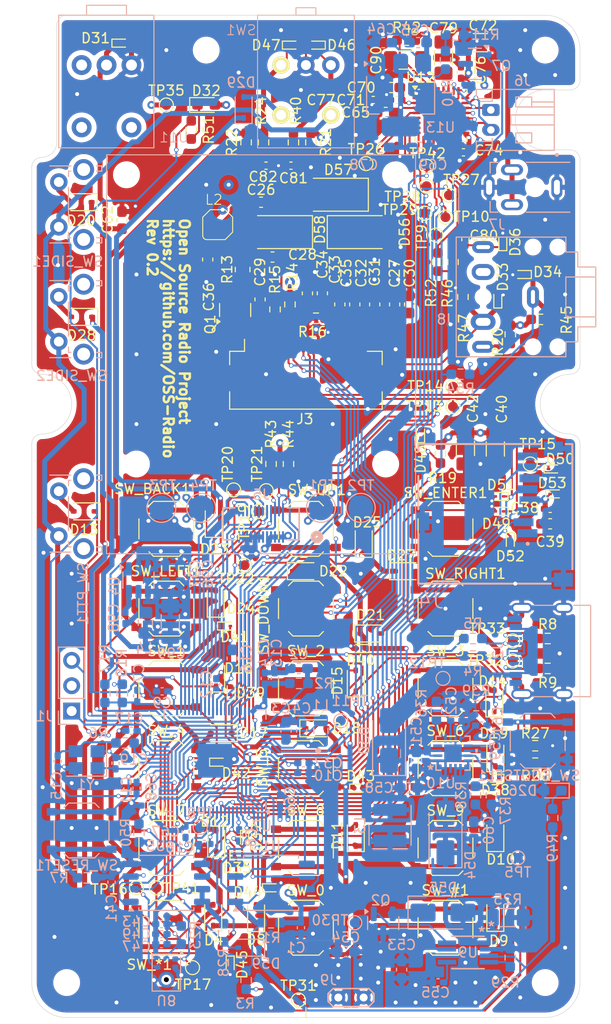
<source format=kicad_pcb>
(kicad_pcb (version 20241229) (generator "pcbnew") (generator_version "9.0")
  (layers (0 "F.Cu" signal) (4 "In1.Cu" signal) (6 "In2.Cu" signal) (2 "B.Cu" signal) (13 "F.Paste" user) (15 "B.Paste" user) (5 "F.SilkS" user "F.Silkscreen") (7 "B.SilkS" user "B.Silkscreen") (1 "F.Mask" user) (3 "B.Mask" user) (25 "Edge.Cuts" user))
  (net 0 "")
  (net 1 "V_BAT_RAW")
  (net 2 "GND")
  (net 3 "3V3_MCU")
  (net 4 "Net-(U7-VREG_AVDD)")
  (net 5 "1V1_MCU")
  (net 6 "Net-(U7-GPIO47_ADC7)")
  (net 7 "Net-(C15-Pad2)")
  (net 8 "Net-(U7-XIN)")
  (net 9 "Net-(D56-K)")
  (net 10 "Net-(D58-A)")
  (net 11 "Net-(D56-A)")
  (net 12 "Net-(D58-K)")
  (net 13 "Net-(J3-Pin_5)")
  (net 14 "Net-(J3-Pin_24)")
  (net 15 "Net-(J3-Pin_22)")
  (net 16 "Net-(J3-Pin_20)")
  (net 17 "Net-(J3-Pin_18)")
  (net 18 "Net-(J3-Pin_19)")
  (net 19 "Net-(D30-K)")
  (net 20 "Net-(U9-TIMER)")
  (net 21 "Net-(U10-SS)")
  (net 22 "V_CHG")
  (net 23 "Net-(C61-Pad1)")
  (net 24 "Net-(U10-COMP)")
  (net 25 "POT_VOLUME")
  (net 26 "1V8_AUDIO")
  (net 27 "Net-(U12-HPL)")
  (net 28 "Net-(C79-Pad2)")
  (net 29 "Net-(U12-MIC1LM)")
  (net 30 "Net-(D36-A1)")
  (net 31 "BTN_ENC_B")
  (net 32 "BTN_ENC_A")
  (net 33 "Net-(U12-HPR)")
  (net 34 "BTN_MTX_5")
  (net 35 "Net-(D4-A)")
  (net 36 "Net-(D8-A)")
  (net 37 "Net-(D9-A)")
  (net 38 "Net-(D10-A)")
  (net 39 "BTN_MTX_4")
  (net 40 "Net-(D11-A)")
  (net 41 "Net-(D12-A)")
  (net 42 "BTN_MTX_2")
  (net 43 "Net-(D13-A)")
  (net 44 "Net-(D14-A)")
  (net 45 "Net-(D15-A)")
  (net 46 "Net-(D16-A)")
  (net 47 "BTN_MTX_3")
  (net 48 "Net-(D17-A)")
  (net 49 "Net-(D18-A)")
  (net 50 "Net-(D19-A)")
  (net 51 "Net-(D20-A)")
  (net 52 "BTN_MTX_1")
  (net 53 "Net-(D21-A)")
  (net 54 "Net-(D22-A)")
  (net 55 "Net-(D23-A)")
  (net 56 "Net-(D24-A)")
  (net 57 "BTN_MTX_0")
  (net 58 "Net-(D25-A)")
  (net 59 "Net-(D26-K)")
  (net 60 "Net-(D27-A)")
  (net 61 "Net-(D28-A)")
  (net 62 "Net-(D29-A)")
  (net 63 "5V_USB")
  (net 64 "Net-(D32-K)")
  (net 65 "HEADSET_CONN")
  (net 66 "HEADSET_PTT")
  (net 67 "BTN_MTX_A")
  (net 68 "BTN_MTX_B")
  (net 69 "BTN_MTX_C")
  (net 70 "BTN_MTX_D")
  (net 71 "SD_CARD_DETECT")
  (net 72 "Net-(U7-GPIO26)")
  (net 73 "SD_CS")
  (net 74 "Net-(D54-A)")
  (net 75 "Net-(D55-K)")
  (net 76 "Net-(D55-A)")
  (net 77 "Net-(J1-Pin_1)")
  (net 78 "Net-(J1-Pin_3)")
  (net 79 "USB_DP")
  (net 80 "USB_DN")
  (net 81 "Net-(J2-CC1)")
  (net 82 "Net-(J2-CC2)")
  (net 83 "DISPLAY_CS")
  (net 87 "DISPLAY_SCLK")
  (net 88 "Net-(J3-Pin_3)")
  (net 89 "DISPLAY_RESET")
  (net 90 "DISPLAY_BUSY")
  (net 91 "Net-(J3-Pin_2)")
  (net 92 "Net-(J3-Pin_8)")
  (net 94 "DISPLAY_SDI")
  (net 95 "Net-(J3-Pin_11)")
  (net 98 "RF_SCLK")
  (net 99 "V_BAT")
  (net 100 "RF_GPIO3")
  (net 101 "RF_GPIO1")
  (net 102 "RF_SDI")
  (net 103 "RF_SEL")
  (net 104 "RF_GPIO2")
  (net 105 "RF_GPIO0")
  (net 106 "RF_SDO")
  (net 107 "Net-(J6-Pin_2)")
  (net 108 "Net-(J6-Pin_1)")
  (net 109 "Net-(J8-PadT)")
  (net 110 "Net-(U7-VREG_LX)")
  (net 111 "Net-(Q2-G)")
  (net 112 "Net-(U1-~{CS})")
  (net 113 "Net-(R3-Pad1)")
  (net 114 "Net-(J2-D+-PadA6)")
  (net 115 "Net-(J2-D--PadA7)")
  (net 116 "Net-(U7-XOUT)")
  (net 117 "Net-(R7-Pad2)")
  (net 118 "MIC_SDO")
  (net 119 "Net-(D46-A1)")
  (net 120 "CHGR_CONN")
  (net 121 "CHGR_STAT")
  (net 122 "Net-(U9-EN)")
  (net 123 "Net-(U10-RT)")
  (net 124 "Net-(U10-FB)")
  (net 125 "Net-(D47-A1)")
  (net 126 "3V3_AUDIO")
  (net 127 "AUDIOAMP_I2C_SCL")
  (net 128 "AUDIOAMP_I2C_SDA")
  (net 129 "Net-(U12-MICBIAS)")
  (net 130 "LED_STATUS")
  (net 131 "Net-(U12-VOL{slash}MICDET)")
  (net 132 "Net-(U7-RUN)")
  (net 133 "Net-(U1-~{HOLD}{slash}~{RESET}{slash}IO_{3})")
  (net 134 "Net-(U1-DI{slash}IO_{0})")
  (net 135 "Net-(U1-CLK)")
  (net 136 "Net-(U1-~{WP}{slash}IO_{2})")
  (net 137 "Net-(U1-DO{slash}IO_{1})")
  (net 138 "FLASH_CS")
  (net 139 "FLASH_SDO")
  (net 140 "MIC_WORDSELECT")
  (net 141 "MIC_SCL")
  (net 145 "AUDIOAMP_SDI")
  (net 146 "AUDIOAMP_SDO")
  (net 148 "AUDIOAMP_SCL")
  (net 149 "AUDIOAMP_WORDSELECT")
  (net 150 "AUDIOAMP_MASTERCLK")
  (net 152 "Net-(D59-K)")
  (net 153 "Net-(U4-SW)")
  (net 154 "Net-(U4-BST)")
  (net 155 "Net-(R10-Pad1)")
  (net 156 "AUDIOAMP_POWER")
  (net 157 "Net-(U12-~{RESET})")
  (footprint "Diode_SMD:D_SOD-923" (layer "F.Cu") (at 79.4 141.2 -90)
    (property "Reference" "D45")
    (property "Value" "ESD9B3.3ST5G")
  )
  (footprint "Capacitor_SMD:C_0603_1608Metric_Pad1.08x0.95mm_HandSolder" (layer "F.Cu") (at 87.15 73.8875 -90)
    (property "Reference" "C34")
    (property "Value" "1u")
  )
  (footprint "Button_Switch_SMD:SW_Push_1P1T_XKB_TS-1187A" (layer "F.Cu") (at 87 97.5)
    (property "Reference" "SW_UP1")
    (property "Value" "TS-1187A-B-A-B" (hide yes))
  )
  (footprint "Resistor_SMD:R_0603_1608Metric_Pad0.98x0.95mm_HandSolder" (layer "F.Cu") (at 81 58.75 90)
    (property "Reference" "R22")
    (property "Value" "5k1")
  )
  (footprint "TestPoint:TestPoint_Pad_D1.0mm" (layer "F.Cu") (at 86.25 144.75)
    (property "Reference" "TP31")
    (property "Value" "TestPoint")
  )
  (footprint "TestPoint:TestPoint_Pad_D1.0mm" (layer "F.Cu") (at 80.85 101.15)
    (property "Reference" "TP22")
    (property "Value" "TestPoint")
  )
  (footprint "TestPoint:TestPoint_Pad_D1.0mm" (layer "F.Cu") (at 109.5 91)
    (property "Reference" "TP15")
    (property "Value" "TestPoint")
  )
  (footprint "Capacitor_SMD:C_0603_1608Metric_Pad1.08x0.95mm_HandSolder" (layer "F.Cu") (at 95.55 53.25)
    (property "Reference" "C70")
    (property "Value" "4.7u")
  )
  (footprint "Capacitor_SMD:C_0603_1608Metric_Pad1.08x0.95mm_HandSolder" (layer "F.Cu") (at 97.4 75 -90)
    (property "Reference" "C30")
    (property "Value" "1u")
  )
  (footprint "Diode_SMD:D_SOD-923" (layer "F.Cu") (at 92.5 109.5 180)
    (property "Reference" "D40")
    (property "Value" "ESD9B3.3ST5G")
  )
  (footprint "Diode_SMD:D_SOD-923" (layer "F.Cu") (at 106.42 95.75 180)
    (property "Reference" "D49")
    (property "Value" "ESD9B3.3ST5G")
  )
  (footprint "Capacitor_SMD:C_0603_1608Metric_Pad1.08x0.95mm_HandSolder" (layer "F.Cu") (at 68.55 66.55 90)
    (property "Reference" "C62")
    (property "Value" "1u")
  )
  (footprint "Resistor_SMD:R_0805_2012Metric_Pad1.20x1.40mm_HandSolder" (layer "F.Cu") (at 80.65 71.5 -90)
    (property "Reference" "R13")
    (property "Value" "2.2 1%")
  )
  (footprint "Diode_SMD:D_SOD-323" (layer "F.Cu") (at 106 136.25 90)
    (property "Reference" "D9")
    (property "Value" "1N4148WS" (hide yes))
  )
  (footprint "Button_Switch_SMD:SW_Push_1P1T_XKB_TS-1187A" (layer "F.Cu") (at 101 129.5)
    (property "Reference" "SW_9")
    (property "Value" "TS-1187A-B-A-B" (hide yes))
  )
  (footprint "Button_Switch_SMD:SW_Push_1P1T_XKB_TS-1187A" (layer "F.Cu") (at 87 121.5)
    (property "Reference" "SW_5")
    (property "Value" "TS-1187A-B-A-B" (hide yes))
  )
  (footprint "TestPoint:TestPoint_Pad_D1.0mm" (layer "F.Cu") (at 101 66.25)
    (property "Reference" "TP10")
    (property "Value" "TestPoint")
  )
  (footprint "Resistor_SMD:R_0603_1608Metric_Pad0.98x0.95mm_HandSolder" (layer "F.Cu") (at 85.75 58.75 -90)
    (property "Reference" "R40")
    (property "Value" "1k")
  )
  (footprint "Resistor_SMD:R_0603_1608Metric_Pad0.98x0.95mm_HandSolder" (layer "F.Cu") (at 82.75 58.75 90)
    (property "Reference" "R24")
    (property "Value" "1k")
  )
  (footprint "Diode_SMD:D_SOD-323" (layer "F.Cu") (at 92.8 98.75 90)
    (property "Reference" "D25")
    (property "Value" "1N4148WS" (hide yes))
  )
  (footprint "Capacitor_SMD:C_0603_1608Metric_Pad1.08x0.95mm_HandSolder" (layer "F.Cu") (at 77.15 70.5 90)
    (property "Reference" "C36")
    (property "Value" "1u")
  )
  (footprint "MountingHole:MountingHole_2.2mm_M2_ISO14580" (layer "F.Cu") (at 69 62)
    (property "Reference" "H5" (hide yes))
    (property "Value" "MountingHole")
  )
  (footprint "Resistor_SMD:R_0603_1608Metric_Pad0.98x0.95mm_HandSolder" (layer "F.Cu") (at 83.9 75.5 90)
    (property "Reference" "R15")
    (property "Value" "10k")
  )
  (footprint "Resistor_SMD:R_0603_1608Metric_Pad0.98x0.95mm_HandSolder" (layer "F.Cu") (at 101.75 70.75 -90)
    (property "Reference" "R46")
    (property "Value" "5k1")
  )
  (footprint "Button_Switch_SMD:SW_Push_1P1T_XKB_TS-1187A" (layer "F.Cu") (at 87 137.5)
    (property "Reference" "SW_0")
    (property "Value" "TS-1187A-B-A-B" (hide yes))
  )
  (footprint "Resistor_SMD:R_0603_1608Metric_Pad0.98x0.95mm_HandSolder" (layer "F.Cu") (at 107.5 78 -90)
    (property "Reference" "R20")
    (property "Value" "100")
  )
  (footprint "TestPoint:TestPoint_Pad_D1.0mm" (layer "F.Cu") (at 107.75 108.75)
    (property "Reference" "TP33")
    (property "Value" "TestPoint")
  )
  (footprint "TestPoint:TestPoint_Pad_D1.0mm" (layer "F.Cu") (at 73 55)
    (property "Reference" "TP35")
    (property "Value" "TestPoint")
  )
  (footprint "Capacitor_SMD:C_0402_1005Metric_Pad0.74x0.62mm_HandSolder" (layer "F.Cu") (at 96.05 54.5)
    (property "Reference" "C71")
    (property "Value" "100n")
  )
  (footprint "Diode_SMD:D_SOD-923" (layer "F.Cu") (at 106.25 74.5 90)
    (property "Reference" "D33")
    (property "Value" "ESD9B3.3ST5G")
  )
  (footprint "Capacitor_SMD:C_0603_1608Metric_Pad1.08x0.95mm_HandSolder" (layer "F.Cu") (at 82.5 64.75 180)
    (property "Reference" "C26")
    (property "Value" "1u")
  )
  (footprint "Resistor_SMD:R_0603_1608Metric_Pad0.98x0.95mm_HandSolder" (layer "F.Cu") (at 75.5 57.5 90)
    (property "Reference" "R51")
    (property "Value" "100")
  )
  (footprint "Capacitor_SMD:C_1206_3216Metric_Pad1.33x1.80mm_HandSolder" (layer "F.Cu") (at 100.8 50.25 90)
    (property "Reference" "C79")
    (property "Value" "47u")
  )
  (footprint "Button_Switch_SMD:SW_Push_1P1T_XKB_TS-1187A" (layer "F.Cu") (at 73 97.5)
    (property "Reference" "SW_BACK1")
    (property "Value" "TS-1187A-B-A-B" (hide yes))
  )
  (footprint "TestPoint:TestPoint_Pad_D1.0mm" (layer "F.Cu") (at 70 133.5)
    (property "Reference" "TP16")
    (property "Value" "TestPoint")
  )
  (footprint "MountingHole:MountingHole_2.2mm_M2" (layer "F.Cu") (at 63 143)
    (property "Reference" "H4" (hide yes))
    (property "Value" "MountingHole")
  )
  (footprint "Capacitor_SMD:C_0603_1608Metric_Pad1.08x0.95mm_HandSolder" (layer "F.Cu") (at 83.65 70.25)
    (property "Reference" "C28")
    (property "Value" "1u")
  )
  (footprint "Diode_SMD:D_SOD-923" (layer "F.Cu") (at 79.5 113.75 90)
    (property "Reference" "D39")
    (property "Value" "ESD9B3.3ST5G")
  )
  (footprint "Resistor_SMD:R_0603_1608Metric_Pad0.98x0.95mm_HandSolder" (layer "F.Cu") (at 85.25 91 -90)
    (property "Reference" "R44")
    (property "Value" "5k1")
  )
  (footprint "MountingHole:MountingHole_2.2mm_M2_ISO14580" (layer "F.Cu") (at 70 91)
    (property "Reference" "H8" (hide yes))
    (property "Value" "MountingHole")
  )
  (footprint "Diode_SMD:D_SOD-323" (layer "F.Cu") (at 82 136.275 90)
    (property "Reference" "D8")
    (property "Value" "1N4148WS" (hide yes))
  )
  (footprint "Diode_SMD:D_SOD-923" (layer "F.Cu") (at 83.5 133.5)
    (property "Reference" "D44")
    (property "Value" "ESD9B3.3ST5G")
  )
  (footprint "TestPoint:TestPoint_Pad_D1.0mm" (layer "F.Cu") (at 101.75 85.25)
    (property "Reference" "TP13")
    (property "Value" "TestPoint")
  )
  (footprint "Capacitor_SMD:C_0603_1608Metric_Pad1.08x0.95mm_HandSolder" (layer "F.Cu") (at 95 55.75)
    (property "Reference" "C65")
    (property "Value" "4.7u")
  )
  (footprint "Diode_SMD:D_SOD-323" (layer "F.Cu") (at 78 128.8 90)
    (property "Reference" "D12")
    (property "Value" "1N4148WS" (hide yes))
  )
  (footprint "Diode_SMD:D_SMA" (layer "F.Cu") (at 84.15 67.75 180)
    (property "Reference" "D58")
    (property "Value" "B340")
  )
  (footprint "Capacitor_SMD:C_0603_1608Metric_Pad1.08x0.95mm_HandSolder" (layer "F.Cu") (at 82.4 74.5 -90)
    (property "Reference" "C29")
    (property "Value" "1u")
  )
  (footprint "CDRH2D18_LDNP-470NC:CDRH2D18_LDNP-470NC" (layer "F.Cu") (at 78.15 67)
    (property "Reference" "L2")
    (property "Value" "47u")
  )
  (footprint "Diode_SMD:D_SOD-323" (layer "F.Cu") (at 77.75 96.75 90)
    (property "Reference" "D23")
    (property "Value" "1N4148WS" (hide yes))
  )
  (footprint "Resistor_SMD:R_0603_1608Metric_Pad0.98x0.95mm_HandSolder" (layer "F.Cu") (at 110.5 76.5 180)
    (property "Reference" "R45")
    (property "Value" "5k1")
  )
  (footprint "Button_Switch_SMD:SW_Push_1P1T_XKB_TS-1187A" (layer "F.Cu") (at 73 129.5)
    (property "Reference" "SW_7")
    (property "Value" "TS-1187A-B-A-B" (hide yes))
  )
  (footprint "Button_Switch_SMD:SW_Push_1P1T_XKB_TS-1187A" (layer "F.Cu") (at 101 113.5)
    (property "Reference" "SW_3")
    (property "Value" "TS-1187A-B-A-B" (hide yes))
  )
  (footprint "Diode_SMD:D_SOD-323" (layer "F.Cu") (at 78.5 118 180)
    (property "Reference" "D17")
    (property "Value" "1N4148WS" (hide yes))
  )
  (footprint "Button_Switch_SMD:SW_Push_1P1T_XKB_TS-1187A" (layer "F.Cu") (at 87 129.5)
    (property "Reference" "SW_8")
    (property "Value" "TS-1187A-B-A-B" (hide yes))
  )
  (footprint "Resistor_SMD:R_0603_1608Metric_Pad0.98x0.95mm_HandSolder" (layer "F.Cu") (at 85.4 75 90)
    (property "Reference" "R14")
    (property "Value" "10k")
  )
  (footprint "Package_DFN_QFN:VQFN-32-1EP_5x5mm_P0.5mm_EP3.5x3.5mm" (layer "F.Cu") (at 100.55 56.05)
    (property "Reference" "U12")
    (property "Value" "TLV320AIC3100")
  )
  (footprint "Diode_SMD:D_SOD-323" (layer "F.Cu") (at 97 101.75)
    (property "Reference" "D27")
    (property "Value" "1N4148WS" (hide yes))
  )
  (footprint "Diode_SMD:D_SOD-323" (layer "F.Cu") (at 93.5 108)
    (property "Reference" "D21")
    (property "Value" "1N4148WS" (hide yes))
  )
  (footprint "Connector_FFC-FPC:Hirose_FH12-24S-0.5SH_1x24-1MP_P0.50mm_Horizontal" (layer "F.Cu") (at 87 81)
    (property "Reference" "J3")
    (property "Value" "FH12-24S-0.5SH(55)")
  )
  (footprint "MountingHole:MountingHole_2.2mm_M2_ISO14580" (layer "F.Cu") (at 96 62)
    (property "Reference" "H6" (hide yes))
    (property "Value" "MountingHole")
  )
  (footprint "Capacitor_SMD:C_1206_3216Metric_Pad1.33x1.80mm_HandSolder" (layer "F.Cu") (at 104.5 48.75 180)
    (property "Reference" "C72")
    (property "Value" "47u")
  )
  (footprint "TestPoint:TestPoint_Pad_D1.0mm" (layer "F.Cu") (at 79.75 93.6)
    (property "Reference" "TP20")
    (property "Value" "TestPoint")
  )
  (footprint "Diode_SMD:D_0603_1608Metric_Pad1.05x0.95mm_HandSolder" (layer "F.Cu") (at 77 55)
    (property "Reference" "D32")
    (property "Value" "LED_STATUS")
  )
  (footprint "Diode_SMD:D_SOD-923" (layer "F.Cu") (at 78.2 120.9)
    (property "Reference" "D42")
    (property "Value" "ESD9B3.3ST5G")
  )
  (footprint "TestPoint:TestPoint_Pad_D1.0mm" (layer "F.Cu") (at 101.35 64.05)
    (property "Reference" "TP27")
    (property "Value" "TestPoint")
  )
  (footprint "Capacitor_SMD:C_0603_1608Metric_Pad1.08x0.95mm_HandSolder" (layer "F.Cu") (at 88.65 73.8875 -90)
    (property "Reference" "C33")
    (property "Value" "1u")
  )
  (footprint "Button_Switch_SMD:SW_Push_1P1T_XKB_TS-1187A" (layer "F.Cu") (at 73 137.5)
    (property "Reference" "SW_*1")
    (property "Value" "TS-1187A-B-A-B" (hide yes))
  )
  (footprint "Button_Switch_SMD:SW_Push_1P1T_XKB_TS-1187A" (layer "F.Cu") (at 101 97.5)
    (property "Reference" "SW_ENTER1")
    (property "Value" "TS-1187A-B-A-B" (hide yes))
  )
  (footprint "Diode_SMD:D_SOD-923" (layer "F.Cu") (at 80.25 130.25)
    (property "Reference" "D35")
    (property "Value" "ESD9B3.3ST5G")
  )
  (footprint "MountingHole:MountingHole_2.2mm_M2" (layer "F.Cu") (at 111 49.5)
    (property "Reference" "H1" (hide yes))
    (property "Value" "MountingHole")
  )
  (footprint "Resistor_SMD:R_0603_1608Metric_Pad0.98x0.95mm_HandSolder" (layer "F.Cu") (at 111.25 108.5)
    (property "Reference" "R8")
    (property "Value" "5k1")
  )
  (footprint "Button_Switch_SMD:SW_Push_1P1T_XKB_TS-1187A" (layer "F.Cu") (at 101 137.5)
    (property "Reference" "SW_#1")
    (property "Value" "TS-1187A-B-A-B" (hide yes))
  )
  (footprint "Button_Switch_SMD:SW_Push_1P1T_XKB_TS-1187A" (layer "F.Cu") (at 101 105.5)
    (property "Reference" "SW_RIGHT1")
    (property "Value" "TS-1187A-B-A-B" (hide yes))
  )
  (footprint "Diode_SMD:D_SOD-323" (layer "F.Cu") (at 77.95 104.75 90)
    (property "Reference" "D24")
    (property "Value" "1N4148WS" (hide yes))
  )
  (footprint "Resistor_SMD:R_0603_1608Metric_Pad0.98x0.95mm_HandSolder" (layer "F.Cu") (at 83.5 91 -90)
    (property "Reference" "R43")
    (property "Value" "5k1")
  )
  (footprint "TestPoint:TestPoint_Pad_D1.0mm" (layer "F.Cu") (at 75.625 141.5)
    (property "Reference" "TP17")
    (property "Value" "TestPoint")
  )
  (footprint "Diode_SMD:D_SOD-323" (layer "F.Cu") (at 92 128.25 90)
    (property "Reference" "D11")
    (property "Value" "1N4148WS" (hide yes))
  )
  (footprint "Diode_SMD:D_SOD-323" (layer "F.Cu") (at 64.45 64.75 180)
    (property "Reference" "D20")
    (property "Value" "1N4148WS")
  )
  (footprint "Capacitor_SMD:C_0402_1005Metric_Pad0.74x0.62mm_HandSolder" (layer "F.Cu") (at 93.75 54.5 180)
    (property "Reference" "C77")
    (property "Value" "100n")
  )
  (footprint "Capacitor_SMD:C_0603_1608Metric_Pad1.08x0.95mm_HandSolder" (layer "F.Cu") (at 95.9 75 -90)
    (property "Reference" "C27")
    (property "Value" "1u")
  )
  (footprint "Capacitor_SMD:C_0603_1608Metric_Pad1.08x0.95mm_HandSolder" (layer "F.Cu") (at 111.5 97 180)
    (property "Reference" "C39")
    (property "Value" "4.7u")
  )
  (footprint "Resistor_SMD:R_0603_1608Metric_Pad0.98x0.95mm_HandSolder" (layer "F.Cu") (at 88.0125 76.3875)
    (property "Reference" "R16")
    (property "Value" "0")
  )
  (footprint "Button_Switch_SMD:SW_Push_1P1T_XKB_TS-1187A" (layer "F.Cu") (at 87 113.5)
    (property "Reference" "SW_2")
    (property "Value" "TS-1187A-B-A-B" (hide yes))
  )
  (footprint "Capacitor_SMD:C_0402_1005Metric_Pad0.74x0.62mm_HandSolder" (layer "F.Cu") (at 102.55 51.75 -90)
    (property "Reference" "C76")
    (property "Value" "100n")
  )
  (footprint "Diode_SMD:D_SOD-323" (layer "F.Cu") (at 106 120.25 90)
    (property "Reference" "D19")
    (property "Value" "1N4148WS" (hide yes))
  )
  (footprint "Diode_SMD:D_SOD-923" (layer "F.Cu") (at 108.75 72 180)
    (property "Reference" "D34")
    (property "Value" "ESD9B3.3ST5G")
  )
  (footprint "Diode_SMD:D_SOD-923" (layer "F.Cu") (at 92.25 123.5)
    (property "Reference" "D43")
    (property "Value" "ESD9B3.3ST5G")
  )
  (footprint "Diode_SMD:D_SOD-323" (layer "F.Cu") (at 77.7 136.25 90)
    (property "Reference" "D4")
    (property "Value" "1N4148WS" (hide yes))
  )
  (footprint "Resistor_SMD:R_0603_1608Metric_Pad0.98x0.95mm_HandSolder" (layer "F.Cu") (at 102.75 74.25 90)
    (property "Reference" "R47")
    (property "Value" "10k")
  )
  (footprint "Diode_SMD:D_SMA" (layer "F.Cu") (at 89.75 64 180)
    (property "Reference" "D57")
    (property "Value" "B340")
  )
  (footprint "Resistor_SMD:R_0603_1608Metric_Pad0.98x0.95mm_HandSolder" (layer "F.Cu") (at 87.5 58.75 90)
    (property "Reference" "R21")
    (property "Value" "5k1")
  )
  (footprint "Button_Switch_SMD:SW_Push_1P1T_XKB_TS-1187A" (layer "F.Cu") (at 73 105.5)
    (property "Reference" "SW_LEFT1")
    (property "Value" "TS-1187A-B-A-B" (hide yes))
  )
  (footprint "MountingHole:MountingHole_2.2mm_M2_ISO14580" (layer "F.Cu") (at 95 91)
    (property "Reference" "H7" (hide yes))
    (property "Value" "MountingHole")
  )
  (footprint "TestPoint:TestPoint_Pad_D1.0mm" (layer "F.Cu") (at 98.925 65.85)
    (property "Reference" "TP29")
    (property "Value" "TestPoint")
  )
  (footprint "Diode_SMD:D_SOD-923" (layer "F.Cu") (at 111.75 91.5)
    (property "Reference" "D50")
    (property "Value" "ESD9B3.3ST5G")
  )
  (footprint "Button_Switch_SMD:SW_Push_1P1T_XKB_TS-1187A" (layer "F.Cu") (at 87 105.5)
    (property "Reference" "SW_DOWN1")
    (property "Value" "TS-1187A-B-A-B" (hide yes))
  )
  (footprint "TestPoint:TestPoint_Pad_D1.0mm" (layer "F.Cu") (at 72 133.5)
    (property "Reference" "TP41")
    (property "Value" "TestPoint")
  )
  (footprint "Diode_SMD:D_SOD-323" (layer "F.Cu") (at 105.9 114.75 90)
    (property "Reference" "D14")
    (property "Value" "1N4148WS" (hide yes))
  )
  (footprint "Diode_SMD:D_SOD-323" (layer "F.Cu") (at 88 117.5)
    (property "Reference" "D18")
    (property "Value" "1N4148WS" (hide yes))
  )
  (footprint "Resistor_SMD:R_0603_1608Metric_Pad0.98x0.95mm_HandSolder" (layer "F.Cu") (at 100.25 70.75 -90)
    (property "Reference" "R52")
    (property "Value" "0")
  )
  (footprint "Diode_SMD:D_SOD-923" (layer "F.Cu") (at 106 122.5 180)
    (property "Reference" "D38")
    (property "Value" "ESD9B3.3ST5G")
  )
  (footprint "Diode_SMD:D_SOD-323" (layer "F.Cu") (at 64.75 95.75 180)
    (property "Reference" "D13")
    (property "Value" "1N4148WS")
  )
  (footprint "Diode_SMD:D_SOD-923" (layer "F.Cu") (at 88.08 49 180)
    (property "Reference" "D46")
    (property "Value" "ESD9B3.3ST5G")
  )
  (footprint "Diode_SMD:D_SOD-323" (layer "F.Cu") (at 106 128.25 90)
    (property "Reference" "D10")
    (property "Value" "1N4148WS" (hide yes))
  )
  (footprint "TestPoint:TestPoint_Pad_D1.0mm" (layer "F.Cu") (at 99.1 63.15)
    (property "Reference" "TP28")
    (property "Value" "TestPoint")
  )
  (footprint "Diode_SMD:D_SOD-323" (layer "F.Cu") (at 92 112.75 90)
    (property "Reference" "D15")
    (property "Value" "1N4148WS" (hide yes))
  )
  (footprint "TestPoint:TestPoint_Pad_D1.0mm" (layer "F.Cu") (at 83.025 93.675)
    (property "Reference" "TP21")
    (property "Value" "TestPoint")
  )
  (footprint "Diode_SMD:D_SOD-323" (layer "F.Cu") (at 64.5 76.25 180)
    (property "Reference" "D28")
    (property "Value" "1N4148WS")
  )
  (footprint "Capacitor_SMD:C_0402_1005Metric_Pad0.74x0.62mm_HandSolder" (layer "F.Cu") (at 85.5 61.0875)
    (property "Reference" "C81")
    (property "Value" "100n")
  )
  (footprint "TestPoint:TestPoint_Pad_D1.0mm" (layer "F.Cu") (at 82.25 95.75)
    (property "Reference" "TP19")
    (property "Value" "TestPoint")
  )
  (footprint "Capacitor_SMD:C_0603_1608Metric_Pad1.08x0.95mm_HandSolder" (layer "F.Cu") (at 93.9 75 -90)
    (property "Reference" "C31")
    (property "Value" "1u")
  )
  (footprint "TestPoint:TestPoint_Pad_D1.0mm" (layer "F.Cu") (at 107.75 110.75)
    (property "Reference" "TP32")
    (property "Value" "TestPoint")
  )
  (footprint "Diode_SMD:D_SOD-923" (layer "F.Cu") (at 107.5 98.75 -90)
    (property "Reference" "D52")
    (property "Value" "ESD9B3.3ST5G")
  )
  (footprint "Capacitor_SMD:C_0402_1005Metric_Pad0.74x0.62mm_HandSolder" (layer "F.Cu") (at 111.5 95.5 180)
    (property "Reference" "C38")
    (property "Value" "100n")
  )
  (footprint "Package_TO_SOT_SMD:SOT-23" (layer "F.Cu") (at 79.9 75.5625 90)
    (property "Reference" "Q1")
    (property "Value" "AO3400A")
  )
  (footprint "Button_Switch_SMD:SW_Push_1P1T_XKB_TS-1187A" (layer "F.Cu") (at 73 121.5)
    (property "Reference" "SW_4")
    (property "Value" "TS-1187A-B-A-B" (hide yes))
  )
  (footprint "Capacitor_SMD:C_0603_1608Metric_Pad1.08x0.95mm_HandSolder" (layer "F.Cu") (at 90.4 75 -90)
    (property "Reference" "C35")
    (property "Value" "1u")
  )
  (footprint "Diode_SMD:D_SOD-923" (layer "F.Cu") (at 68.4 48.8)
    (property "Reference" "D31")
    (property "Value" "ESD9B3.3ST5G")
  )
  (footprint "TestPoint:TestPoint_Pad_D1.0mm" (layer "F.Cu") (at 100.05 68.05)
    (property "Reference" "TP9")
    (property "Value" "TestPoint")
  )
  (footprint "MountingHole:MountingHole_2.2mm_M2" (layer "F.Cu") (at 111 143)
    (property "Reference" "H2" (hide yes))
    (property "Value" "MountingHole")
  )
  (footprint "Capacitor_SMD:C_0603_1608Metric_Pad1.08x0.95mm_HandSolder" (layer "F.Cu") (at 91.9 75 -90)
    (property "Reference" "C32")
    (property "Value" "1u")
  )
  (footprint "Diode_SMD:D_SOD-923" (layer "F.Cu") (at 98.5 88 90)
    (property "Reference" "D48")
    (property "Value" "ESD9B3.3ST5G")
  )
  (footprint "Capacitor_SMD:C_0402_1005Metric_Pad0.74x0.62mm_HandSolder" (layer "F.Cu") (at 102.8 59.75)
    (property "Reference" "C74")
    (property "Value" "100n")
  )
  (footprint "Diode_SMD:D_SOD-923" (layer "F.Cu") (at 106.42 94.25 180)
    (property "Reference" "D51")
    (property "Value" "ESD9B3.3ST5G")
  )
  (footprint "Resistor_SMD:R_0603_1608Metric_Pad0.98x0.95mm_HandSolder" (layer "F.Cu") (at 97.05 48.5 180)
    (property "Reference" "R42")
    (property "Value" "5k1")
  )
  (footprint "Resistor_SMD:R_0603_1608Metric_Pad0.98x0.95mm_HandSolder" (layer "F.Cu") (at 111.25 111.5 180)
    (property "Reference" "R9")
    (property "Value" "5k1")
  )
  (footprint "Button_Switch_SMD:SW_Push_1P1T_XKB_TS-1187A" (layer "F.Cu") (at 73 113.5)
    (property "Reference" "SW_1")
    (property "Value" "TS-1187A-B-A-B" (hide yes))
  )
  (footprint "Resistor_SMD:R_0603_1608Metric_Pad0.98x0.95mm_HandSolder" (layer "F.Cu") (at 110 119.25)
    (property "Reference" "R27")
    (property "Value" "27k")
  )
  (footprint "Resistor_SMD:R_0603_1608Metric_Pad0.98x0.95mm_HandSolder" (layer "F.Cu") (at 100.5 90 90)
    (property "Reference" "R19")
    (property "Value" "5k1")
  )
  (footprint "Button_Switch_SMD:SW_Push_1P1T_XKB_TS-1187A" (layer "F.Cu") (at 101 121.5)
    (property "Reference" "SW_6")
    (property "Value" "TS-1187A-B-A-B" (hide yes))
  )
  (footprint "MountingHole:MountingHole_2.2mm_M2" (layer "F.Cu") (at 77 49.5)
    (property "Reference" "H3" (hide yes))
    (property "Value" "MountingHole")
  )
  (footprint "Diode_SMD:D_SOD-923" (layer "F.Cu") (at 106.75 68.75 90)
    (property "Reference" "D36")
    (property "Value" "ESD9B3.3ST5G")
  )
  (footprint "Diode_SMD:D_SOD-923" (layer "F.Cu") (at 79 107.25)
    (property "Reference" "D41")
    (property "Value" "ESD9B3.3ST5G")
  )
  (footprint "Diode_SMD:D_SMA" (layer "F.Cu") (at 92.65 67.75)
    (property "Reference" "D56")
    (property "Value" "B340")
  )
  (footprint "Capacitor_SMD:C_1206_3216Metric_Pad1.33x1.80mm_HandSolder" (layer "F.Cu") (at 106 89.5 90)
    (property "Reference" "C40")
    (property "Value" "47u")
  )
  (footprint "Diode_SMD:D_SOD-323" (layer "F.Cu") (at 78 112.25 90)
    (property "Reference" "D16")
    (property "Value" "1N4148WS" (hide yes))
  )
  (footprint "Diode_SMD:D_SOD-923" (layer "F.Cu") (at 111.92 94)
    (property "Reference" "D53")
    (property "Value" "ESD9B3.3ST5G")
  )
  (footprint "Diode_SMD:D_SOD-323" (layer "F.Cu") (at 86.75 101.75)
    (property "Reference" "D22")
    (property "Value" "1N4148WS" (hide yes))
  )
  (footprint "TestPoint:TestPoint_Pad_D1.0mm" (layer "F.Cu") (at 101.75 83.25)
    (property "Reference" "TP14")
    (property "Value" "TestPoint")
  )
  (footprint "Diode_SMD:D_SOD-923" (layer "F.Cu") (at 80.85 128.6 -90)
    (property "Reference" "D37")
    (property "Value" "ESD9B3.3ST5G")
  )
  (footprint "Capacitor_SMD:C_0402_1005Metric_Pad0.74x0.62mm_HandSolder" (layer "F.Cu") (at 83 61.0875)
    (property "Reference" "C82")
    (property "Value" "100n")
  )
  (footprint "TestPoint:TestPoint_Pad_D1.0mm" (layer "F.Cu") (at 93.025 60.875)
    (property "Reference" "TP26")
    (property "Value" "TestPoint")
  )
  (footprint "Capacitor_SMD:C_0402_1005Metric_Pad0.74x0.62mm_HandSolder" (layer "F.Cu") (at 103 68.5 -90)
    (property "Reference" "C80")
    (property "Value" "100n")
  )
  (footprint "Resistor_SMD:R_0603_1608Metric_Pad0.98x0.95mm_HandSolder" (layer "F.Cu") (at 110 121 180)
    (property "Reference" "R26")
    (property "Value" "100k")
  )
  (footprint "Diode_SMD:D_SOD-923" (layer "F.Cu") (at 85.5 49)
    (property "Reference" "D47")
    (property "Value" "ESD9B3.3ST5G")
  )
  (footprint "Capacitor_SMD:C_1206_3216Metric_Pad1.33x1.80mm_HandSolder" (layer "F.Cu") (at 97.05 50.5 180)
    (property "Reference" "C90")
    (property "Value" "47u")
  )
  (footprint "Capacitor_SMD:C_1206_3216Metric_Pad1.33x1.80mm_HandSolder" (layer "F.Cu") (at 103 89.4375 90)
    (property "Reference" "C42")
    (property "Value" "47u")
  )
  (footprint "TestPoint:TestPoint_Pad_D1.0mm" (layer "F.Cu") (at 99.1 61.15)
    (property "Reference" "TP42")
    (property "Value" "TestPoint")
  )
  (footprint "Resistor_SMD:R_0603_1608Metric_Pad0.98x0.95mm_HandSolder" (layer "B.Cu") (at 81 142.75 90)
    (property "Reference" "R3")
    (property "Value" "1k")
  )
  (footprint "Capacitor_SMD:C_0402_1005Metric_Pad0.74x0.62mm_HandSolder" (layer "B.Cu") (at 82.875 112.5 -90)
    (property "Reference" "C14")
    (property "Value" "100n")
  )
  (footprint "Button_Switch_SMD:SW_Push_1P1T_XKB_TS-1187A" (layer "B.Cu") (at 64.5 127.75)
    (property "Reference" "SW_RESET1")
    (property "Value" "TS-1187A-B-A-B")
  )
  (footprint "Resistor_SMD:R_0603_1608Metric_Pad0.98x0.95mm_HandSolder" (layer "B.Cu") (at 83.5 137 180)
    (property "Reference" "R1")
    (property "Value" "10k")
  )
  (footprint "Connector_Audio:Jack_3.5mm_CUI_SJ1-3525N_Horizontal" (layer "B.Cu") (at 109.775 74.25 -90)
    (property "Reference" "J8")
    (property "Value" "MIC_3.5MM PJ-307C")
  )
  (footprint "Button_Switch_SMD:SW_Push_1P1T_XKB_TS-1187A" (layer "B.Cu") (at 110.25 118.75)
    (property "Reference" "SW_BOOTSEL1")
    (property "Value" "TS-1187A-B-A-B")
  )
  (footprint "Diode_SMD:D_SMA" (layer "B.Cu") (at 100.7524 135.9807)
    (property "Reference" "D55")
    (property "Value" "B340")
  )
  (footprint "Capacitor_SMD:C_0603_1608Metric_Pad1.08x0.95mm_HandSolder" (layer "B.Cu") (at 94.5 59.25)
    (property "Reference" "C78")
    (property "Value" "4.7u")
  )
  (footprint "Resistor_SMD:R_0603_1608Metric_Pad0.98x0.95mm_HandSolder" (layer "B.Cu") (at 104 124.225 -90)
    (property "Reference" "R38")
    (property "Value" "1k")
  )
  (footprint "Capacitor_SMD:C_0402_1005Metric_Pad0.74x0.62mm_HandSolder" (layer "B.Cu") (at 86.5 137.5 90)
    (property "Reference" "C1")
    (property "Value" "100n")
  )
  (footprint "Capacitor_SMD:C_0402_1005Metric_Pad0.74x0.62mm_HandSolder" (layer "B.Cu") (at 72.5 139.136)
    (property "Reference" "C47")
    (property "Value" "100n")
  )
  (footprint "Package_SO:SOIC-8_5.3x5.3mm_P1.27mm" (layer "B.Cu") (at 83.5 133)
    (property "Reference" "U1")
    (property "Value" "W25Q128JVS")
  )
  (footprint "Package_SO:SOIC-8_5.3x5.3mm_P1.27mm" (layer "B.Cu") (at 73 133)
    (property "Reference" "U5")
    (property "Value" "MX25L25645GM2I-08G")
  )
  (footprint "Package_TO_SOT_SMD:TSOT-23-6" (layer "B.Cu") (at 70.2 102.65 -90)
    (property "Reference" "U4")
    (property "Value" "AP63203WU")
  )
  (footprint "Resistor_SMD:R_0603_1608Metric_Pad0.98x0.95mm_HandSolder" (layer "B.Cu") (at 70.25 128 90)
    (property "Reference" "R50")
    (property "Value" "0")
  )
  (footprint "Diode_SMD:D_SMA" (layer "B.Cu") (at 95.3375 118.725 90)
    (property "Reference" "D30")
    (property "Value" "B340")
  )
  (footprint "Button_Switch_THT:SW_Tactile_SPST_Angled_PTS645Vx58-2LFS" (layer "B.Cu") (at 62.2125 62.725 -90)
    (property "Reference" "SW_SIDE1")
    (property "Value" "1825027-8")
  )
  (footprint "TestPoint:TestPoint_Pad_D2.5mm" (layer "B.Cu") (at 92.499999 95.3998 180)
    (property "Reference" "TP2")
    (property "Value" "RF_GND")
  )
  (footprint "TestPoint:TestPoint_Pad_D1.0mm" (layer "B.Cu") (at 100.75 112.5 180)
    (property "Reference" "TP12")
    (property "Value" "TestPoint")
  )
  (footprint "TestPoint:TestPoint_Pad_D2.5mm" (layer "B.Cu") (at 76.499999 95.3998 180)
    (property "Reference" "TP4")
    (property "Value" "RF_VBAT")
  )
  (footprint "Inductor_SMD_Wurth:L_Wurth_WE-LQSH-4020" (layer "B.Cu") (at 95.44 127.23 -90)
    (property "Reference" "L3")
    (property "Value" "1u")
  )
  (footprint "P091S:P091S-FC20BR10K" (layer "B.Cu") (at 60 53 90)
    (property "Reference" "U11")
    (property "Value" "P091S-FC20BR10k")
  )
  (footprint "Crystal:Crystal_SMD_Abracon_ABM8G-4Pin_3.2x2.5mm" (layer "B.Cu") (at 65 120.65 180)
    (property "Reference" "Y1")
    (property "Value" "ABM8-272-T3" (hide yes))
  )
  (footprint "Capacitor_SMD:C_0402_1005Metric_Pad0.74x0.62mm_HandSolder" (layer "B.Cu") (at 102.0875 116.725 180)
    (property "Reference" "C52")
    (property "Value" "100n")
  )
  (footprint "Capacitor_SMD:C_0603_1608Metric_Pad1.08x0.95mm_HandSolder" (layer "B.Cu") (at 86.57 117.75 90)
    (property "Reference" "C4")
    (property "Value" "4.7u")
  )
  (footprint "Capacitor_SMD:C_0402_1005Metric_Pad0.74x0.62mm_HandSolder" (layer "B.Cu") (at 70.08 114.25 90)
    (property "Reference" "C7")
    (property "Value" "100n")
  )
  (footprint "TestPoint:TestPoint_Pad_D2.5mm" (layer "B.Cu") (at 72.499999 95.3998 180)
    (property "Reference" "TP3")
    (property "Value" "RF_GND")
  )
  (footprint "Capacitor_SMD:C_0402_1005Metric_Pad0.74x0.62mm_HandSolder" (layer "B.Cu") (at 70.01 123.5 90)
    (property "Reference" "C11")
    (property "Value" "100n")
  )
  (footprint "Connector_PinHeader_2.54mm:PinHeader_1x03_P2.54mm_Vertical" (layer "B.Cu") (at 63.5 115.775)
    (property "Reference" "J1")
    (property "Value" "SWD Debug")
  )
  (footprint "Capacitor_SMD:C_0603_1608Metric_Pad1.08x0.95mm_HandSolder" (layer "B.Cu") (at 72.895 102.0375 -90)
    (property "Reference" "C97")
    (property "Value" "4.7u")
  )
  (footprint "TestPoint:TestPoint_Pad_D2.5mm" (layer "B.Cu") (at 88.499999 95.3998 180)
    (property "Reference" "TP1")
    (property "Value" "RF_VBAT")
  )
  (footprint "Capacitor_SMD:C_0402_1005Metric_Pad0.74x0.62mm_HandSolder" (layer "B.Cu") (at 62.1 120.8 90)
    (property "Reference" "C15")
    (property "Value" "15p")
  )
  (footprint "Connector_USB:USB_C_Receptacle_G-Switch_GT-USB-7010ASV" (layer "B.Cu") (at 111.775 109.75 -90)
    (property "Reference" "J2")
    (property "Value" "USB4105")
  )
  (footprint "Resistor_SMD:R_0603_1608Metric_Pad0.98x0.95mm_HandSolder" (layer "B.Cu") (at 68.58 114 90)
    (property "Reference" "R18")
    (property "Value" "27k")
  )
  (footprint "TestPoint:TestPoint_Pad_D1.0mm" (layer "B.Cu") (at 76.4 127.45 180)
    (property "Reference" "TP8")
    (property "Value" "TestPoint")
  )
  (footprint "Resistor_SMD:R_0603_1608Metric_Pad0.98x0.95mm_HandSolder" (layer "B.Cu") (at 102.5 82)
    (property "Reference" "R54")
    (property "Value" "10k")
  )
  (footprint "Capacitor_SMD:C_0402_1005Metric_Pad0.74x0.62mm_HandSolder" (layer "B.Cu") (at 78 113.1 -90)
    (property "Reference" "C12")
    (property "Value" "100n")
  )
  (footprint "Capacitor_SMD:C_0402_1005Metric_Pad0.74x0.62mm_HandSolder" (layer "B.Cu") (at 86.75 121)
    (property "Reference" "C37")
    (property "Value" "100n")
  )
  (footprint "Capacitor_SMD:C_0402_1005Metric_Pad0.74x0.62mm_HandSolder" (layer "B.Cu") (at 71.01 125.25)
    (property "Reference" "C68")
    (property "Value" "100n")
  )
  (footprint "MCP73844:MSOP8_MC_MCH-M" (layer "B.Cu") (at 103.2524 139.9807 180)
    (property "Reference" "U9")
    (property "Value" "MCP73844-820I/MS")
  )
  (footprint "Capacitor_SMD:C_0603_1608Metric_Pad1.08x0.95mm_HandSolder" (layer "B.Cu") (at 98.0875 120.725 90)
    (property "Reference" "C51")
    (property "Value" "1u")
  )
  (footprint "TestPoint:TestPoint_Pad_D1.0mm" (layer "B.Cu") (at 90.5 116.75 180)
    (property "Reference" "TP11")
    (property "Value" "TestPoint")
  )
  (footprint "Capacitor_SMD:C_0402_1005Metric_Pad0.74x0.62mm_HandSolder" (layer "B.Cu") (at 72.5 137.136)
    (property "Reference" "C43")
    (property "Value" "15p")
  )
  (footprint "Package_TO_SOT_SMD:SOT-23" (layer "B.Cu") (at 103.95 50.875 180)
    (property "Reference" "Q7")
    (property "Value" "AO3401A")
  )
  (footprint "Resistor_SMD:R_0603_1608Metric_Pad0.98x0.95mm_HandSolder" (layer "B.Cu") (at 66.83 114 -90)
    (property "Reference" "R17")
    (property "Value" "100k")
  )
  (footprint "Capacitor_SMD:C_0603_1608Metric_Pad1.08x0.95mm_HandSolder" (layer "B.Cu") (at 97.3375 123.475)
    (property "Reference" "C58")
    (property "Value" "4.7u")
  )
  (footprint "Inductor_SMD:L_0805_2012Metric_Pad1.15x1.40mm_HandSolder" (layer "B.Cu") (at 88.5 117.75 90)
    (property "Reference" "L1")
    (property "Value" "3.3u")
  )
  (footprint "Resistor_SMD:R_0603_1608Metric_Pad0.98x0.95mm_HandSolder" (layer "B.Cu") (at 78.75 138 90)
    (property "Reference" "R28")
    (property "Value" "5k1")
  )
  (footprint "Connector_JST:JST_PH_S2B-PH-K_1x02_P2.00mm_Horizontal" (layer "B.Cu") (at 105.55 55.5 -90)
    (property "Reference" "J6")
    (property "Value" "SPK_CONN_INT")
  )
  (footprint "Capacitor_SMD:C_0603_1608Metric_Pad1.08x0.95mm_HandSolder" (layer "B.Cu") (at 91 139.9 180)
    (property "Reference" "C54")
    (property "Value" "4.7u")
  )
  (footprint "Capacitor_SMD:C_1206_3216Metric_Pad1.33x1.80mm_HandSolder" (layer "B.Cu") (at 73.395 106.8125 90)
    (property "Reference" "C99")
    (property "Value" "47u")
  )
  (footprint "Resistor_SMD:R_0603_1608Metric_Pad0.98x0.95mm_HandSolder" (layer "B.Cu") (at 103.75 110.25)
    (property "Reference" "R4")
    (property "Value" "27")
  )
  (footprint "DF40C-24DS:CONN24_DF40C-2-24DS_HIR" (layer "B.Cu") (at 82.5 97 180)
    (property "Reference" "J5")
    (property "Value" "DF40C2.0-24DS-0.4V51")
  )
  (footprint "Capacitor_SMD:C_0402_1005Metric_Pad0.74x0.62mm_HandSolder" (layer "B.Cu") (at 74.925 127.875 90)
    (property "Reference" "C67")
    (property "Value" "100n")
  )
  (footprint "Resistor_SMD:R_0603_1608Metric_Pad0.98x0.95mm_HandSolder" (layer "B.Cu") (at 100.0875 115.725 -90)
    (property "Reference" "R36")
    (property "Value" "10k")
  )
  (footprint "Capacitor_SMD:C_0402_1005Metric_Pad0.74x0.62mm_HandSolder" (layer "B.Cu") (at 67.9 121 -90)
    (property "Reference" "C19")
    (property "Value" "15p")
  )
  (footprint "Capacitor_SMD:C_0402_1005Metric_Pad0.74x0.62mm_HandSolder" (layer "B.Cu") (at 104.5875 117.225 180)
    (property "Reference" "C61")
    (property "Value" "100n")
  )
  (footprint "Diode_SMD:D_SOD-323" (layer "B.Cu") (at 81.25 139.5 180)
    (property "Reference" "D59")
    (property "Value" "1N4148WS")
  )
  (footprint "SJ1-2503A:SAMESKY_SJ1-2503A" (layer "B.Cu") (at 110.975 63.25 -90)
    (property "Reference" "J7")
    (property "Value" "SPK_2.5MM SJ1-2503A")
  )
  (footprint "MEM2061:GCT_MEM2061-01-188-00-A_REVA" (layer "B.Cu") (at 106 96 -90)
    (property "Reference" "J4")
    (property "Value" "MEM2061-01-188-00-A_REVA")
  )
  (footprint "Capacitor_SMD:C_0402_1005Metric_Pad0.74x0.62mm_HandSolder" (layer "B.Cu") (at 72.58 113.8)
    (property "Reference" "C9")
    (property "Value" "100n")
  )
  (footprint "Capacitor_SMD:C_0402_1005Metric_Pad0.74x0.62mm_HandSolder" (layer "B.Cu") (at 100.2524 142.9807 180)
    (property "Reference" "C55")
    (property "Value" "100n")
  )
  (footprint "Resistor_SMD:R_0603_1608Metric_Pad0.98x0.95mm_HandSolder" (layer "B.Cu") (at 104.0875 115.225 180)
    (property "Reference" "R39")
    (property "Value" "1k")
  )
  (footprint "Resistor_SMD:R_0603_1608Metric_Pad0.98x0.95mm_HandSolder" (layer "B.Cu") (at 105.605 124.225 90)
    (property "Reference" "R37")
    (property "Value" "10k")
  )
  (footprint "Package_TO_SOT_SMD:SOT-23" (layer "B.Cu") (at 94.7524 137.0432 -90)
    (property "Reference" "Q2")
    (property "Value" "AO3401A")
  )
  (footprint "Resistor_SMD:R_0603_1608Metric_Pad0.98x0.95mm_HandSolder" (layer "B.Cu") (at 107.5 140.5 90)
    (property "Reference" "R29")
    (property "Value" "100k")
  )
  (footprint "Capacitor_SMD:C_0402_1005Metric_Pad0.74x0.62mm_HandSolder" (layer "B.Cu") (at 69.5 117.75 180)
    (property "Reference" "C17")
    (property "Value" "100n")
  )
  (footprint "TestPoint:TestPoint_Pad_D1.0mm" (layer "B.Cu") (at 91.9 137 180)
    (property "Reference" "TP30")
    (property "Value" "TestPoint")
  )
  (footprint "Package_TO_SOT_SMD:SOT-223-3_TabPin2" (layer "B.Cu") (at 96.5 54 -90)
    (property "Reference" "U13")
    (property "Value" "AMS1117-1.8")
  )
  (footprint "Resistor_SMD:R_0603_1608Metric_Pad0.98x0.95mm_HandSolder" (layer "B.Cu") (at 101 50.5 -90)
    (property "Reference" "R10")
    (property "Value" "100")
  )
  (footprint "Capacitor_SMD:C_0603_1608Metric_Pad1.08x0.95mm_HandSolder" (layer "B.Cu") (at 79.6 110.5 90)
    (property "Reference" "C16")
    (property "Value" "4.7u")
  )
  (footprint "Diode_SMD:D_0603_1608Metric_Pad1.05x0.95mm_HandSolder" (layer "B.Cu") (at 111.75 123.75 180)
    (property "Reference" "D26")
    (property "Value" "LED_Charge")
  )
  (footprint "Capacitor_SMD:C_0402_1005Metric_Pad0.74x0.62mm_HandSolder" (layer "B.Cu") (at 80.3 128.25 90)
    (property "Reference" "C8")
    (property "Value" "100n")
  )
  (footprint "Diode_SMD:D_SOD-323" (layer "B.Cu") (at 80.75 55.25 90)
    (property "Reference" "D29")
    (property "Value" "1N4148WS")
  )
  (footprint "Capacitor_SMD:C_0603_1608Metric_Pad1.08x0.95mm_HandSolder" (layer "B.Cu") (at 74.395 102.0375 -90)
    (property "Reference" "C96")
    (property "Value" "4.7u")
  )
  (footprint "Resistor_SMD:R_0603_1608Metric_Pad0.98x0.95mm_HandSolder" (layer "B.Cu") (at 74.5 138.232 90)
    (property "Reference" "R23")
    (property "Value" "100k")
  )
  (footprint "Capacitor_SMD:C_0402_1005Metric_Pad0.74x0.62mm_HandSolder" (layer "B.Cu") (at 104.8375 120.75 90)
    (property "Reference" "C59")
    (property "Value" "100n")
  )
  (footprint "Resistor_SMD:R_0603_1608Metric_Pad0.98x0.95mm_HandSolder" (layer "B.Cu") (at 86.295 113)
    (property "Reference" "R2")
    (property "Value" "27")
  )
  (footprint "Resistor_SMD:R_0603_1608Metric_Pad0.98x0.95mm_HandSolder" (layer "B.Cu") (at 111.75 126.5 -90)
    (property "Reference" "R49")
    (property "Value" "1k")
  )
  (footprint "Capacitor_SMD:C_0603_1608Metric_Pad1.08x0.95mm_HandSolder" (layer "B.Cu") (at 98.5 59.25 180)
    (property "Reference" "C69")
    (property "Value" "4.7u")
  )
  (footprint "Inductor_SMD:L_0805_2012Metric_Pad1.15x1.40mm_HandSolder" (layer "B.Cu") (at 70.895 106.925 -90)
    (property "Reference" "L4")
    (property "Value" "3.3u")
  )
  (footprint "Capacitor_SMD:C_0603_1608Metric_Pad1.08x0.95mm_HandSolder" (layer "B.Cu") (at 86.295 111.5 180)
    (property "Reference" "C2")
    (property "Value" "4.7u")
  )
  (footprint "Capacitor_SMD:C_0402_1005Metric_Pad0.74x0.62mm_HandSolder" (layer "B.Cu") (at 84.4 124.75 90)
    (property "Reference" "C66")
    (property "Value" "100n")
  )
  (footprint "Capacitor_SMD:C_0402_1005Metric_Pad0.74x0.62mm_HandSolder" (layer "B.Cu") (at 67.5 132.9325 -90)
    (property "Reference" "C41")
    (property "Value" "100n")
  )
  (footprint "Capacitor_SMD:C_0603_1608Metric_Pad1.08x0.95mm_HandSolder" (layer "B.Cu") (at 85 117.75 90)
    (property "Reference" "C3")
    (property "Value" "4.7u")
  )
  (footprint "Button_Switch_THT:SW_Tactile_SPST_Angled_PTS645Vx58-2LFS" (layer "B.Cu") (at 62.2125 93.725 -90)
    (property "Reference" "SW_PTT1")
    (property "Value" "1825027-8")
  )
  (footprint "LM5157:QFN_57RTER_TEX-M" (layer "B.Cu") (at 101.750189 119.999)
    (property "Reference" "U10")
    (property "Value" "LM5157RTER")
  )
  (footprint "Sensor_Audio:Knowles_SPH0645LM4H-6_3.5x2.65mm" (layer "B.Cu") (at 73 142 180)
    (property "Reference" "U8")
    (property "Value" "SPH0645LM4H" (hide yes))
  )
  (footprint "Resistor_SMD:R_0603_1608Metric_Pad0.98x0.95mm_HandSolder" (layer "B.Cu") (at 101.925 47.975 180)
    (property "Reference" "R11")
    (property "Value" "100")
  )
  (footprint "Button_Switch_THT:SW_Tactile_SPST_Angled_PTS645Vx58-2LFS" (layer "B.Cu") (at 62.2125 74.225 -90)
    (property "Reference" "SW_SIDE2")
    (property "Value" "1825027-8")
  )
  (footprint "Capacitor_SMD:C_0402_1005Metric_Pad0.74x0.62mm_HandSolder" (layer "B.Cu") (at 76.8 129.1 180)
    (property "Reference" "C18")
    (property "Value" "100n")
  )
  (footprint "Capacitor_SMD:C_0603_1608Metric_Pad1.08x0.95mm_HandSolder" (layer "B.Cu") (at 98.25 48.75)
    (property "Reference" "C63")
    (property "Value" "4.7u")
  )
  (footprint "Resistor_SMD:R_1206_3216Metric_Pad1.30x1.75mm_HandSolder" (layer "B.Cu") (at 107.2524 136.4807 180)
    (property "Reference" "R25")
    (property "Value" "0.1")
  )
  (footprint "Capacitor_SMD:C_0603_1608Metric_Pad1.08x0.95mm_HandSolder" (layer "B.Cu") (at 103.8375 127.725 -90)
    (property "Reference" "C60")
    (property "Value" "4.7u")
  )
  (footprint "Capacitor_SMD:C_0402_1005Metric_Pad0.74x0.62mm_HandSolder" (layer "B.Cu") (at 68.895 106.425 -90)
    (property "Reference" "C98")
    (property "Value" "100n")
  )
  (footprint "Capacitor_SMD:C_0402_1005Metric_Pad0.74x0.62mm_HandSolder" (layer "B.Cu") (at 86.75 122 180)
    (property "Reference" "C10")
    (property "Value" "100n")
  )
  (footprint "Capacitor_SMD:C_0402_1005Metric_Pad0.74x0.62mm_HandSolder" (layer "B.Cu") (at 72.5 138.136)
    (property "Reference" "C49")
    (property "Value" "100p")
  )
  (footprint "TestPoint:TestPoint_2Pads_Pitch2.54mm_Drill0.8mm" (layer "B.Cu") (at 90.25 144.5)
    (property "Reference" "J9")
    (property "Value" "Batt_Conn")
  )
  (footprint "Package_DFN_QFN:QFN-80-1EP_10x10mm_P0.4mm_EP3.4x3.4mm" (layer "B.Cu") (at 77.88 120.75 90)
    (property "Reference" "U7")
    (property "Value" "RP2350B-QFN80" (hide yes))
  )
  (footprint "Resistor_SMD:R_0603_1608Metric_Pad0.98x0.95mm_HandSolder" (layer "B.Cu") (at 65 132.5 180)
    (property "Reference" "R7")
    (property "Value" "1k")
  )
  (footprint "Capacitor_SMD:C_0603_1608Metric_Pad1.08x0.95mm_HandSolder" (layer "B.Cu") (at 96.6 141.7 -90)
    (property "Reference" "C53")
    (property "Value" "4.7u")
  )
  (footprint "Capacitor_SMD:C_0603_1608Metric_Pad1.08x0.95mm_HandSolder" (layer "B.Cu") (at 94.75 48.75)
    (property "Reference" "C64")
    (property "Value" "4.7u")
  )
  (footprint "PEC09-2120F-S0012:PEC09-2120F-S0012" (layer "B.Cu") (at 87 51 180)
    (property "Reference" "SW1")
    (property "Value" "PEC09-2120F-S0012")
  )
  (footprint "Diode_SMD:D_SMA" (layer "B.Cu") (at 101 127.975 90)
    (property "Reference" "D54")
    (property "Value" "B340")
  )
  (footprint "Resistor_SMD:R_0603_1608Metric_Pad0.98x0.95mm_HandSolder" (layer "B.Cu") (at 68.85 118.975 180)
    (property "Reference" "R6")
    (property "Value" "1k")
  )
  (footprint "Capacitor_SMD:C_0402_1005Metric_Pad0.74x0.62mm_HandSolder" (layer "B.Cu") (at 83.875 112.5 -90)
    (property "Reference" "C13")
    (property "Value" "100n")
  )
  (footprint "TestPoint:TestPoint_Pad_D1.0mm" (layer "B.Cu") (at 108.25 130.5)
    (property "Reference" "TP5")
    (property "Value" "V_CHG")
  )
  (footprint "Resistor_SMD:R_0603_1608Metric_Pad0.98x0.95mm_HandSolder" (layer "B.Cu") (at 103.75 108.5)
    (property "Reference" "R5")
    (property "Value" "27")
  )
  (gr_line (start 87 146.5) (end 87 146) (stroke (width 0.1)) (layer "F.SilkS"))
  (gr_line (start 87 146) (end 87 145.5) (stroke (width 0.1)) (layer "F.SilkS"))
  (gr_line (start 82.5 100) (end 82.5 99.5) (stroke (width 0.1)) (layer "B.SilkS"))
  (gr_circle (center 88.2275 119.75) (end 88.4775 119.75) (stroke (width 0.1)) (fill yes) (layer "B.SilkS"))
  (gr_rect (start 67 60) (end 98 100) (stroke (width 0.1)) (fill no) (layer "B.SilkS"))
  (gr_arc (start 111 46) (mid 113.474874 47.025126) (end 114.5 49.5) (stroke (width 0.05)) (layer "Edge.Cuts"))
  (gr_arc (start 111 59.5) (mid 108 56.5) (end 111 53.5) (stroke (width 0.05)) (layer "Edge.Cuts"))
  (gr_arc (start 113.5 88) (mid 110.5 85) (end 113.5 82) (stroke (width 0.05)) (layer "Edge.Cuts"))
  (gr_arc (start 114.5 143) (mid 113.474874 145.474874) (end 111 146.5) (stroke (width 0.05)) (layer "Edge.Cuts"))
  (gr_arc (start 114.5 52.5) (mid 114.207107 53.207107) (end 113.5 53.5) (stroke (width 0.05)) (layer "Edge.Cuts"))
  (gr_arc (start 114.5 81) (mid 114.207107 81.707107) (end 113.5 82) (stroke (width 0.05)) (layer "Edge.Cuts"))
  (gr_arc (start 59.5 61.25) (mid 59.792893 60.542893) (end 60.5 60.25) (stroke (width 0.05)) (layer "Edge.Cuts"))
  (gr_line (start 113.5 53.5) (end 111 53.5) (stroke (width 0.05)) (layer "Edge.Cuts"))
  (gr_line (start 111 59.5) (end 113.5 59.5) (stroke (width 0.05)) (layer "Edge.Cuts"))
  (gr_line (start 114.5 89) (end 114.5 143) (stroke (width 0.05)) (layer "Edge.Cuts"))
  (gr_line (start 114.5 81) (end 114.5 60.5) (stroke (width 0.05)) (layer "Edge.Cuts"))
  (gr_arc (start 62 47) (mid 62.292893 46.292893) (end 63 46) (stroke (width 0.05)) (layer "Edge.Cuts"))
  (gr_arc (start 60.5 82) (mid 59.792893 81.707107) (end 59.5 81) (stroke (width 0.05)) (layer "Edge.Cuts"))
  (gr_arc (start 59.5 89) (mid 59.792893 88.292893) (end 60.5 88) (stroke (width 0.05)) (layer "Edge.Cuts"))
  (gr_line (start 111 146.5) (end 63 146.5) (stroke (width 0.05)) (layer "Edge.Cuts"))
  (gr_arc (start 113.5 88) (mid 114.207107 88.292893) (end 114.5 89) (stroke (width 0.05)) (layer "Edge.Cuts"))
  (gr_line (start 62 58.75) (end 62 47) (stroke (width 0.05)) (layer "Edge.Cuts"))
  (gr_arc (start 113.5 59.5) (mid 114.207107 59.792893) (end 114.5 60.5) (stroke (width 0.05)) (layer "Edge.Cuts"))
  (gr_arc (start 60.5 82) (mid 63.5 85) (end 60.5 88) (stroke (width 0.05)) (layer "Edge.Cuts"))
  (gr_line (start 59.5 81) (end 59.5 61.25) (stroke (width 0.05)) (layer "Edge.Cuts"))
  (gr_arc (start 63 146.5) (mid 60.525126 145.474874) (end 59.5 143) (stroke (width 0.05)) (layer "Edge.Cuts"))
  (gr_line (start 59.5 143) (end 59.5 89) (stroke (width 0.05)) (layer "Edge.Cuts"))
  (gr_line (start 63 46) (end 111 46) (stroke (width 0.05)) (layer "Edge.Cuts"))
  (gr_line (start 114.5 52.5) (end 114.5 49.5) (stroke (width 0.05)) (layer "Edge.Cuts"))
  (gr_arc (start 62 58.75) (mid 61.56066 59.81066) (end 60.5 60.25) (stroke (width 0.05)) (layer "Edge.Cuts"))
  (gr_text "Open Source Radio Project\nhttps://github.com/OSS-Radio\nRev 0.2" (at 71 66.25 270) (layer "F.SilkS") (effects (font (size 1 1) (thickness 0.25) (bold yes)) (justify left bottom)))
  (via (at 96.8375 138.225) (size 1) (drill 0.4) (layers "F.Cu" "B.Cu") (net 1))
  (via (at 94.5 139.9) (size 1) (drill 0.4) (layers "F.Cu" "B.Cu") (net 1))
  (via (at 94.25 141.5) (size 1) (drill 0.4) (layers "F.Cu" "B.Cu") (net 1))
  (via (at 98.5 138.25) (size 1) (drill 0.4) (layers "F.Cu" "B.Cu") (net 1))
  (via (at 92.5 141.2) (size 1) (drill 0.4) (layers "F.Cu" "B.Cu") (net 1))
  (via (at 92.5 142.6) (size 1) (drill 0.4) (layers "F.Cu" "B.Cu") (net 1))
  (via (at 94.25 143) (size 1) (drill 0.4) (layers "F.Cu" "B.Cu") (net 1))
  (segment (start 80.6 130.18) (end 80.67 130.25) (width 0.2) (layer "F.Cu") (net 2))
  (segment (start 93.618725 54.971211) (end 93.697514 55.05) (width 0.2) (layer "F.Cu") (net 2))
  (segment (start 112.85 107.8125) (end 112.1625 108.5) (width 0.5) (layer "F.Cu") (net 2))
  (segment (start 89.225 77.8) (end 89.225 77.875) (width 0.2) (layer "F.Cu") (net 2))
  (segment (start 102.3 58.5) (end 102.3 57.8) (width 0.2) (layer "F.Cu") (net 2))
  (segment (start 112.3625 95.795) (end 112.0675 95.5) (width 0.2) (layer "F.Cu") (net 2))
  (segment (start 84.9325 61.0875) (end 83.5675 61.0875) (width 0.5) (layer "F.Cu") (net 2))
  (segment (start 89.225 77.875) (end 89.25 77.9) (width 0.2) (layer "F.Cu") (net 2))
  (segment (start 87.9 73.025) (end 87.15 73.025) (width 0.5) (layer "F.Cu") (net 2))
  (segment (start 103 56.3) (end 103.051 56.351) (width 0.2) (layer "F.Cu") (net 2))
  (segment (start 85.92 49) (end 86.34 49) (width 0.2) (layer "F.Cu") (net 2))
  (segment (start 93.697514 55.05) (end 93.699603 55.05) (width 0.2) (layer "F.Cu") (net 2))
  (segment (start 94.1375 55.489986) (end 93.71625 55.068736) (width 0.2) (layer "F.Cu") (net 2))
  (segment (start 95.4875 51.45) (end 94.6875 52.25) (width 0.5) (layer "F.Cu") (net 2))
  (segment (start 102.2325 59.75) (end 102.2325 60.3825) (width 0.5) (layer "F.Cu") (net 2))
  (segment (start 102.55 51.175) (end 102.55 51.1825) (width 0.5) (layer "F.Cu") (net 2))
  (segment (start 112.1625 110.25) (end 112.199 110.25) (width 0.5) (layer "F.Cu") (net 2))
  (segment (start 84 133.5) (end 84.5 133) (width 0.5) (layer "F.Cu") (net 2))
  (segment (start 94.6875 52.25) (end 94.6875 53.25) (width 0.5) (layer "F.Cu") (net 2))
  (segment (start 98.1 53.85) (end 98.1 54.3) (width 0.2) (layer "F.Cu") (net 2))
  (segment (start 88 144.75) (end 86.25 144.75) (width 0.2) (layer "F.Cu") (net 2))
  (segment (start 104.5 91) (end 105.9375 91) (width 0.2) (layer "F.Cu") (net 2))
  (segment (start 102.3 54.3) (end 100.55 56.05) (width 0.2) (layer "F.Cu") (net 2))
  (segment (start 93.71625 55.03375) (end 93.1825 54.5) (width 0.2) (layer "F.Cu") (net 2))
  (segment (start 102.3 53.6) (end 102.3 54.3) (width 0.2) (layer "F.Cu") (net 2))
  (segment (start 111.17 92.5) (end 111 92.5) (width 0.2) (layer "F.Cu") (net 2))
  (segment (start 103.914449 56.414449) (end 103.9 56.4) (width 0.2) (layer "F.Cu") (net 2))
  (segment (start 69.5 49.48) (end 68.82 48.8) (width 0.5) (layer "F.Cu") (net 2))
  (segment (start 93.699603 55.05) (end 93.715853 55.03375) (width 0.2) (layer "F.Cu") (net 2))
  (segment (start 88.65 73.025) (end 89.2875 73.025) (width 0.5) (layer "F.Cu") (net 2))
  (segment (start 108.33 72) (end 107.775 72) (width 0.2) (layer "F.Cu") (net 2))
  (segment (start 89.2875 73.025) (end 90.4 74.1375) (width 0.5) (layer "F.Cu") (net 2))
  (segment (start 112.1625 111.5) (end 112.1625 110.25) (width 0.5) (layer "F.Cu") (net 2))
  (segment (start 89.25 77.9) (end 89.25 79.15) (width 0.2) (layer "F.Cu") (net 2))
  (segment (start 102 73.3375) (end 102.75 73.3375) (width 0.2) (layer "F.Cu") (net 2))
  (segment (start 80.85 129.02) (end 80.85 129.15) (width 0.2) (layer "F.Cu") (net 2))
  (segment (start 78.5 111.9) (end 78.5 112.665) (width 0.5) (layer "F.Cu") (net 2))
  (segment (start 87.9 73.025) (end 87.9 71.75) (width 0.5) (layer "F.Cu") (net 2))
  (segment (start 91.75 109.5) (end 91.5 109.25) (width 0.5) (layer "F.Cu") (net 2))
  (segment (start 98.1 54.3) (end 98.8 54.3) (width 0.2) (layer "F.Cu") (net 2))
  (segment (start 105.9125 48.6) (end 106.0625 48.75) (width 0.5) (layer "F.Cu") (net 2))
  (segment (start 79.4 141.62) (end 79.4 142.2) (width 0.5) (layer "F.Cu") (net 2))
  (segment (start 112.85 112.1875) (end 112.1625 111.5) (width 0.5) (layer "F.Cu") (net 2))
  (segment (start 98.5 87.58) (end 99.08 87.58) (width 0.5) (layer "F.Cu") (net 2))
  (segment (start 77.15 72.6125) (end 77.0125 72.75) (width 0.75) (layer "F.Cu") (net 2))
  (segment (start 94.6875 53.5625) (end 95.4825 54.3575) (width 0.2) (layer "F.Cu") (net 2))
  (segment (start 92.75 123) (end 92.75 123.42) (width 0.5) (layer "F.Cu") (net 2))
  (segment (start 104.16 48.608493) (end 104.168493 48.6) (width 0.5) (layer "F.Cu") (net 2))
  (segment (start 103.914449 56.45298) (end 103.914449 56.414449) (width 0.2) (layer "F.Cu") (net 2))
  (segment (start 112.85 105.43) (end 112.85 107.8125) (width 0.5) (layer "F.Cu") (net 2))
  (segment (start 112.199 110.25) (end 112.449 110) (width 0.5) (layer "F.Cu") (net 2))
  (segment (start 107.775 72) (end 107.75 72.025) (width 0.2) (layer "F.Cu") (net 2))
  (segment (start 103 57.3) (end 101.8 57.3) (width 0.2) (layer "F.Cu") (net 2))
  (segment (start 106.75 68.33) (end 106.75 67.85) (width 0.2) (layer "F.Cu") (net 2))
  (segment (start 103 56.3) (end 100.8 56.3) (width 0.2) (layer "F.Cu") (net 2))
  (segment (start 80.85 129.15) (end 80.6 129.4) (width 0.2) (layer "F.Cu") (net 2))
  (segment (start 102.375 53.525) (end 102.3 53.6) (width 0.2) (layer "F.Cu") (net 2))
  (segment (start 102.3 59.6825) (end 102.2325 59.75) (width 0.2) (layer "F.Cu") (net 2))
  (segment (start 80.6 129.4) (end 80.6 130.18) (width 0.2) (layer "F.Cu") (net 2))
  (segment (start 95.9 74.1375) (end 97.4 74.1375) (width 0.5) (layer "F.Cu") (net 2))
  (segment (start 69.5 51) (end 69.5 49.48) (width 0.5) (layer "F.Cu") (net 2))
  (segment (start 82.5375 70.5) (end 82.7875 70.25) (width 0.5) (layer "F.Cu") (net 2))
  (segment (start 112.3625 97) (end 112.3625 95.795) (width 0.2) (layer "F.Cu") (net 2))
  (segment (start 78.926166 120.593834) (end 78.62 120.9) (width 0.2) (layer "F.Cu") (net 2))
  (segment (start 105.65 94.6) (end 106 94.25) (width 0.2) (layer "F.Cu") (net 2))
  (segment (start 103.896446 57.771446) (end 103.896446 57.896446) (width 0.2) (layer "F.Cu") (net 2))
  (segment (start 93.71625 55.068736) (end 93.71625 55.03375) (width 0.2) (layer "F.Cu") (net 2))
  (segment (start 86.34 49) (end 87 49.66) (width 0.2) (layer "F.Cu") (net 2))
  (segment (start 103.896446 57.896446) (end 104.5 58.5) (width 0.2) (layer "F.Cu") (net 2))
  (segment (start 78.5 112.665) (end 79.165 113.33) (width 0.5) (layer "F.Cu") (net 2))
  (segment (start 87 51) (end 87 49.66) (width 0.2) (layer "F.Cu") (net 2))
  (segment (start 79.165 113.33) (end 79.5 113.33) (width 0.5) (layer "F.Cu") (net 2))
  (segment (start 112.1625 110.25) (end 112.1625 108.5) (width 0.5) (layer "F.Cu") (net 2))
  (segment (start 101.85 50.475) (end 102.55 51.175) (width 0.5) (layer "F.Cu") (net 2))
  (segment (start 93.715853 55.03375) (end 93.71625 55.03375) (width 0.2) (layer "F.Cu") (net 2))
  (segment (start 106 95.6) (end 105.65 95.25) (width 0.2) (layer "F.Cu") (net 2))
  (segment (start 89.25 80.4875) (end 89.2625 80.5) (width 0.2) (layer "F.Cu") (net 2))
  (segment (start 102.2325 60.3825) (end 102.425 60.575) (width 0.5) (layer "F.Cu") (net 2))
  (segment (start 112.0675 94.2725) (end 112.34 94) (width 0.2) (layer "F.Cu") (net 2))
  (segment (start 100.3 53.6) (end 100.3 55.8) (width 0.2) (layer "F.Cu") (net 2))
  (segment (start 103.425 57.3) (end 103 57.3) (width 0.2) (layer "F.Cu") (net 2))
  (segment (start 89.25 79.15) (end 89.25 80.4875) (width 0.2) (layer "F.Cu") (net 2))
  (segment (start 110.9125 119.25) (end 111.75 119.25) (width 0.5) (layer "F.Cu") (net 2))
  (segment (start 91.15 74.1375) (end 91.15 73) (width 0.5) (layer "F.Cu") (net 2))
  (segment (start 93.9 72.524) (end 93.876 72.5) (width 0.5) (layer "F.Cu") (net 2))
  (segment (start 79.4 108.7) (end 79.4 107.27) (width 0.2) (layer "F.Cu") (net 2))
  (segment (start 103.812469 56.351) (end 103.914449 56.45298) (width 0.2) (layer "F.Cu") (net 2))
  (segment (start 102.25 59.7675) (end 102.2325 59.75) (width 0.5) (layer "F.Cu") (net 2))
  (segment (start 87 49.66) (end 87.66 49) (width 0.2) (layer "F.Cu") (net 2))
  (segment (start 103 91) (end 104.5 91) (width 0.2) (layer "F.Cu") (net 2))
  (segment (start 104.825 122.325) (end 105.405 122.325) (width 0.5) (layer "F.Cu") (net 2))
  (segment (start 68.55 65.6875) (end 69.3625 65.6875) (width 0.5) (layer "F.Cu") (net 2))
  (segment (start 105.405 122.325) (end 105.58 122.5) (width 0.5) (layer "F.Cu") (net 2))
  (segment (start 98.8 54.3) (end 100.55 56.05) (width 0.2) (layer "F.Cu") (net 2))
  (segment (start 93.876 72.5) (end 93.876 70.5) (width 0.75) (layer "F.Cu") (net 2))
  (segment (start 93.9 74.1375) (end 93.9 72.524) (width 0.5) (layer "F.Cu") (net 2))
  (segment (start 112.34 93.84) (end 111 92.5) (width 0.2) (layer "F.Cu") (net 2))
  (segment (start 105.65 94.7) (end 105.65 95.25) (width 0.2) (layer "F.Cu") (net 2))
  (segment (start 91.9 74.1375) (end 91.15 74.1375) (width 0.5) (layer "F.Cu") (net 2))
  (segment (start 104.168493 48.6) (end 105.9125 48.6) (width 0.5) (layer "F.Cu") (net 2))
  (segment (start 99.08 87.58) (end 99.25 87.75) (width 0.5) (layer "F.Cu") (net 2))
  (segment (start 112.3625 97) (end 112.3625 98.1125) (width 0.2) (layer "F.Cu") (net 2))
  (segment (start 102.3 58.5) (end 102.3 59.6825) (width 0.2) (layer "F.Cu") (net 2))
  (segment (start 83.92 133.5) (end 84 133.5) (width 0.5) (layer "F.Cu") (net 2))
  (segment (start 79.796834 120.593834) (end 78.926166 120.593834) (width 0.2) (layer "F.Cu") (net 2))
  (segment (start 69.3625 65.6875) (end 69.9 65.15) (width 0.5) (layer "F.Cu") (net 2))
  (segment (start 106.25 74.08) (end 106.77 74.08) (width 0.2) (layer "F.Cu") (net 2))
  (segment (start 91.15 74.1375) (end 90.4 74.1375) (width 0.5) (layer "F.Cu") (net 2))
  (segment (start 106.77 74.08) (end 106.8 74.05) (width 0.2) (layer "F.Cu") (net 2))
  (segment (start 112.17 91.5) (end 111.17 92.5) (width 0.2) (layer "F.Cu") (net 2))
  (segment (start 84.9325 61.0875) (end 84.25 61.0875) (width 0.2) (layer "F.Cu") (net 2))
  (segment (start 112.3625 98.1125) (end 112.5 98.25) (width 0.2) (layer "F.Cu") (net 2))
  (segment (start 95.4875 50.5) (end 95.4875 51.45) (width 0.5) (layer "F.Cu") (net 2))
  (segment (start 103.896446 57.771446) (end 103.425 57.3) (width 0.2) (layer "F.Cu") (net 2))
  (segment (start 102.85 53.525) (end 102.375 53.525) (width 0.2) (layer "F.Cu") (net 2))
  (segment (start 77.15 71.3625) (end 77.15 72.6125) (width 0.75) (layer "F.Cu") (net 2))
  (segment (start 112.0675 95.5) (end 112.0675 94.2725) (width 0.2) (layer "F.Cu") (net 2))
  (segment (start 107.5 99.17) (end 107.5 99.75) (width 0.2) (layer "F.Cu") (net 2))
  (segment (start 112.85 114.07) (end 112.85 112.1875) (width 0.5) (layer "F.Cu") (net 2))
  (segment (start 112.34 94) (end 112.34 93.84) (width 0.2) (layer "F.Cu") (net 2))
  (segment (start 88.65 73.025) (end 87.9 73.025) (width 0.5) (layer "F.Cu") (net 2))
  (segment (start 106.2875 49.125) (end 106.3625 49.05) (width 0.5) (layer "F.Cu") (net 2))
  (segment (start 92.08 109.5) (end 91.75 109.5) (width 0.5) (layer "F.Cu") (net 2))
  (segment (start 106 95.75) (end 106 95.6) (width 0.2) (layer "F.Cu") (net 2))
  (segment (start 103.051 56.351) (end 103.812469 56.351) (width 0.2) (layer "F.Cu") (net 2))
  (segment (start 102.3 57.8) (end 100.55 56.05) (width 0.2) (layer "F.Cu") (net 2))
  (segment (start 105.65 94.7) (end 105.65 94.6) (width 0.2) (layer "F.Cu") (net 2))
  (segment (start 79.75 128.55) (end 80.6 129.4) (width 0.2) (layer "F.Cu") (net 2))
  (segment (start 92.75 123.42) (end 92.67 123.5) (width 0.5) (layer "F.Cu") (net 2))
  (segment (start 83.5675 61.0875) (end 84.25 61.0875) (width 0.2) (layer "F.Cu") (net 2))
  (via (at 68.25 117.75) (size 0.45) (drill 0.3) (layers "F.Cu" "B.Cu") (net 2))
  (via (at 70 72) (size 0.8) (drill 0.4) (layers "F.Cu" "B.Cu") (net 2))
  (via (at 111.75 119.25) (size 0.45) (drill 0.3) (layers "F.Cu" "B.Cu") (net 2))
  (via (at 75.039 129.197088) (size 0.45) (drill 0.3) (layers "F.Cu" "B.Cu") (net 2))
  (via (at 106.8 74.05) (size 0.45) (drill 0.3) (layers "F.Cu" "B.Cu") (net 2))
  (via (at 108.5 49.5) (size 0.8) (drill 0.4) (layers "F.Cu" "B.Cu") (net 2))
  (via (at 101.75 114.5) (size 0.8) (drill 0.4) (layers "F.Cu" "B.Cu") (net 2))
  (via (at 92.75 123) (size 0.45) (drill 0.3) (layers "F.Cu" "B.Cu") (net 2))
  (via (at 88.113957 121.1479) (size 0.45) (drill 0.3) (layers "F.Cu" "B.Cu") (net 2))
  (via (at 70 87) (size 0.8) (drill 0.4) (layers "F.Cu" "B.Cu") (net 2))
  (via (at 107.5 99.75) (size 0.45) (drill 0.3) (layers "F.Cu" "B.Cu") (net 2))
  (via (at 64.05 53.91) (size 0.8) (drill 0.4) (layers "F.Cu" "B.Cu") (net 2))
  (via (at 87.9 71.75) (size 1) (drill 0.4) (layers "F.Cu" "B.Cu") (net 2))
  (via (at 113.25 122) (size 0.8) (drill 0.4) (layers "F.Cu" "B.Cu") (net 2))
  (via (at 105.65 94.7) (size 0.45) (drill 0.3) (layers "F.Cu" "B.Cu") (net 2))
  (via (at 84.25 117.199) (size 0.45) (drill 0.3) (layers "F.Cu" "B.Cu") (net 2))
  (via (at 74.895 106.0625) (size 1) (drill 0.4) (layers "F.Cu" "B.Cu") (net 2))
  (via (at 78 79.75) (size 0.8) (drill 0.4) (layers "F.Cu" "B.Cu") (net 2))
  (via (at 110 82) (size 0.8) (drill 0.4) (layers "F.Cu" "B.Cu") (net 2))
  (via (at 75.775 121.075) (size 0.45) (drill 0.3) (layers "F.Cu" "B.Cu") (net 2))
  (via (at 63.5 127.5) (size 0.8) (drill 0.4) (layers "F.Cu" "B.Cu") (net 2))
  (via (at 96 79.5) (size 0.8) (drill 0.4) (layers "F.Cu" "B.Cu") (net 2))
  (via (at 94.71875 47.91875) (size 0.8) (drill 0.4) (layers "F.Cu" "B.Cu") (net 2))
  (via (at 90.25 142.5) (size 1) (drill 0.4) (layers "F.Cu" "B.Cu") (net 2))
  (via (at 81.05 131.1) (size 0.45) (drill 0.3) (layers "F.Cu" "B.Cu") (net 2))
  (via (at 93.876 72.5) (size 1) (drill 0.4) (layers "F.Cu" "B.Cu") (net 2))
  (via (at 104.5 91) (size 0.8) (drill 0.4) (layers "F.Cu" "B.Cu") (net 2))
  (via (at 83.9 72) (size 1) (drill 0.4) (layers "F.Cu" "B.Cu") (net 2))
  (via (at 102.25 80.75) (size 0.8) (drill 0.4) (layers "F.Cu" "B.Cu") (net 2))
  (via (at 98.1 53.85) (size 0.45) (drill 0.3) (layers "F.Cu" "B.Cu") (net 2))
  (via (at 91 47.5) (size 0.8) (drill 0.4) (layers "F.Cu" "B.Cu") (net 2))
  (via (at 100 145) (size 1) (drill 0.4) (layers "F.Cu" "B.Cu") (net 2))
  (via (at 113 133.5) (size 0.8) (drill 0.4) (layers "F.Cu" "B.Cu") (net 2))
  (via (at 78.5 111.9) (size 0.45) (drill 0.3) (layers "F.Cu" "B.Cu") (net 2))
  (via (at 89.5 133.5) (size 0.8) (drill 0.4) (layers "F.Cu" "B.Cu") (net 2))
  (via (at 77.5 145.25) (size 0.8) (drill 0.4) (layers "F.Cu" "B.Cu") (net 2))
  (via (at 79.4 142.2) (size 0.45) (drill 0.3) (layers "F.Cu" "B.Cu") (net 2))
  (via (at 61.78 138.42) (size 0.8) (drill 0.4) (layers "F.Cu" "B.Cu") (net 2))
  (via (at 107.75 72.025) (size 0.45) (drill 0.3) (layers "F.Cu" "B.Cu") (net 2))
  (via (at 73 49.5) (size 0.8) (drill 0.4) (layers "F.Cu" "B.Cu") (net 2))
  (via (at 82.65 72) (size 1) (drill 0.4) (layers "F.Cu" "B.Cu") (net 2))
  (via (at 73.8 96.7) (size 0.8) (drill 0.4) (layers "F.Cu" "B.Cu") (net 2))
  (via (at 88 141.25) (size 1) (drill 0.4) (layers "F.Cu" "B.Cu") (net 2))
  (via (at 98 145) (size 1) (drill 0.4) (layers "F.Cu" "B.Cu") (net 2))
  (via (at 83.5 145.5) (size 0.8) (drill 0.4) (layers "F.Cu" "B.Cu") (net 2))
  (via (at 103.914449 56.45298) (size 0.45) (drill 0.3) (layers "F.Cu" "B.Cu") (net 2))
  (via (at 105 86) (size 0.8) (drill 0.4) (layers "F.Cu" "B.Cu") (net 2))
  (via (at 89.69 87) (size 0.8) (drill 0.4) (layers "F.Cu" "B.Cu") (net 2))
  (via (at 86.5 53.5) (size 0.8) (drill 0.4) (layers "F.Cu" "B.Cu") (net 2))
  (via (at 83 82) (size 0.8) (drill 0.4) (layers "F.Cu" "B.Cu") (net 2))
  (via (at 106 60.5) (size 0.8) (drill 0.4) (layers "F.Cu" "B.Cu") (net 2))
  (via (at 93 133) (size 0.8) (drill 0.4) (layers "F.Cu" "B.Cu") (net 2))
  (via (at 101.5 77) (size 0.8) (drill 0.4) (layers "F.Cu" "B.Cu") (net 2))
  (via (at 84.4 126.65) (size 0.45) (drill 0.3) (layers "F.Cu" "B.Cu") (net 2))
  (via (at 104 145) (size 1) (drill 0.4) (layers "F.Cu" "B.Cu") (net 2))
  (via (at 96 145) (size 1) (drill 0.4) (layers "F.Cu" "B.Cu") (net 2))
  (via (at 105 81) (size 0.8) (drill 0.4) (layers "F.Cu" "B.Cu") (net 2))
  (via (at 68.1825 131.6825) (size 0.8) (drill 0.4) (layers "F.Cu" "B.Cu") (net 2))
  (via (at 103 141) (size 1) (drill 0.4) (layers "F.Cu" "B.Cu") (net 2))
  (via (at 84.5 47.5) (size 0.8) (drill 0.4) (layers "F.Cu" "B.Cu") (net 2))
  (via (at 113 118.5) (size 0.8) (drill 0.4) (layers "F.Cu" "B.Cu") (net 2))
  (via (at 101 105.5) (size 0.8) (drill 0.4) (layers "F.Cu" "B.Cu") (net 2))
  (via (at 60.68 99.9) (size 0.8) (drill 0.4) (layers "F.Cu" "B.Cu") (net 2))
  (via (at 111 92.5) (size 0.8) (drill 0.4) (layers "F.Cu" "B.Cu") (net 2))
  (via (at 99.5 94) (size 0.8) (drill 0.4) (layers "F.Cu" "B.Cu") (net 2))
  (via (at 93.766 96.8) (size 0.8) (drill 0.4) (layers "F.Cu" "B.Cu") (net 2))
  (via (at 79.4 108.7) (size 0.45) (drill 0.3) (layers "F.Cu" "B.Cu") (net 2))
  (via (at 84.1 110.824998) (size 0.45) (drill 0.3) (layers "F.Cu" "B.Cu") (net 2))
  (via (at 62.75 121.3675) (size 0.45) (drill 0.3) (layers "F.Cu" "B.Cu") (net 2))
  (via (at 89.2625 80.5) (size 1) (drill 0.4) (layers "F.Cu" "B.Cu") (net 2))
  (via (at 106 142.5) (size 0.8) (drill 0.4) (layers "F.Cu" "B.Cu") (net 2))
  (via (at 102 143) (size 1) (drill 0.4) (layers "F.Cu" "B.Cu") (net 2))
  (via (at 60.59 123.41) (size 0.8) (drill 0.4) (layers "F.Cu" "B.Cu") (net 2))
  (via (at 96.25 66) (size 1) (drill 0.4) (layers "F.Cu" "B.Cu") (net 2))
  (via (at 94.6875 52.25) (size 0.8) (drill 0.4) (layers "F.Cu" "B.Cu") (net 2))
  (via (at 82 100) (size 0.8) (drill 0.4) (layers "F.Cu" "B.Cu") (net 2))
  (via (at 98 143.25) (size 1) (drill 0.4) (layers "F.Cu" "B.Cu") (net 2))
  (via (at 99.25 122.5) (size 0.8) (drill 0.4) (layers "F.Cu" "B.Cu") (net 2))
  (via (at 112.5 98.25) (size 0.8) (drill 0.4) (layers "F.Cu" "B.Cu") (net 2))
  (via (at 113 139.5) (size 0.8) (drill 0.4) (layers "F.Cu" "B.Cu") (net 2))
  (via (at 88 143.25) (size 1) (drill 0.4) (layers "F.Cu" "B.Cu") (net 2))
  (via (at 81.1 99.975) (size 0.8) (drill 0.4) (layers "F.Cu" "B.Cu") (net 2))
  (via (at 110.742282 87.757718) (size 0.8) (drill 0.4) (layers "F.Cu" "B.Cu") (net 2))
  (via (at 66 123) (size 0.8) (drill 0.4) (layers "F.Cu" "B.Cu") (net 2))
  (via (at 104.5 118.25) (size 0.8) (drill 0.4) (layers "F.Cu" "B.Cu") (net 2))
  (via (at 99.25 87.75) (size 0.8) (drill 0.4) (layers "F.Cu" "B.Cu") (net 2))
  (via (at 67.2675 119.8) (size 0.45) (drill 0.3) (layers "F.Cu" "B.Cu") (net 2))
  (via (at 93.21 85.49) (size 0.8) (drill 0.4) (layers "F.Cu" "B.Cu") (net 2))
  (via (at 105.65 95.25) (size 0.45) (drill 0.3) (layers "F.Cu" "B.Cu") (net 2))
  (via (at 68 145) (size 0.8) (drill 0.4) (layers "F.Cu" "B.Cu") (net 2))
  (via (at 96.65 82.06) (size 0.8) (drill 0.4) (layers "F.Cu" "B.Cu") (net 2))
  (via (at 86.25 92.75) (size 0.8) (drill 0.4) (layers "F.Cu" "B.Cu") (net 2))
  (via (at 101.85 50.475) (size 0.45) (drill 0.3) (layers "F.Cu" "B.Cu") (net 2))
  (via (at 85.75 116.25) (size 0.45) (drill 0.3) (layers "F.Cu" "B.Cu") (net 2))
  (via (at 95.5 88.5) (size 0.8) (drill 0.4) (layers "F.Cu" "B.Cu") (net 2))
  (via (at 80.25 51.75) (size 0.8) (drill 0.4) (layers "F.Cu" "B.Cu") (net 2))
  (via (at 63.5 123) (size 0.8) (drill 0.4) (layers "F.Cu" "B.Cu") (net 2))
  (via (at 96.423 60.176) (size 0.45) (drill 0.3) (layers "F.Cu" "B.Cu") (net 2))
  (via (at 73.75 137.136) (size 0.45) (drill 0.3) (layers "F.Cu" "B.Cu") (net 2))
  (via (at 84.5 133) (size 0.45) (drill 0.3) (layers "F.Cu" "B.Cu") (net 2))
  (via (at 92.5 102) (size 0.8) (drill 0.4) (layers "F.Cu" "B.Cu") (net 2))
  (via (at 69.5 125) (size 0.8) (drill 0.4) (layers "F.Cu" "B.Cu") (net 2))
  (via (at 67.775 113.1) (size 0.45) (drill 0.3) (layers "F.Cu" "B.Cu") (net 2))
  (via (at 94.5 65) (size 1) (drill 0.4) (layers "F.Cu" "B.Cu") (net 2))
  (via (at 71 94.35) (size 0.8) (drill 0.4) (layers "F.Cu" "B.Cu") (net 2))
  (via (at 91.351 94) (size 0.8) (drill 0.4) (layers "F.Cu" "B.Cu") (net 2))
  (via (at 96.5 69.25) (size 1) (drill 0.4) (layers "F.Cu" "B.Cu") (net 2))
  (via (at 88 144.75) (size 1) (drill 0.4) (layers "F.Cu" "B.Cu") (net 2))
  (via (at 71.895 102.8125) (size 1) (drill 0.4) (layers "F.Cu" "B.Cu") (net 2))
  (via (at 93.876 70.5) (size 1) (drill 0.4) (layers "F.Cu" "B.Cu") (net 2))
  (via (at 63.5 107) (size 0.8) (drill 0.4) (layers "F.Cu" "B.Cu") (net 2))
  (via (at 92 58) (size 0.8) (drill 0.4) (layers "F.Cu" "B.Cu") (net 2))
  (via (at 102.85 53.525) (size 0.45) (drill 0.3) (layers "F.Cu" "B.Cu") (net 2))
  (via (at 106.75 67.85) (size 0.45) (drill 0.3) (layers "F.Cu" "B.Cu") (net 2))
  (via (at 87.7 138.1) (size 0.8) (drill 0.4) (layers "F.Cu" "B.Cu") (net 2))
  (via (at 62.13 71.06) (size 0.8) (drill 0.4) (layers "F.Cu" "B.Cu") (net 2))
  (via (at 74 94.35) (size 0.8) (drill 0.4) (layers "F.Cu" "B.Cu") (net 2))
  (via (at 100.25 96.75) (size 0.8) (drill 0.4) (layers "F.Cu" "B.Cu") (net 2))
  (via (at 72 113.25) (size 0.45) (drill 0.3) (layers "F.Cu" "B.Cu") (net 2))
  (via (at 79.796834 120.593834) (size 0.8) (drill 0.4) (layers "F.Cu" "B.Cu") (net 2))
  (via (at 102 73.3375) (size 0.45) (drill 0.3) (layers "F.Cu" "B.Cu") (net 2))
  (via (at 74.75 104.3125) (size 1) (drill 0.4) (layers "F.Cu" "B.Cu") (net 2))
  (via (at 67 135.5) (size 0.8) (drill 0.4) (layers "F.Cu" "B.Cu") (net 2))
  (via (at 95.9 71) (size 1) (drill 0.4) (layers "F.Cu" "B.Cu") (net 2))
  (via (at 91.9 62.1) (size 0.8) (drill 0.4) (layers "F.Cu" "B.Cu") (net 2))
  (via (at 84.25 61.0875) (size 0.45) (drill 0.3) (layers "F.Cu" "B.Cu") (net 2))
  (via (at 109 47.5) (size 0.8) (drill 0.4) (layers "F.Cu" "B.Cu") (net 2))
  (via (at 90.4 60.3) (size 0.8) (drill 0.4) (layers "F.Cu" "B.Cu") (net 2))
  (via (at 69.9 65.15) (size 0.45) (drill 0.3) (layers "F.Cu" "B.Cu") (net 2))
  (via (at 104 143) (size 1) (drill 0.4) (layers "F.Cu" "B.Cu") (net 2))
  (via (at 109 52) (size 0.8) (drill 0.4) (layers "F.Cu" "B.Cu") (net 2))
  (via (at 112 52) (size 0.8) (drill 0.4) (layers "F.Cu" "B.Cu") (net 2))
  (via (at 77 63) (size 0.8) (drill 0.4) (layers "F.Cu" "B.Cu") (net 2))
  (via (at 96.25 72.5) (size 1) (drill 0.4) (layers "F.Cu" "B.Cu") (net 2))
  (via (at 71.2 96.7) (size 0.8) (drill 0.4) (layers "F.Cu" "B.Cu") (net 2))
  (via (at 97.5 133) (size 0.8) (drill 0.4) (layers "F.Cu" "B.Cu") (net 2))
  (via (at 77.0125 72.75) (size 1) (drill 0.4) (layers "F.Cu" "B.Cu") (net 2))
  (via (at 111 66.5) (size 0.8) (drill 0.4) (layers "F.Cu" "B.Cu") (net 2))
  (via (at 91.15 73) (size 1) (drill 0.4) (layers "F.Cu" "B.Cu") (net 2))
  (via (at 103.896446 57.771446) (size 0.45) (drill 0.3) (layers "F.Cu" "B.Cu") (net 2))
  (via (at 70 80) (size 0.8) (drill 0.4) (layers "F.Cu" "B.Cu") (net 2))
  (via (at 111 102.5) (size 0.8) (drill 0.4) (layers "F.Cu" "B.Cu") (net 2))
  (via (at 63.5 102) (size 0.8) (drill 0.4) (layers "F.Cu" "B.Cu") (net 2))
  (via (at 108.5 144.5) (size 0.8) (drill 0.4) (layers "F.Cu" "B.Cu") (net 2))
  (via (at 70.7 114.2) (size 0.45) (drill 0.3) (layers "F.Cu" "B.Cu") (net 2))
  (via (at 76.2 129.8) (size 0.45) (drill 0.3) (layers "F.Cu" "B.Cu") (net 2))
  (via (at 110.5 115.5) (size 0.8) (drill 0.4) (layers "F.Cu" "B.Cu") (net 2))
  (via (at 90.25 141.25) (size 1) (drill 0.4) (layers "F.Cu" "B.Cu") (net 2))
  (via (at 104.924265 126.25) (size 0.8) (drill 0.4) (layers "F.Cu" "B.Cu") (net 2))
  (via (at 102 145) (size 1) (drill 0.4) (layers "F.Cu" "B.Cu") (net 2))
  (via (at 102.5 117.5) (size 0.45) (drill 0.3) (layers "F.Cu" "B.Cu") (net 2))
  (via (at 66 127.5) (size 0.8) (drill 0.4) (layers "F.Cu" "B.Cu") (net 2))
  (via (at 91.2 96.7) (size 0.8) (drill 0.4) (layers "F.Cu" "B.Cu") (net 2))
  (via (at 104.16 48.608493) (size 0.45) (drill 0.3) (layers "F.Cu" "B.Cu") (net 2))
  (via (at 108.5 59.75) (size 0.8) (drill 0.4) (layers "F.Cu" "B.Cu") (net 2))
  (via (at 71.75 142.75) (size 0.8) (drill 0.4) (layers "F.Cu" "B.Cu") (net 2))
  (via (at 107 106.5) (size 0.8) (drill 0.4) (layers "F.Cu" "B.Cu") (net 2))
  (via (at 99 100.5) (size 0.8) (drill 0.4) (layers "F.Cu" "B.Cu") (net 2))
  (via (at 113 128.5) (size 0.8) (drill 0.4) (layers "F.Cu" "B.Cu") (net 2))
  (via (at 104.825 122.325) (size 0.8) (drill 0.4) (layers "F.Cu" "B.Cu") (net 2))
  (via (at 79.75 128.55) (size 0.45) (drill 0.3) (layers "F.Cu" "B.Cu") (net 2))
  (via (at 108 103) (size 0.8) (drill 0.4) (layers "F.Cu" "B.Cu") (net 2))
  (via (at 102.425 60.575) (size 0.8) (drill 0.4) (layers "F.Cu" "B.Cu") (net 2))
  (via (at 92 51) (size 0.8) (drill 0.4) (layers "F.Cu" "B.Cu") (net 2))
  (via (at 78 87) (size 0.8) (drill 0.4) (layers "F.Cu" "B.Cu") (net 2))
  (via (at 112.449 110) (size 0.8) (drill 0.4) (layers "F.Cu" "B.Cu") (net 2))
  (via (at 87.5 61.25) (size 0.8) (drill 0.4) (layers "F.Cu" "B.Cu") (net 2))
  (via (at 89.225 77.8) (size 0.45) (drill 0.3) (layers "F.Cu" "B.Cu") (net 2))
  (via (at 93.618725 54.971211) (size 0.45) (drill 0.3) (layers "F.Cu" "B.Cu") (net 2))
  (via (at 113 74) (size 0.8) (drill 0.4) (layers "F.Cu" "B.Cu") (net 2))
  (via (at 95.0875 53.9625) (size 0.45) (drill 0.3) (layers "F.Cu" "B.Cu") (net 2))
  (via (at 74.5 142.25) (size 0.8) (drill 0.4) (layers "F.Cu" "B.Cu") (net 2))
  (via (at 104.5 58.5) (size 0.45) (drill 0.3) (layers "F.Cu" "B.Cu") (net 2))
  (via (at 91.5 109.25) (size 0.45) (drill 0.3) (layers "F.Cu" "B.Cu") (net 2))
  (via (at 104.5 105.5) (size 0.8) (drill 0.4) (layers "F.Cu" "B.Cu") (net 2))
  (via (at 97.5 85.5) (size 0.8) (drill 0.4) (layers "F.Cu" "B.Cu") (net 2))
  (segment (start 94.6875 52.25) (end 94.6875 51.3375) (width 0.5) (layer "B.Cu") (net 2))
  (segment (start 73.9 141.458) (end 73.9 141.65) (width 0.5) (layer "B.Cu") (net 2))
  (segment (start 67.825 113.075) (end 67.8375 113.0875) (width 0.2) (layer "B.Cu") (net 2))
  (segment (start 104.924265 126.061765) (end 104 125.1375) (width 0.2) (layer "B.Cu") (net 2))
  (segment (start 78 112.4) (end 78.5 111.9) (width 0.2) (layer "B.Cu") (net 2))
  (segment (start 73.0675 137.136) (end 73.75 137.136) (width 0.2) (layer "B.Cu") (net 2))
  (segment (start 99.3625 59.25) (end 98.4365 60.176) (width 0.5) (layer "B.Cu") (net 2))
  (segment (start 80.299999 98.32) (end 82.547399 98.32) (width 0.5) (layer "B.Cu") (net 2))
  (segment (start 75 129.158088) (end 75.039 129.197088) (width 0.2) (layer "B.Cu") (net 2))
  (segment (start 107.05 106.55) (end 107 106.5) (width 0.5) (layer "B.Cu") (net 2))
  (segment (start 72.499999 95.399999) (end 73.8 96.7) (width 0.75) (layer "B.Cu") (net 2))
  (segment (start 72.9502 95.3998) (end 74 94.35) (width 0.75) (layer "B.Cu") (net 2))
  (segment (start 87.802 121) (end 87.3175 121) (width 0.2) (layer "B.Cu") (net 2))
  (segment (start 71.79 142.71) (end 71.75 142.75) (width 0.2) (layer "B.Cu") (net 2))
  (segment (start 101 121.523) (end 101 120.749189) (width 0.2) (layer "B.Cu") (net 2))
  (segment (start 84.801 117.199) (end 84.25 117.199) (width 0.5) (layer "B.Cu") (net 2))
  (segment (start 84.4 125.3175) (end 84.4 126.65) (width 0.5) (layer "B.Cu") (net 2))
  (segment (start 94.8875 47.75) (end 96.3875 47.75) (width 0.5) (layer "B.Cu") (net 2))
  (segment (start 111.825 89.45) (end 111.825 88.840436) (width 0.5) (layer "B.Cu") (net 2))
  (segment (start 84.25 117.25) (end 84.15 117.35) (width 0.2) (layer "B.Cu") (net 2))
  (segment (start 102.000252 117.999748) (end 102.5 117.5) (width 0.2) (layer "B.Cu") (net 2))
  (segment (start 104.8375 121.3175) (end 104.2265 120.7065) (width 0.2) (layer "B.Cu") (net 2))
  (segment (start 111.75 119.25) (end 111.75 120.625) (width 0.5) (layer "B.Cu") (net 2))
  (segment (start 96.3875 47.75) (end 97.3875 48.75) (width 0.5) (layer "B.Cu") (net 2))
  (segment (start 85.75 116.8875) (end 86.57 116.8875) (width 0.2) (layer "B.Cu") (net 2))
  (segment (start 104.2265 120.7065) (end 104.2265 120.5153) (width 0.2) (layer "B.Cu") (net 2))
  (segment (start 87.3175 121) (end 87.3175 122) (width 0.2) (layer "B.Cu") (net 2))
  (segment (start 81.900001 99.299999) (end 81.900001 98.32) (width 0.5) (layer "B.Cu") (net 2))
  (segment (start 82.83 117.35) (end 84.5375 117.35) (width 0.2) (layer "B.Cu") (net 2))
  (segment (start 70.580239 114.2) (end 70.7 114.2) (width 0.2) (layer "B.Cu") (net 2))
  (segment (start 67.8 113.075) (end 67.825 113.075) (width 0.2) (layer "B.Cu") (net 2))
  (segment (start 79.4 109.4375) (end 79.4 108.7) (width 0.2) (layer "B.Cu") (net 2))
  (segment (start 104.34853 126.825735) (end 103.874265 126.825735) (width 0.2) (layer "B.Cu") (net 2))
  (segment (start 103.274189 120.249063) (end 102.000252 120.249063) (width 0.2) (layer "B.Cu") (net 2))
  (segment (start 104.8375 122.3125) (end 104.825 122.325) (width 0.5) (layer "B.Cu") (net 2))
  (segment (start 88.113957 121.1479) (end 87.9499 121.1479) (width 0.2) (layer "B.Cu") (net 2))
  (segment (start 92.499999 95.400001) (end 91.2 96.7) (width 0.75) (layer "B.Cu") (net 2))
  (segment (start 81.1 98.32) (end 80.700001 98.32) (width 0.5) (layer "B.Cu") (net 2))
  (segment (start 104.16 48.608493) (end 103.526507 47.975) (width 0.2) (layer "B.Cu") (net 2))
  (segment (start 107.25 120.625) (end 113.25 120.625) (width 0.2) (layer "B.Cu") (net 2))
  (segment (start 109.425 92.44) (end 110.94 92.44) (width 0.5) (layer "B.Cu") (net 2))
  (segment (start 81.045 131.095) (end 81.05 131.1) (width 0.2) (layer "B.Cu") (net 2))
  (segment (start 70.01 124.49) (end 69.5 125) (width 0.2) (layer "B.Cu") (net 2))
  (segment (start 83.875 111.9325) (end 82.875 111.9325) (width 0.5) (layer "B.Cu") (net 2))
  (segment (start 73.0675 138.967634) (end 73.0675 137.136) (width 0.2) (layer "B.Cu") (net 2))
  (segment (start 85 111.9325) (end 85.4325 111.5) (width 0.5) (layer "B.Cu") (net 2))
  (segment (start 83.875 111.9325) (end 85 111.9325) (width 0.5) (layer "B.Cu") (net 2))
  (segment (start 94.5635 60.176) (end 93.6375 59.25) (width 0.5) (layer "B.Cu") (net 2))
  (segment (start 111.75 120.625) (end 113.25 120.625) (width 0.5) (layer "B.Cu") (net 2))
  (segment (start 112.825 102.6) (end 111.1 102.6) (width 0.5) (layer "B.Cu") (net 2))
  (segment (start 84.25 117.199) (end 84.25 117.25) (width 0.2) (layer "B.Cu") (net 2))
  (segment (start 108.05 106.03) (end 108.65 105.43) (width 0.5) (layer "B.Cu") (net 2))
  (segment (start 75.775 121.075) (end 77.555 121.075) (width 0.5) (layer "B.Cu") (net 2))
  (segment (start 76.2325 129.7675) (end 76.2 129.8) (width 0.5) (layer "B.Cu") (net 2))
  (segment (start 107.25 120.625) (end 111.75 120.625) (width 0.5) (layer "B.Cu") (net 2))
  (segment (start 94.71875 47.91875) (end 94.8875 47.75) (width 0.5) (layer "B.Cu") (net 2))
  (segment (start 81.908933 99.908933) (end 81.908933 99.308931) (width 0.5) (layer "B.Cu") (net 2))
  (segment (start 98.675 96.75) (end 100.25 96.75) (width 0.5) (layer "B.Cu") (net 2))
  (segment (start 68.77 131.095) (end 68.1825 131.6825) (width 0.5) (layer "B.Cu") (net 2))
  (segment (start 84.025002 110.824998) (end 83.875 110.975) (width 0.5) (layer "B.Cu") (net 2))
  (segment (start 104.924265 126.25) (end 104.924265 126.061765) (width 0.2) (layer "B.Cu") (net 2))
  (segment (start 79.796834 120.593834) (end 78.036166 120.593834) (width 1) (layer "B.Cu") (net 2))
  (segment (start 67.2675 119.8) (end 67.9 120.4325) (width 0.2) (layer "B.Cu") (net 2))
  (segment (start 76.2325 129.1) (end 76.2325 129.7675) (width 0.5) (layer "B.Cu") (net 2))
  (segment (start 72.499999 95.400001) (end 71.2 96.7) (width 0.75) (layer "B.Cu") (net 2))
  (segment (start 69.75 125.25) (end 69.5 125) (width 0.2) (layer "B.Cu") (net 2))
  (segment (start 82 100) (end 81.908933 99.908933) (width 0.5) (layer "B.Cu") (net 2))
  (segment (start 67.5 132.365) (end 66.0475 132.365) (width 0.5) (layer "B.Cu") (net 2))
  (segment (start 85 116.8875) (end 85.75 116.8875) (width 0.2) (layer "B.Cu") (net 2))
  (segment (start 93.8875 48.75) (end 94.71875 47.91875) (width 0.5) (layer "B.Cu") (net 2))
  (segment (start 73.9 141.65) (end 74.5 142.25) (width 0.5) (layer "B.Cu") (net 2))
  (segment (start 81.908933 99.308931) (end 81.900001 99.299999) (width 0.5) (layer "B.Cu") (net 2))
  (segment (start 100.226189 120.749189) (end 101 120.749189) (width 0.2) (layer "B.Cu") (net 2))
  (segment (start 108.05 112.95) (end 108.05 113.47) (width 0.5) (layer "B.Cu") (net 2))
  (segment (start 110.94 92.44) (end 111 92.5) (width 0.5) (layer "B.Cu") (net 2))
  (segment (start 72.499999 95.3998) (end 73.4002 95.3998) (width 0.75) (layer "B.Cu") (net 2))
  (segment (start 79.9125 131.095) (end 81.045 131.095) (width 0.2) (layer "B.Cu") (net 2))
  (segment (start 72.338 142.71) (end 71.79 142.71) (width 0.2) (layer "B.Cu") (net 2))
  (segment (start 85.75 116.25) (end 84.801 117.199) (width 0.5) (layer "B.Cu") (net 2))
  (segment (start 108.05 106.55) (end 108.05 106.03) (width 0.5) (layer "B.Cu") (net 2))
  (segment (start 72.0498 95.3998) (end 71 94.35) (width 0.75) (layer "B.Cu") (net 2))
  (segment (start 72.0125 113.2625) (end 72 113.25) (width 0.2) (layer "B.Cu") (net 2))
  (segment (start 83.875 110.975) (end 83.875 111.9325) (width 0.5) (layer "B.Cu") (net 2))
  (segment (start 69.4125 131.095) (end 68.77 131.095) (width 0.5) (layer "B.Cu") (net 2))
  (segment (start 104.8375 121.3175) (end 104.8375 122.3125) (width 0.5) (layer "B.Cu") (net 2))
  (segment (start 81.1 99.975) (end 81.1 98.32) (width 0.5) (layer "B.Cu") (net 2))
  (segment (start 67.775 113.1) (end 67.8 113.075) (width 0.2) (layer "B.Cu") (net 2))
  (segment (start 98.4365 60.176) (end 95.025 60.176) (width 0.5) (layer "B.Cu") (net 2))
  (segment (start 84.1 110.824998) (end 84.025002 110.824998) (width 0.5) (layer "B.Cu") (net 2))
  (segment (start 95.025 60.176) (end 96.423 60.176) (width 0.5) (layer "B.Cu") (net 2))
  (segment (start 70.01 124.0675) (end 70.01 124.49) (width 0.2) (layer "B.Cu") (net 2))
  (segment (start 108.05 106.55) (end 107.05 106.55) (width 0.5) (layer "B.Cu") (net 2))
  (segment (start 70.062739 113.6825) (end 70.580239 114.2) (width 0.2) (layer "B.Cu") (net 2))
  (segment (start 108.05 113.47) (end 108.65 114.07) (width 0.5) (layer "B.Cu") (net 2))
  (segment (start 85 116.8875) (end 86.57 116.8875) (width 0.5) (layer "B.Cu") (net 2))
  (segment (start 102.000252 118.475) (end 102.000252 117.999748) (width 0.2) (layer "B.Cu") (net 2))
  (segment (start 62.8825 121.5) (end 62.75 121.3675) (width 0.2) (layer "B.Cu") (net 2))
  (segment (start 87.9499 121.1479) (end 87.802 121) (width 0.2) (layer "B.Cu") (net 2))
  (segment (start 85.75 116.8875) (end 85.75 116.25) (width 0.5) (layer "B.Cu") (net 2))
  (segment (start 79.75 128.55) (end 80.009771 128.55) (width 0.2) (layer "B.Cu") (net 2))
  (segment (start 67.8375 113.0875) (end 68.58 113.0875) (width 0.2) (layer "B.Cu") (net 2))
  (segment (start 68.1825 131.6825) (end 67.5 132.365) (width 0.5) (layer "B.Cu") (net 2))
  (segment (start 80.009771 128.55) (end 80.277271 128.8175) (width 0.2) (layer "B.Cu") (net 2))
  (segment (start 102.000252 118.475) (end 102.000252 119.748937) (width 0.2) (layer "B.Cu") (net 2))
  (segment (start 87.7 138.1) (end 86.5325 138.1) (width 0.5) (layer "B.Cu") (net 2))
  (segment (start 104.2265 120.5153) (end 103.960263 120.249063) (width 0.2) (layer "B.Cu") (net 2))
  (segment (start 72.0125 113.8) (end 72.0125 113.2625) (width 0.2) (layer "B.Cu") (net 2))
  (segment (start 70.4425 125.25) (end 69.75 125.25) (width 0.2) (layer "B.Cu") (net 2))
  (segment (start 103.526507 47.975) (end 102.8375 47.975) (width 0.2) (layer "B.Cu") (net 2))
  (segment (start 62.1 121.3675) (end 62.75 121.3675) (width 0.2) (layer "B.Cu") (net 2))
  (segment (start 63.9 121.5) (end 62.8825 121.5) (width 0.2) (layer "B.Cu") (net 2))
  (segment (start 92.499999 95.148999) (end 91.351 94) (width 0.75) (layer "B.Cu") (net 2))
  (segment (start 111.1 102.6) (end 111 102.5) (width 0.5) (layer "B.Cu") (net 2))
  (segment (start 92.499999 95.533999) (end 93.766 96.8) (width 0.75) (layer "B.Cu") (net 2))
  (segment (start 103.274189 120.249063) (end 103.960263 120.249063) (width 0.2) (layer "B.Cu") (net 2))
  (segment (start 84.15 117.35) (end 82.83 117.35) (width 0.2) (layer "B.Cu") (net 2))
  (segment (start 68.9325 117.75) (end 68.25 117.75) (width 0.2) (layer "B.Cu") (net 2))
  (segment (start 95.025 60.176) (end 94.5635 60.176) (width 0.5) (layer "B.Cu") (net 2))
  (segment (start 104.924265 126.25) (end 104.34853 126.825735) (width 0.2) (layer "B.Cu") (net 2))
  (segment (start 84.5375 117.35) (end 85 116.8875) (width 0.2) (layer "B.Cu") (net 2))
  (segment (start 75 128.3175) (end 75 129.158088) (width 0.2) (layer "B.Cu") (net 2))
  (segment (start 111.825 88.840436) (end 110.742282 87.757718) (width 0.5) (layer "B.Cu") (net 2))
  (segment (start 66.1 119.8) (end 67.2675 119.8) (width 0.2) (layer "B.Cu") (net 2))
  (segment (start 73.75 137.136) (end 74.3165 137.136) (width 0.2) (layer "B.Cu") (net 2))
  (segment (start 79.25 63) (end 79.25 63.7) (width 2) (layer "F.Cu") (net 3))
  (segment (start 79.25 63.7) (end 77.05 65.9) (width 2) (layer "F.Cu") (net 3))
  (segment (start 107.5 77.0875) (end 108.5 77.0875) (width 0.5) (layer "F.Cu") (net 3))
  (segment (start 109 77.0875) (end 109.5875 76.5) (width 0.5) (layer "F.Cu") (net 3))
  (segment (start 78.65 65.5) (end 78.65 63.6) (width 0.75) (layer "F.Cu") (net 3))
  (segment (start 100.5 89.0875) (end 101.29375 88.29375) (width 0.5) (layer "F.Cu") (net 3))
  (segment (start 87.5 57.8375) (end 88.0875 57.8375) (width 0.5) (layer "F.Cu") (net 3))
  (segment (start 77.875 55) (end 79 55) (width 0.5) (layer "F.Cu") (net 3))
  (segment (start 77.1 69.5875) (end 77.15 69.6375) (width 0.75) (layer "F.Cu") (net 3))
  (segment (start 81 57.8375) (end 80.0875 57.8375) (width 0.5) (layer "F.Cu") (net 3))
  (segment (start 104.5 87.875) (end 105.9375 87.875) (width 0.5) (layer "F.Cu") (net 3))
  (segment (start 86.9625 76.4125) (end 86.9875 76.3875) (width 0.75) (layer "F.Cu") (net 3))
  (segment (start 77.05 65.9) (end 77.1 65.95) (width 0.75) (layer "F.Cu") (net 3))
  (segment (start 78.65 63.6) (end 79.25 63) (width 0.75) (layer "F.Cu") (net 3))
  (segment (start 85.4 74.0875) (end 85.4 72.75) (width 0.5) (layer "F.Cu") (net 3))
  (segment (start 103 87.875) (end 104.5 87.875) (width 0.5) (layer "F.Cu") (net 3))
  (segment (start 101.7125 87.875) (end 101.29375 88.29375) (width 0.5) (layer "F.Cu") (net 3))
  (segment (start 103 87.875) (end 101.7125 87.875) (width 0.5) (layer "F.Cu") (net 3))
  (segment (start 111 94.5) (end 111 96.6375) (width 0.5) (layer "F.Cu") (net 3))
  (segment (start 87.15 74.75) (end 87.15 76.225) (width 0.75) (layer "F.Cu") (net 3))
  (segment (start 85.25 90.0875) (end 84.4 90.0875) (width 0.5) (layer "F.Cu") (net 3))
  (segment (start 111 96.6375) (end 110.6375 97) (width 0.5) (layer "F.Cu") (net 3))
  (segment (start 111.5 94) (end 111 94.5) (width 0.2) (layer "F.Cu") (net 3))
  (segment (start 80.0875 57.8375) (end 80 57.75) (width 0.5) (layer "F.Cu") (net 3))
  (segment (start 77.1 65.95) (end 77.1 69.5875) (width 0.75) (layer "F.Cu") (net 3))
  (segment (start 87.15 76.225) (end 86.9875 76.3875) (width 0.75) (layer "F.Cu") (net 3))
  (segment (start 84.4 88.9) (end 84.4 90.0875) (width 0.5) (layer "F.Cu") (net 3))
  (segment (start 108.5 77.0875) (end 109 77.0875) (width 0.5) (layer "F.Cu") (net 3))
  (segment (start 84.4 90.0875) (end 83.5 90.0875) (width 0.5) (layer "F.Cu") (net 3))
  (segment (start 88.0875 57.8375) (end 88.5 58.25) (width 0.5) (layer "F.Cu") (net 3))
  (via (at 88.0125 77.5) (size 1) (drill 0.4) (layers "F.Cu" "B.Cu") (net 3))
  (via (at 101.29375 88.29375) (size 0.8) (drill 0.4) (layers "F.Cu" "B.Cu") (net 3))
  (via (at 108.5 77.0875) (size 0.8) (drill 0.4) (layers "F.Cu" "B.Cu") (net 3))
  (via (at 85.4 72.75) (size 1) (drill 0.4) (layers "F.Cu" "B.Cu") (net 3))
  (via (at 79 55) (size 0.8) (drill 0.4) (layers "F.Cu" "B.Cu") (net 3))
  (via (at 76.941235 101) (size 0.45) (drill 0.3) (layers "F.Cu" "B.Cu") (net 3))
  (via (at 74.895 109.3125) (size 1) (drill 0.4) (layers "F.Cu" "B.Cu") (net 3))
  (via (at 71.395 109.3125) (size 1) (drill 0.4) (layers "F.Cu" "B.Cu") (net 3))
  (via (at 111 94.5) (size 0.8) (drill 0.4) (layers "F.Cu" "B.Cu") (net 3))
  (via (at 71.25 129) (size 0.8) (drill 0.4) (layers "F.Cu" "B.Cu") (net 3))
  (via (at 79.25 63) (size 1) (drill 0.4) (layers "F.Cu" "B.Cu") (net 3))
  (via (at 74.75 107.3125) (size 1) (drill 0.4) (layers "F.Cu" "B.Cu") (net 3))
  (via (at 73.75 114.4025) (size 0.45) (drill 0.3) (layers "F.Cu" "B.Cu") (net 3))
  (via (at 88.5 58.25) (size 0.8) (drill 0.4) (layers "F.Cu" "B.Cu") (net 3))
  (via (at 70.7 132.25) (size 0.45) (drill 0.3) (layers "F.Cu" "B.Cu") (net 3))
  (via (at 82.15 118.15) (size 0.45) (drill 0.3) (layers "F.Cu" "B.Cu") (net 3))
  (via (at 85.25 134) (size 0.8) (drill 0.4) (layers "F.Cu" "B.Cu") (net 3))
  (via (at 70.8 121.95) (size 0.45) (drill 0.3) (layers "F.Cu" "B.Cu") (net 3))
  (via (at 75.25 133.75) (size 0.8) (drill 0.4) (layers "F.Cu" "B.Cu") (net 3))
  (via (at 71.697 126.4) (size 0.8) (drill 0.4) (layers "F.Cu" "B.Cu") (net 3))
  (via (at 85.2 126.65) (size 0.45) (drill 0.3) (layers "F.Cu" "B.Cu") (net 3))
  (via (at 80.25 126.95) (size 0.45) (drill 0.3) (layers "F.Cu" "B.Cu") (net 3))
  (via (at 104.5 87.875) (size 0.8) (drill 0.4) (layers "F.Cu" "B.Cu") (net 3))
  (via (at 103.5 81) (size 0.45) (drill 0.3) (layers "F.Cu" "B.Cu") (net 3))
  (via (at 104.9 53.025) (size 0.8) (drill 0.4) (layers "F.Cu" "B.Cu") (net 3))
  (via (at 84.4 88.9) (size 0.8) (drill 0.4) (layers "F.Cu" "B.Cu") (net 3))
  (via (at 78.65 65.5) (size 1) (drill 0.4) (layers "F.Cu" "B.Cu") (net 3))
  (via (at 72.145 107.3125) (size 1) (drill 0.4) (layers "F.Cu" "B.Cu") (net 3))
  (via (at 80 57.75) (size 0.8) (drill 0.4) (layers "F.Cu" "B.Cu") (net 3))
  (via (at 85.275 121.125) (size 0.45) (drill 0.3) (layers "F.Cu" "B.Cu") (net 3))
  (via (at 82.75 115.25) (size 0.8) (drill 0.4) (layers "F.Cu" "B.Cu") (net 3))
  (segment (start 84.4125 137) (end 86.4325 137) (width 0.5) (layer "B.Cu") (net 3))
  (segment (start 77.667 116.443) (end 74.366648 116.443) (width 0.2) (layer "B.Cu") (net 3))
  (segment (start 104.8875 51.825) (end 104.8875 53.0125) (width 0.5) (layer "B.Cu") (net 3))
  (segment (start 80.4 95.68) (end 80.299999 95.68) (width 0.2) (layer "B.Cu") (net 3))
  (segment (start 71.697 126.4) (end 73.040461 127.743461) (width 0.5) (layer "B.Cu") (net 3))
  (segment (start 74.925 127.3075) (end 74.639039 127.593461) (width 0.2) (layer "B.Cu") (net 3))
  (segment (start 71.398 121.352) (end 72.1661 121.352) (width 0.2) (layer "B.Cu") (net 3))
  (segment (start 82.08 115.4) (end 81.68 115.8) (width 0.5) (layer "B.Cu") (net 3))
  (segment (start 71.9325 135.896846) (end 74.079346 133.75) (width 0.5) (layer "B.Cu") (net 3))
  (segment (start 80.08 126.33) (end 80.08 125.7) (width 0.2) (layer "B.Cu") (net 3))
  (segment (start 80.299999 95.68) (end 79.82 95.68) (width 0.5) (layer "B.Cu") (net 3))
  (segment (start 69.402234 109.3125) (end 71.395 109.3125) (width 0.5) (layer "B.Cu") (net 3))
  (segment (start 76.5875 134.905) (end 76.5875 133.635) (width 0.5) (layer "B.Cu") (net 3))
  (segment (start 74.08 116.156352) (end 74.08 115.8) (width 0.2) (layer "B.Cu") (net 3))
  (segment (start 74.405009 127.743461) (end 74.84097 127.3075) (width 0.5) (layer "B.Cu") (net 3))
  (segment (start 86.5 136.9325) (end 86.5 135.25) (width 0.5) (layer "B.Cu") (net 3))
  (segment (start 73.040461 127.743461) (end 74.405009 127.743461) (width 0.5) (layer "B.Cu") (net 3))
  (segment (start 82.83 118.15) (end 84.5375 118.15) (width 0.2) (layer "B.Cu") (net 3))
  (segment (start 69.4125 132.365) (end 68.635 132.365) (width 0.2) (layer "B.Cu") (net 3))
  (segment (start 83.5175 122.95) (end 82.83 122.95) (width 0.2) (layer "B.Cu") (net 3))
  (segment (start 75.974 126.292479) (end 76.08 126.186479) (width 0.2) (layer "B.Cu") (net 3))
  (segment (start 76.941235 101) (end 76.941235 98.514773) (width 0.75) (layer "B.Cu") (net 3))
  (segment (start 71.697 126.4) (end 71.697 125.3695) (width 0.5) (layer "B.Cu") (net 3))
  (segment (start 82.6 115.4) (end 82.08 115.4) (width 0.5) (layer "B.Cu") (net 3))
  (segment (start 71.5 125.3275) (end 71.65 125.4775) (width 0.2) (layer "B.Cu") (net 3))
  (segment (start 75.195234 127) (end 75.5 127) (width 0.2) (layer "B.Cu") (net 3))
  (segment (start 75.098247 127.096987) (end 75.195234 127) (width 0.2) (layer "B.Cu") (net 3))
  (segment (start 71.9325 137.136) (end 71.9325 140) (width 0.5) (layer "B.Cu") (net 3))
  (segment (start 85.2 126.65) (end 85.2 124.6725) (width 0.5) (layer "B.Cu") (net 3))
  (segment (start 104.8875 53.0125) (end 104.9 53.025) (width 0.5) (layer "B.Cu") (net 3))
  (segment (start 78.75 137.0675) (end 76.5875 134.905) (width 0.5) (layer "B.Cu") (net 3))
  (segment (start 85.25 134) (end 86.25 135) (width 0.5) (layer "B.Cu") (net 3))
  (segment (start 74.079346 133.75) (end 75.25 133.75) (width 0.5) (layer "B.Cu") (net 3))
  (segment (start 84.014613 120.701713) (end 83.4629 120.15) (width 0.2) (layer "B.Cu") (net 3))
  (segment (start 70.8 121.95) (end 71.398 121.352) (width 0.2) (layer "B.Cu") (net 3))
  (segment (start 85.275 121.125) (end 84.851713 120.701713) (width 0.2) (layer "B.Cu") (net 3))
  (segment (start 69.25 101.5125) (end 67.969 102.7935) (width 0.5) (layer "B.Cu") (net 3))
  (segment (start 110.86 94.64) (end 111 94.5) (width 0.5) (layer "B.Cu") (net 3))
  (segment (start 71.697 125.3695) (end 71.5775 125.25) (width 0.5) (layer "B.Cu") (net 3))
  (segment (start 71.9325 139.136) (end 71.9325 140) (width 0.5) (layer "B.Cu") (net 3))
  (segment (start 83.4629 120.15) (end 82.83 120.15) (width 0.2) (layer "B.Cu") (net 3))
  (segment (start 77.68 116.43) (end 77.667 116.443) (width 0.2) (layer "B.Cu") (net 3))
  (segment (start 85.275 121.125) (end 85.4 121) (width 0.2) (layer "B.Cu") (net 3))
  (segment (start 80.25 126.95) (end 80.25 127.6325) (width 0.2) (layer "B.Cu") (net 3))
  (segment (start 71.9325 140.4685) (end 72.1 140.636) (width 0.5) (layer "B.Cu") (net 3))
  (segment (start 71.5 125.3275) (end 72.329 124.4985) (width 0.2) (layer "B.Cu") (net 3))
  (segment (start 103.4125 82) (end 103.4125 81.0875) (width 0.2) (layer "B.Cu") (net 3))
  (segment (start 84.5375 118.15) (end 85 118.6125) (width 0.2) (layer "B.Cu") (net 3))
  (segment (start 109.425 94.64) (end 110.86 94.64) (width 0.5) (layer "B.Cu") (net 3))
  (segment (start 70.8 121.95) (end 70.01 122.74) (width 0.2) (layer "B.Cu") (net 3))
  (segment (start 73.75 115.25) (end 73.75 114.4025) (width 0.2) (layer "B.Cu") (net 3))
  (segment (start 68.635 132.365) (end 67.5 133.5) (width 0.2) (layer "B.Cu") (net 3))
  (segment (start 76.5875 133.635) (end 75.365 133.635) (width 0.5) (layer "B.Cu") (net 3))
  (segment (start 72.1661 121.352) (end 72.1681 121.35) (width 0.2) (layer "B.Cu") (net 3))
  (segment (start 74.08 115.58) (end 73.75 115.25) (width 0.2) (layer "B.Cu") (net 3))
  (segment (start 80.25 126.95) (end 80.25 126.5) (width 0.2) (layer "B.Cu") (net 3))
  (segment (start 79.767904 95.688104) (end 80.391896 95.688104) (width 0.75) (layer "B.Cu") (net 3))
  (segment (start 80.391896 95.688104) (end 80.4 95.68) (width 0.75) (layer "B.Cu") (net 3))
  (segment (start 81.68 115.8) (end 81.28 115.8) (width 0.2) (layer "B.Cu") (net 3))
  (segment (start 72.329 124.4985) (end 72.329 123.551) (width 0.2) (layer "B.Cu") (net 3))
  (segment (start 76.08 126.186479) (end 76.08 125.7) (width 0.2) (layer "B.Cu") (net 3))
  (segment (start 67.969 107.879266) (end 69.402234 109.3125) (width 0.5) (layer "B.Cu") (net 3))
  (segment (start 77.68 115.8) (end 77.68 114.1375) (width 0.2) (layer "B.Cu") (net 3))
  (segment (start 73.75 114.4025) (end 73.1475 113.8) (width 0.2) (layer "B.Cu") (net 3))
  (segment (start 86.5 135.25) (end 86.25 135) (width 0.5) (layer "B.Cu") (net 3))
  (segment (start 70.25 128.9125) (end 71.1625 128.9125) (width 0.5) (layer "B.Cu") (net 3))
  (segment (start 75.365 133.635) (end 75.25 133.75) (width 0.5) (layer "B.Cu") (net 3))
  (segment (start 76.941235 98.514773) (end 79.767904 95.688104) (width 0.75) (layer "B.Cu") (net 3))
  (segment (start 70.7 132.25) (end 69.5275 132.25) (width 0.2) (layer "B.Cu") (net 3))
  (segment (start 74.366648 116.443) (end 74.08 116.156352) (width 0.2) (layer "B.Cu") (net 3))
  (segment (start 75.974 126.526) (end 75.974 126.292479) (width 0.2) (layer "B.Cu") (net 3))
  (segment (start 82.83 120.15) (end 82.83 119.75) (width 0.2) (layer "B.Cu") (net 3))
  (segment (start 84.71 124.1825) (end 84.4 124.1825) (width 0.5) (layer "B.Cu") (net 3))
  (segment (start 72.329 123.551) (end 72.53 123.35) (width 0.2) (layer "B.Cu") (net 3))
  (segment (start 82.15 118.15) (end 82.83 118.15) (width 0.2) (layer "B.Cu") (net 3))
  (segment (start 71.9325 137.136) (end 71.9325 135.896846) (width 0.5) (layer "B.Cu") (net 3))
  (segment (start 80.700001 95.68) (end 80.4 95.68) (width 0.2) (layer "B.Cu") (net 3))
  (segment (start 75.5 127) (end 75.974 126.526) (width 0.2) (layer "B.Cu") (net 3))
  (segment (start 86.25 135) (end 86.9925 135) (width 0.5) (layer "B.Cu") (net 3))
  (segment (start 84.851713 120.701713) (end 84.014613 120.701713) (width 0.2) (layer "B.Cu") (net 3))
  (segment (start 82.75 115.25) (end 82.6 115.4) (width 0.5) (layer "B.Cu") (net 3))
  (segment (start 86.4325 137) (end 86.5 136.9325) (width 0.5) (layer "B.Cu") (net 3))
  (segment (start 67.969 102.7935) (end 67.969 107.879266) (width 0.5) (layer "B.Cu") (net 3))
  (segment (start 85.4 121) (end 86.1825 121) (width 0.2) (layer "B.Cu") (net 3))
  (segment (start 103.4125 81.0875) (end 103.5 81) (width 0.2) (layer "B.Cu") (net 3))
  (segment (start 82.875 115.125) (end 82.875 113.0675) (width 0.5) (layer "B.Cu") (net 3))
  (segment (start 77.68 115.8) (end 77.68 116.43) (width 0.2) (layer "B.Cu") (net 3))
  (segment (start 72.1681 121.35) (end 72.93 121.35) (width 0.2) (layer "B.Cu") (net 3))
  (segment (start 84.5 123.9325) (end 83.5175 122.95) (width 0.2) (layer "B.Cu") (net 3))
  (segment (start 80.25 126.5) (end 80.08 126.33) (width 0.2) (layer "B.Cu") (net 3))
  (segment (start 72.53 123.35) (end 72.93 123.35) (width 0.2) (layer "B.Cu") (net 3))
  (segment (start 86.1825 122) (end 86.1825 121) (width 0.2) (layer "B.Cu") (net 3))
  (segment (start 71.1625 128.9125) (end 71.25 129) (width 0.5) (layer "B.Cu") (net 3))
  (segment (start 85.3825 113) (end 82.9425 113) (width 0.5) (layer "B.Cu") (net 3))
  (segment (start 77.68 114.1375) (end 78 113.8175) (width 0.2) (layer "B.Cu") (net 3))
  (segment (start 86.9925 135) (end 87.0875 134.905) (width 0.5) (layer "B.Cu") (net 3))
  (segment (start 82.75 115.25) (end 82.875 115.125) (width 0.5) (layer "B.Cu") (net 3))
  (segment (start 74.84097 127.3075) (end 74.925 127.3075) (width 0.5) (layer "B.Cu") (net 3))
  (segment (start 71.9325 140) (end 71.9325 140.4685) (width 0.5) (layer "B.Cu") (net 3))
  (segment (start 85.2 124.6725) (end 84.71 124.1825) (width 0.5) (layer "B.Cu") (net 3))
  (segment (start 74.639039 127.593461) (end 73.343461 127.593461) (width 0.2) (layer "B.Cu") (net 3))
  (segment (start 86.9575 113.2925) (end 87.2075 113.2925) (width 0.2) (layer "B.Cu") (net 4))
  (segment (start 82.83 116.95) (end 83.3 116.95) (width 0.2) (layer "B.Cu") (net 4))
  (segment (start 83.3 116.95) (end 86.9575 113.2925) (width 0.2) (layer "B.Cu") (net 4))
  (segment (start 87.1575 111.5) (end 87.1575 112.95) (width 0.5) (layer "B.Cu") (net 4))
  (via (at 87.225 119.225) (size 0.45) (drill 0.3) (layers "F.Cu" "B.Cu") (net 5))
  (via (at 87.55 118.775) (size 0.45) (drill 0.3) (layers "F.Cu" "B.Cu") (net 5))
  (via (at 79.5 112.5) (size 0.45) (drill 0.3) (layers "F.Cu" "B.Cu") (net 5))
  (via (at 71.132539 120.025) (size 0.45) (drill 0.3) (layers "F.Cu" "B.Cu") (net 5))
  (via (at 77.396232 128.396232) (size 0.45) (drill 0.3) (layers "F.Cu" "B.Cu") (net 5))
  (segment (start 88.5 118.775) (end 86.7325 118.775) (width 0.5) (layer "B.Cu") (net 5))
  (segment (start 77.396232 128.443662) (end 77.3675 128.472394) (width 0.2) (layer "B.Cu") (net 5))
  (segment (start 85.7315 119.451) (end 84.516648 119.451) (width 0.2) (layer "B.Cu") (net 5))
  (segment (start 77.396232 128.396232) (end 77.396232 128.443662) (width 0.2) (layer "B.Cu") (net 5))
  (segment (start 72.93 120.15) (end 71.174961 120.15) (width 0.2) (layer "B.Cu") (net 5))
  (segment (start 84.516648 119.451) (end 83.615648 118.55) (width 0.2) (layer "B.Cu") (net 5))
  (segment (start 79.5 112.5) (end 79.5 111.4625) (width 0.2) (layer "B.Cu") (net 5))
  (segment (start 77.702 127.997886) (end 77.3675 128.332386) (width 0.2) (layer "B.Cu") (net 5))
  (segment (start 83.615648 118.55) (end 82.83 118.55) (width 0.2) (layer "B.Cu") (net 5))
  (segment (start 71.174961 120.15) (end 70.55 119.525039) (width 0.2) (layer "B.Cu") (net 5))
  (segment (start 78.08 125.7) (end 78.08 126.47) (width 0.2) (layer "B.Cu") (net 5))
  (segment (start 70.55 119.525039) (end 70.55 118.2325) (width 0.2) (layer "B.Cu") (net 5))
  (segment (start 87.275 119.225) (end 87.3 119.25) (width 0.5) (layer "B.Cu") (net 5))
  (segment (start 86.57 118.6125) (end 85.7315 119.451) (width 0.2) (layer "B.Cu") (net 5))
  (segment (start 88.025 119.25) (end 88.5 118.775) (width 0.5) (layer "B.Cu") (net 5))
  (segment (start 78.611 113.389) (end 79.5 112.5) (width 0.2) (layer "B.Cu") (net 5))
  (segment (start 77.3675 128.332386) (end 77.3675 129.1) (width 0.2) (layer "B.Cu") (net 5))
  (segment (start 77.3675 128.472394) (end 77.3675 129.1) (width 0.2) (layer "B.Cu") (net 5))
  (segment (start 78.08 126.47) (end 77.702 126.848) (width 0.2) (layer "B.Cu") (net 5))
  (segment (start 70.55 118.2325) (end 70.0675 117.75) (width 0.2) (layer "B.Cu") (net 5))
  (segment (start 87.3 119.25) (end 88.025 119.25) (width 0.5) (layer "B.Cu") (net 5))
  (segment (start 87.225 119.225) (end 87.275 119.225) (width 0.5) (layer "B.Cu") (net 5))
  (segment (start 78.611 114.073176) (end 78.611 113.389) (width 0.2) (layer "B.Cu") (net 5))
  (segment (start 87.225 119.225) (end 86.6125 118.6125) (width 0.5) (layer "B.Cu") (net 5))
  (segment (start 88.5 118.75) (end 90.5 116.75) (width 0.2) (layer "B.Cu") (net 5))
  (segment (start 78.08 114.604176) (end 78.611 114.073176) (width 0.2) (layer "B.Cu") (net 5))
  (segment (start 78.08 115.8) (end 78.08 114.604176) (width 0.2) (layer "B.Cu") (net 5))
  (segment (start 77.702 126.848) (end 77.702 127.997886) (width 0.2) (layer "B.Cu") (net 5))
  (segment (start 74.034448 117.245) (end 79.5721 117.245) (width 0.2) (layer "B.Cu") (net 6))
  (segment (start 80.7 116.55) (end 80.2671 116.55) (width 0.2) (layer "B.Cu") (net 6))
  (segment (start 71.856948 115.0675) (end 74.034448 117.245) (width 0.2) (layer "B.Cu") (net 6))
  (segment (start 80.88 116.37) (end 80.7 116.55) (width 0.2) (layer "B.Cu") (net 6))
  (segment (start 66.83 114.9125) (end 69.985 114.9125) (width 0.2) (layer "B.Cu") (net 6))
  (segment (start 71.856948 115.0675) (end 70.08 115.0675) (width 0.2) (layer "B.Cu") (net 6))
  (segment (start 80.88 115.8) (end 80.88 116.37) (width 0.2) (layer "B.Cu") (net 6))
  (segment (start 79.5721 117.245) (end 80.2671 116.55) (width 0.2) (layer "B.Cu") (net 6))
  (segment (start 63.9 119.8) (end 64.801 118.899) (width 0.2) (layer "B.Cu") (net 7))
  (segment (start 64.801 118.899) (end 67.8765 118.899) (width 0.2) (layer "B.Cu") (net 7))
  (segment (start 63.9 119.8) (end 62.5325 119.8) (width 0.2) (layer "B.Cu") (net 7))
  (segment (start 62.5325 119.8) (end 62.1 120.2325) (width 0.2) (layer "B.Cu") (net 7))
  (segment (start 72 120.951) (end 70.299 120.951) (width 0.2) (layer "B.Cu") (net 8))
  (segment (start 72.93 120.95) (end 72.001 120.95) (width 0.2) (layer "B.Cu") (net 8))
  (segment (start 66.1 121.5) (end 67.8325 121.5) (width 0.2) (layer "B.Cu") (net 8))
  (segment (start 69.6825 121.5675) (end 67.9 121.5675) (width 0.2) (layer "B.Cu") (net 8))
  (segment (start 70.299 120.951) (end 69.6825 121.5675) (width 0.2) (layer "B.Cu") (net 8))
  (segment (start 72.001 120.95) (end 72 120.951) (width 0.2) (layer "B.Cu") (net 8))
  (segment (start 92.25 78.248) (end 92.483384 78.014616) (width 0.2) (layer "F.Cu") (net 11))
  (segment (start 92.25 79.15) (end 92.25 78.248) (width 0.2) (layer "F.Cu") (net 11))
  (segment (start 93.26565 78.014616) (end 92.9 78.014616) (width 0.5) (layer "F.Cu") (net 11))
  (segment (start 94.826 67.926) (end 94.826 76.454266) (width 0.5) (layer "F.Cu") (net 11))
  (segment (start 92.483384 78.014616) (end 92.9 78.014616) (width 0.2) (layer "F.Cu") (net 11))
  (segment (start 94.826 76.454266) (end 93.26565 78.014616) (width 0.5) (layer "F.Cu") (net 11))
  (segment (start 92.9 78.014616) (end 92.664616 78.014616) (width 0.5) (layer "F.Cu") (net 11))
  (segment (start 95.9 75.8625) (end 95.0635 75.8625) (width 0.75) (layer "F.Cu") (net 11))
  (segment (start 91.25 79.15) (end 91.25 77.818134) (width 0.2) (layer "F.Cu") (net 12))
  (segment (start 91.25 77.818134) (end 92.826 76.242134) (width 0.2) (layer "F.Cu") (net 12))
  (segment (start 92.826 76.242134) (end 92.826 72.324) (width 0.5) (layer "F.Cu") (net 12))
  (segment (start 82.4 77.230036) (end 83.25 78.080036) (width 0.2) (layer "F.Cu") (net 13))
  (segment (start 82.4 75.3625) (end 82.4 77.230036) (width 0.2) (layer "F.Cu") (net 13))
  (segment (start 83.25 78.080036) (end 83.25 79.15) (width 0.2) (layer "F.Cu") (net 13))
  (segment (start 94.1125 79.15) (end 97.4 75.8625) (width 0.2) (layer "F.Cu") (net 14))
  (segment (start 92.75 79.15) (end 94.1125 79.15) (width 0.2) (layer "F.Cu") (net 14))
  (segment (start 91.75 78.15) (end 91.75 79.15) (width 0.2) (layer "F.Cu") (net 15))
  (segment (start 93.9 76) (end 91.75 78.15) (width 0.2) (layer "F.Cu") (net 15))
  (segment (start 90.75 77.3625) (end 92.25 75.8625) (width 0.2) (layer "F.Cu") (net 16))
  (segment (start 90.75 79.15) (end 90.75 77.3625) (width 0.2) (layer "F.Cu") (net 16))
  (segment (start 88.925 75.025) (end 88.65 74.75) (width 0.75) (layer "F.Cu") (net 17))
  (segment (start 88.925 76.3875) (end 88.925 75.025) (width 0.75) (layer "F.Cu") (net 17))
  (segment (start 89.75 77.325) (end 89.75 79.15) (width 0.2) (layer "F.Cu") (net 17))
  (segment (start 88.8125 76.3875) (end 89.75 77.325) (width 0.2) (layer "F.Cu") (net 17))
  (segment (start 90.25 79.15) (end 90.25 76.0125) (width 0.2) (layer "F.Cu") (net 18))
  (segment (start 101.500126 118.475) (end 101.500126 116.744874) (width 0.2) (layer "B.Cu") (net 19))
  (segment (start 100.52 115.725) (end 99.5875 115.725) (width 0.2) (layer "B.Cu") (net 19))
  (segment (start 101.52 116.725) (end 100.52 115.725) (width 0.2) (layer "B.Cu") (net 19))
  (segment (start 98.0875 119.8625) (end 98.0875 117.225) (width 0.2) (layer "B.Cu") (net 19))
  (segment (start 100.226189 120.249063) (end 99.499063 120.249063) (width 0.2) (layer "B.Cu") (net 19))
  (segment (start 99.499063 120.249063) (end 99.25 120) (width 0.2) (layer "B.Cu") (net 19))
  (segment (start 98.0875 117.225) (end 99.5875 115.725) (width 0.2) (layer "B.Cu") (net 19))
  (segment (start 101.1569 140.955699) (end 101.1569 142.6437) (width 0.2) (layer "B.Cu") (net 20))
  (segment (start 101.1569 142.6437) (end 100.8199 142.9807) (width 0.2) (layer "B.Cu") (net 20))
  (segment (start 104.8375 120.1825) (end 104.403937 119.748937) (width 0.2) (layer "B.Cu") (net 21))
  (segment (start 104.403937 119.748937) (end 103.274189 119.748937) (width 0.2) (layer "B.Cu") (net 21))
  (segment (start 110.9 122.1) (end 110.9 121.0125) (width 0.5) (layer "F.Cu") (net 22))
  (via (at 110.9 122.1) (size 0.45) (drill 0.3) (layers "F.Cu" "B.Cu") (net 22))
  (segment (start 110.9 122.1) (end 110.9 123.725) (width 0.5) (layer "B.Cu") (net 22))
  (segment (start 105.3479 139.655699) (end 107.431801 139.655699) (width 0.2) (layer "B.Cu") (net 22))
  (segment (start 105.155 117.225) (end 105.155 115.38) (width 0.2) (layer "B.Cu") (net 23))
  (segment (start 102.77 118.475) (end 104.02 117.225) (width 0.2) (layer "B.Cu") (net 24))
  (segment (start 102.500378 118.475) (end 102.77 118.475) (width 0.2) (layer "B.Cu") (net 24))
  (segment (start 66.8855 67.4125) (end 66.848 67.45) (width 0.5) (layer "F.Cu") (net 25))
  (segment (start 66.848 67.45) (end 66.848 64.848) (width 0.5) (layer "F.Cu") (net 25))
  (segment (start 67 49.78) (end 67.98 48.8) (width 0.5) (layer "F.Cu") (net 25))
  (segment (start 67 51) (end 67 49.78) (width 0.5) (layer "F.Cu") (net 25))
  (segment (start 66.848 64.848) (end 66.355 64.355) (width 0.5) (layer "F.Cu") (net 25))
  (segment (start 66.355 64.355) (end 66.355 51.645) (width 0.5) (layer "F.Cu") (net 25))
  (segment (start 68.55 67.4125) (end 66.8855 67.4125) (width 0.5) (layer "F.Cu") (net 25))
  (segment (start 66.6 98.752) (end 66.6 67.698) (width 0.5) (layer "F.Cu") (net 25))
  (segment (start 66.848 99) (end 66.6 98.752) (width 0.5) (layer "F.Cu") (net 25))
  (segment (start 66.6 67.698) (end 66.848 67.45) (width 0.5) (layer "F.Cu") (net 25))
  (segment (start 66.355 51.645) (end 67 51) (width 0.5) (layer "F.Cu") (net 25))
  (via (at 66.848 99) (size 0.45) (drill 0.3) (layers "F.Cu" "B.Cu") (net 25))
  (segment (start 77.8591 116.844) (end 77.8461 116.831) (width 0.2) (layer "B.Cu") (net 25))
  (segment (start 66.848 100.402) (end 65.5 101.75) (width 0.5) (layer "B.Cu") (net 25))
  (segment (start 66.848 99) (end 66.848 100.402) (width 0.5) (layer "B.Cu") (net 25))
  (segment (start 80.08 116.17) (end 79.406 116.844) (width 0.2) (layer "B.Cu") (net 25))
  (segment (start 69.469 113.276824) (end 69.469 113.531) (width 0.2) (layer "B.Cu") (net 25))
  (segment (start 65.626 113.876) (end 65.5 113.75) (width 0.2) (layer "B.Cu") (net 25))
  (segment (start 71.767548 114.411) (end 71.606824 114.411) (width 0.2) (layer "B.Cu") (net 25))
  (segment (start 74.200548 116.844) (end 71.767548 114.411) (width 0.2) (layer "B.Cu") (net 25))
  (segment (start 79.406 116.844) (end 77.8591 116.844) (width 0.2) (layer "B.Cu") (net 25))
  (segment (start 69.469 113.531) (end 69.124 113.876) (width 0.2) (layer "B.Cu") (net 25))
  (segment (start 69.731824 113.014) (end 69.469 113.276824) (width 0.2) (layer "B.Cu") (net 25))
  (segment (start 71.344 113.894) (end 70.464 113.014) (width 0.2) (layer "B.Cu") (net 25))
  (segment (start 70.464 113.014) (end 69.731824 113.014) (width 0.2) (layer "B.Cu") (net 25))
  (segment (start 77.8331 116.844) (end 74.200548 116.844) (width 0.2) (layer "B.Cu") (net 25))
  (segment (start 77.8461 116.831) (end 77.8331 116.844) (width 0.2) (layer "B.Cu") (net 25))
  (segment (start 69.124 113.876) (end 65.626 113.876) (width 0.2) (layer "B.Cu") (net 25))
  (segment (start 71.344 114.148176) (end 71.344 113.894) (width 0.2) (layer "B.Cu") (net 25))
  (segment (start 80.08 115.8) (end 80.08 116.17) (width 0.2) (layer "B.Cu") (net 25))
  (segment (start 71.606824 114.411) (end 71.344 114.148176) (width 0.2) (layer "B.Cu") (net 25))
  (segment (start 65.5 101.75) (end 65.5 113.75) (width 0.5) (layer "B.Cu") (net 25))
  (segment (start 96.3625 55.25) (end 95.8625 55.75) (width 0.2) (layer "F.Cu") (net 26))
  (segment (start 96.55 55.3) (end 98.1 55.3) (width 0.2) (layer "F.Cu") (net 26))
  (segment (start 96.5 55.25) (end 96.55 55.3) (width 0.2) (layer "F.Cu") (net 26))
  (segment (start 95.5675 55.75) (end 94.3175 54.5) (width 0.2) (layer "F.Cu") (net 26))
  (segment (start 96.5 55.25) (end 96.3625 55.25) (width 0.2) (layer "F.Cu") (net 26))
  (via (at 96.5 55.25) (size 0.45) (drill 0.3) (layers "F.Cu" "B.Cu") (net 26))
  (segment (start 97.761 52.111) (end 100.3015 52.111) (width 0.2) (layer "B.Cu") (net 26))
  (segment (start 96.5 59.25) (end 95.3625 59.25) (width 0.5) (layer "B.Cu") (net 26))
  (segment (start 97.6375 59.25) (end 96.5 59.25) (width 0.5) (layer "B.Cu") (net 26))
  (segment (start 100.3015 52.111) (end 101 51.4125) (width 0.2) (layer "B.Cu") (net 26))
  (segment (start 96.5 52) (end 96.5 55.25) (width 0.5) (layer "B.Cu") (net 26))
  (segment (start 96.5 50.85) (end 97.761 52.111) (width 0.2) (layer "B.Cu") (net 26))
  (segment (start 96.5 50.85) (end 96.5 52) (width 0.5) (layer "B.Cu") (net 26))
  (segment (start 96.5 55.25) (end 96.5 57.15) (width 0.5) (layer "B.Cu") (net 26))
  (segment (start 96.5 57.15) (end 96.5 59.25) (width 0.5) (layer "B.Cu") (net 26))
  (segment (start 101.3 52.3125) (end 101.3 53.6) (width 0.2) (layer "F.Cu") (net 27))
  (segment (start 106.772292 47.399) (end 107.25 47.876708) (width 0.5) (layer "F.Cu") (net 28))
  (segment (start 107.25 61.075) (end 107.675 61.5) (width 0.5) (layer "F.Cu") (net 28))
  (segment (start 102.0885 47.399) (end 106.772292 47.399) (width 0.5) (layer "F.Cu") (net 28))
  (segment (start 107.675 65) (end 107.675 61.5) (width 0.5) (layer "F.Cu") (net 28))
  (segment (start 107.25 47.876708) (end 107.25 61.075) (width 0.5) (layer "F.Cu") (net 28))
  (segment (start 100.8 48.6875) (end 102.0885 47.399) (width 0.5) (layer "F.Cu") (net 28))
  (segment (start 101.526 59.424) (end 101.526 61.526) (width 0.2) (layer "F.Cu") (net 29))
  (segment (start 101.526 61.526) (end 103 63) (width 0.2) (layer "F.Cu") (net 29))
  (segment (start 103 63) (end 103 67.9325) (width 0.2) (layer "F.Cu") (net 29))
  (segment (start 101.8 58.5) (end 101.8 59.15) (width 0.2) (layer "F.Cu") (net 29))
  (segment (start 101.8 59.15) (end 101.526 59.424) (width 0.2) (layer "F.Cu") (net 29))
  (segment (start 101.75 71.6625) (end 100.25 71.6625) (width 0.2) (layer "F.Cu") (net 30))
  (segment (start 103 69.0675) (end 103 70.4125) (width 0.2) (layer "F.Cu") (net 30))
  (segment (start 106.67 69.25) (end 106.75 69.17) (width 0.2) (layer "F.Cu") (net 30))
  (segment (start 103 70.4125) (end 101.75 71.6625) (width 0.2) (layer "F.Cu") (net 30))
  (segment (start 103 69.0675) (end 104.5925 69.0675) (width 0.2) (layer "F.Cu") (net 30))
  (segment (start 104.775 69.25) (end 106.67 69.25) (width 0.2) (layer "F.Cu") (net 30))
  (segment (start 67.4 100.591364) (end 67.4 100.534795) (width 0.5) (layer "F.Cu") (net 31))
  (segment (start 86.0675 61.0875) (end 86.0675 59.98) (width 0.5) (layer "F.Cu") (net 31))
  (segment (start 67.661 100.273796) (end 67.661 100.273795) (width 0.5) (layer "F.Cu") (net 31))
  (segment (start 67.922 70.512796) (end 76.934796 61.5) (width 0.5) (layer "F.Cu") (net 31))
  (segment (start 87.5 59.6625) (end 85.75 59.6625) (width 0.5) (layer "F.Cu") (net 31))
  (segment (start 67.661 100.056592) (end 68.17 99.547592) (width 0.5) (layer "F.Cu") (net 31))
  (segment (start 67.661 100.273795) (end 67.661 100.056592) (width 0.5) (layer "F.Cu") (net 31))
  (segment (start 86.0675 59.98) (end 85.75 59.6625) (width 0.5) (layer "F.Cu") (net 31))
  (segment (start 68.17 98.452408) (end 67.922 98.204409) (width 0.5) (layer "F.Cu") (net 31))
  (segment (start 66.032782 115.55) (end 66.032782 101.958582) (width 0.5) (layer "F.Cu") (net 31))
  (segment (start 80 61.5) (end 80.3485 61.8485) (width 0.5) (layer "F.Cu") (net 31))
  (segment (start 67.922 98.204409) (end 67.922 70.512796) (width 0.5) (layer "F.Cu") (net 31))
  (segment (start 80.3485 61.8485) (end 85.6165 61.8485) (width 0.5) (layer "F.Cu") (net 31))
  (segment (start 76.934796 61.5) (end 80 61.5) (width 0.5) (layer "F.Cu") (net 31))
  (segment (start 86.0675 61.3975) (end 86.0675 61.0875) (width 0.5) (layer "F.Cu") (net 31))
  (segment (start 85.6165 61.8485) (end 86.0675 61.3975) (width 0.5) (layer "F.Cu") (net 31))
  (segment (start 68.17 99.547591) (end 68.17 99) (width 0.5) (layer "F.Cu") (net 31))
  (segment (start 68.17 99.547592) (end 68.17 99.547591) (width 0.5) (layer "F.Cu") (net 31))
  (segment (start 68.17 99) (end 68.17 98.452409) (width 0.5) (layer "F.Cu") (net 31))
  (segment (start 66.032782 101.958582) (end 67.4 100.591364) (width 0.5) (layer "F.Cu") (net 31))
  (segment (start 68.17 98.452409) (end 68.17 98.452408) (width 0.5) (layer "F.Cu") (net 31))
  (segment (start 67.4 100.534795) (end 67.661 100.273796) (width 0.5) (layer "F.Cu") (net 31))
  (via (at 66.032782 115.55) (size 0.45) (drill 0.3) (layers "F.Cu" "B.Cu") (net 31))
  (segment (start 66.032782 115.55) (end 66.232782 115.75) (width 0.2) (layer "B.Cu") (net 31))
  (segment (start 71.972348 115.75) (end 72.93 116.707652) (width 0.2) (layer "B.Cu") (net 31))
  (segment (start 72.93 116.707652) (end 72.93 116.95) (width 0.2) (layer "B.Cu") (net 31))
  (segment (start 66.232782 115.75) (end 71.972348 115.75) (width 0.2) (layer "B.Cu") (net 31))
  (segment (start 67.261 70.239) (end 77.8 59.7) (width 0.5) (layer "F.Cu") (net 32))
  (segment (start 65.331782 116.069782) (end 65.331782 101.668218) (width 0.5) (layer "F.Cu") (net 32))
  (segment (start 82.4325 61.0875) (end 82.4325 59.98) (width 0.5) (layer "F.Cu") (net 32))
  (segment (start 67.509 98.726204) (end 67.261 98.478204) (width 0.5) (layer "F.Cu") (net 32))
  (segment (start 65.331782 101.668218) (end 67 100) (width 0.5) (layer "F.Cu") (net 32))
  (segment (start 67.121796 99.661) (end 67.509 99.273796) (width 0.5) (layer "F.Cu") (net 32))
  (segment (start 67 100) (end 67 99.661) (width 0.5) (layer "F.Cu") (net 32))
  (segment (start 77.8 59.7) (end 80.9625 59.7) (width 0.5) (layer "F.Cu") (net 32))
  (segment (start 80.9625 59.7) (end 81 59.6625) (width 0.5) (layer "F.Cu") (net 32))
  (segment (start 67.509 99.273796) (end 67.509 98.726204) (width 0.5) (layer "F.Cu") (net 32))
  (segment (start 82.75 59.6625) (end 81 59.6625) (width 0.5) (layer "F.Cu") (net 32))
  (segment (start 82.4325 59.98) (end 82.75 59.6625) (width 0.5) (layer "F.Cu") (net 32))
  (segment (start 67 99.661) (end 67.121796 99.661) (width 0.5) (layer "F.Cu") (net 32))
  (segment (start 67.261 98.478204) (end 67.261 70.239) (width 0.5) (layer "F.Cu") (net 32))
  (via (at 65.331782 116.069782) (size 0.45) (drill 0.3) (layers "F.Cu" "B.Cu") (net 32))
  (segment (start 65.5 116.238) (end 71.463041 116.238) (width 0.2) (layer "B.Cu") (net 32))
  (segment (start 65.331782 116.069782) (end 65.5 116.238) (width 0.2) (layer "B.Cu") (net 32))
  (segment (start 72.575041 117.35) (end 72.93 117.35) (width 0.2) (layer "B.Cu") (net 32))
  (segment (start 71.463041 116.238) (end 72.575041 117.35) (width 0.2) (layer "B.Cu") (net 32))
  (segment (start 99.8 52.66116) (end 99.8 53.6) (width 0.2) (layer "F.Cu") (net 33))
  (segment (start 98.6125 51.47366) (end 99.8 52.66116) (width 0.2) (layer "F.Cu") (net 33))
  (segment (start 98.6125 50.5) (end 98.6125 51.47366) (width 0.2) (layer "F.Cu") (net 33))
  (segment (start 83.049 140.201) (end 91.049 140.201) (width 0.5) (layer "F.Cu") (net 34))
  (segment (start 82 137.325) (end 82 139.152) (width 0.5) (layer "F.Cu") (net 34))
  (segment (start 91.049 140.201) (end 93.976 137.274) (width 0.5) (layer "F.Cu") (net 34))
  (segment (start 79.83 130.25) (end 80 130.42) (width 0.2) (layer "F.Cu") (net 34))
  (segment (start 93.976 137.274) (end 105.974 137.274) (width 0.5) (layer "F.Cu") (net 34))
  (segment (start 79.173649 128.850532) (end 79.294409 128.850532) (width 0.2) (layer "F.Cu") (net 34))
  (segment (start 78 137.3) (end 81.975 137.3) (width 0.5) (layer "F.Cu") (net 34))
  (segment (start 79.294409 128.850532) (end 79.83 129.386123) (width 0.2) (layer "F.Cu") (net 34))
  (segment (start 80 135.325) (end 82 137.325) (width 0.2) (layer "F.Cu") (net 34))
  (segment (start 82 139.152) (end 83.049 140.201) (width 0.5) (layer "F.Cu") (net 34))
  (segment (start 81.975 137.3) (end 82 137.325) (width 0.5) (layer "F.Cu") (net 34))
  (segment (start 105.974 137.274) (end 106 137.3) (width 0.5) (layer "F.Cu") (net 34))
  (segment (start 79.83 129.386123) (end 79.83 130.25) (width 0.2) (layer "F.Cu") (net 34))
  (segment (start 80 130.42) (end 80 135.325) (width 0.2) (layer "F.Cu") (net 34))
  (via (at 79.173649 128.850532) (size 0.45) (drill 0.3) (layers "F.Cu" "B.Cu") (net 34))
  (segment (start 79.173649 128.850532) (end 79.149152 128.850532) (width 0.2) (layer "B.Cu") (net 34))
  (segment (start 78.905 127.4136) (end 79.28 127.0386) (width 0.2) (layer "B.Cu") (net 34))
  (segment (start 78.905 128.60638) (end 78.905 127.4136) (width 0.2) (layer "B.Cu") (net 34))
  (segment (start 79.149152 128.850532) (end 78.905 128.60638) (width 0.2) (layer "B.Cu") (net 34))
  (segment (start 79.28 127.0386) (end 79.28 125.7) (width 0.2) (layer "B.Cu") (net 34))
  (segment (start 74.175 138.625) (end 73 138.625) (width 0.2) (layer "F.Cu") (net 35))
  (segment (start 75.25 136.375) (end 75.25 137.55) (width 0.2) (layer "F.Cu") (net 35))
  (segment (start 76.425 135.2) (end 77.7 135.2) (width 0.5) (layer "F.Cu") (net 35))
  (segment (start 76 135.625) (end 75.25 136.375) (width 0.2) (layer "F.Cu") (net 35))
  (segment (start 73 138.625) (end 70 135.625) (width 0.2) (layer "F.Cu") (net 35))
  (segment (start 75.25 137.55) (end 74.175 138.625) (width 0.2) (layer "F.Cu") (net 35))
  (segment (start 76 135.625) (end 76.425 135.2) (width 0.5) (layer "F.Cu") (net 35))
  (segment (start 84 135.625) (end 90 135.625) (width 0.5) (layer "F.Cu") (net 36))
  (segment (start 83.6 135.225) (end 84 135.625) (width 0.5) (layer "F.Cu") (net 36))
  (segment (start 82 135.225) (end 83.6 135.225) (width 0.5) (layer "F.Cu") (net 36))
  (segment (start 104 135.625) (end 105.575 135.625) (width 0.5) (layer "F.Cu") (net 37))
  (segment (start 98 135.625) (end 104 135.625) (width 0.5) (layer "F.Cu") (net 37))
  (segment (start 105.575 135.625) (end 106 135.2) (width 0.5) (layer "F.Cu") (net 37))
  (segment (start 104 127.625) (end 105.575 127.625) (width 0.5) (layer "F.Cu") (net 38))
  (segment (start 98 127.625) (end 104 127.625) (width 0.5) (layer "F.Cu") (net 38))
  (segment (start 105.575 127.625) (end 106 127.2) (width 0.5) (layer "F.Cu") (net 38))
  (segment (start 91.897223 129.197223) (end 82.597223 129.197223) (width 0.2) (layer "F.Cu") (net 39))
  (segment (start 82.597223 129.197223) (end 81.58 128.18) (width 0.2) (layer "F.Cu") (net 39))
  (segment (start 81.58 128.18) (end 80.123877 128.18) (width 0.2) (layer "F.Cu") (net 39))
  (segment (start 80.123877 128.18) (end 79.593877 127.65) (width 0.2) (layer "F.Cu") (net 39))
  (segment (start 79.593877 127.65) (end 79.55 127.65) (width 0.2) (layer "F.Cu") (net 39))
  (segment (start 79.55 127.65) (end 78 129.2) (width 0.2) (layer "F.Cu") (net 39))
  (segment (start 78 129.2) (end 78 129.85) (width 0.2) (layer "F.Cu") (net 39))
  (segment (start 91.897223 129.197223) (end 92 129.3) (width 0.5) (layer "F.Cu") (net 39))
  (segment (start 92 129.3) (end 106 129.3) (width 0.5) (layer "F.Cu") (net 39))
  (via (at 79.55 127.65) (size 0.45) (drill 0.3) (layers "F.Cu" "B.Cu") (net 39))
  (segment (start 79.55 127.4543) (end 79.68 127.3243) (width 0.2) (layer "B.Cu") (net 39))
  (segment (start 79.55 127.65) (end 79.55 127.4543) (width 0.2) (layer "B.Cu") (net 39))
  (segment (start 79.68 127.3243) (end 79.68 125.7) (width 0.2) (layer "B.Cu") (net 39))
  (segment (start 84 127.625) (end 90 127.625) (width 0.5) (layer "F.Cu") (net 40))
  (segment (start 90 127.625) (end 91.575 127.625) (width 0.5) (layer "F.Cu") (net 40))
  (segment (start 91.575 127.625) (end 92 127.2) (width 0.5) (layer "F.Cu") (net 40))
  (segment (start 77.875 127.625) (end 78 127.75) (width 0.5) (layer "F.Cu") (net 41))
  (segment (start 74.70364 129.707927) (end 74.745713 129.75) (width 0.2) (layer "F.Cu") (net 41))
  (segment (start 76 127.625) (end 77.875 127.625) (width 0.5) (layer "F.Cu") (net 41))
  (segment (start 71.25 127.75) (end 70.125 127.75) (width 0.2) (layer "F.Cu") (net 41))
  (segment (start 75.261932 129.75) (end 76 129.011932) (width 0.2) (layer "F.Cu") (net 41))
  (segment (start 74.745713 129.75) (end 75.261932 129.75) (width 0.2) (layer "F.Cu") (net 41))
  (segment (start 74.70364 129.753896) (end 74.70364 129.707927) (width 0.2) (layer "F.Cu") (net 41))
  (segment (start 76 129.011932) (end 76 127.625) (width 0.2) (layer "F.Cu") (net 41))
  (via (at 74.70364 129.753896) (size 0.45) (drill 0.3) (layers "F.Cu" "B.Cu") (net 41))
  (via (at 71.25 127.75) (size 0.45) (drill 0.3) (layers "F.Cu" "B.Cu") (net 41))
  (segment (start 72.35 128.85) (end 73.799744 128.85) (width 0.2) (layer "B.Cu") (net 41))
  (segment (start 71.25 127.75) (end 72.35 128.85) (width 0.2) (layer "B.Cu") (net 41))
  (segment (start 73.799744 128.85) (end 74.70364 129.753896) (width 0.2) (layer "B.Cu") (net 41))
  (segment (start 64.780782 117.380782) (end 64.780782 101.317321) (width 0.2) (layer "F.Cu") (net 42))
  (segment (start 91.674 119.526) (end 92 119.2) (width 0.2) (layer "F.Cu") (net 42))
  (segment (start 92 119.2) (end 92 116.595768) (width 0.2) (layer "F.Cu") (net 42))
  (segment (start 78.949 118.286894) (end 78.949 114.17) (width 0.2) (layer "F.Cu") (net 42))
  (segment (start 80.1661 119.399) (end 80.061106 119.399) (width 0.2) (layer "F.Cu") (net 42))
  (segment (start 80.061106 119.399) (end 78.949 118.286894) (width 0.2) (layer "F.Cu") (net 42))
  (segment (start 89.386894 116.949) (end 90.875 118.437106) (width 0.2) (layer "F.Cu") (net 42))
  (segment (start 66.0535 96.0035) (end 65.8 95.75) (width 0.2) (layer "F.Cu") (net 42))
  (segment (start 68.3 116.75) (end 67.2 117.85) (width 0.2) (layer "F.Cu") (net 42))
  (segment (start 64.780782 101.317321) (end 66.0535 100.044603) (width 0.2) (layer "F.Cu") (net 42))
  (segment (start 105.872639 112.926361) (end 105.999 112.8) (width 0.2) (layer "F.Cu") (net 42))
  (segment (start 88.4385 116.949) (end 89.386894 116.949) (width 0.2) (layer "F.Cu") (net 42))
  (segment (start 106.025 115.1) (end 106.0125 115.1) (width 0.2) (layer "F.Cu") (net 42))
  (segment (start 92 116.595768) (end 91.375 115.970768) (width 0.2) (layer "F.Cu") (net 42))
  (segment (start 104.176088 110.475) (end 95.325 110.475) (width 0.2) (layer "F.Cu") (net 42))
  (segment (start 90.875 119.193877) (end 91.207123 119.526) (width 0.2) (layer "F.Cu") (net 42))
  (segment (start 91.375 115.970768) (end 91.375 114.425) (width 0.2) (layer "F.Cu") (net 42))
  (segment (start 91.207123 119.526) (end 91.674 119.526) (width 0.2) (layer "F.Cu") (net 42))
  (segment (start 73.6 112.4) (end 74.5 113.3) (width 0.2) (layer "F.Cu") (net 42))
  (segment (start 106.0125 115.1) (end 106.025 115.1125) (width 0.2) (layer "F.Cu") (net 42))
  (segment (start 67.2 117.85) (end 67.2 118.2) (width 0.2) (layer "F.Cu") (net 42))
  (segment (start 66.0535 100.044603) (end 66.0535 96.0035) (width 0.2) (layer "F.Cu") (net 42))
  (segment (start 83.628232 118.551) (end 86.8365 118.551) (width 0.2) (layer "F.Cu") (net 42))
  (segment (start 86.8365 118.551) (end 88.4385 116.949) (width 0.2) (layer "F.Cu") (net 42))
  (segment (start 105.999 112.8) (end 105.999 112.297912) (width 0.2) (layer "F.Cu") (net 42))
  (segment (start 81.4 120.1) (end 80.8671 120.1) (width 0.2) (layer "F.Cu") (net 42))
  (segment (start 106.025 115.1125) (end 106.025 115.675) (width 0.2) (layer "F.Cu") (net 42))
  (segment (start 65.2 117.8) (end 64.780782 117.380782) (width 0.2) (layer "F.Cu") (net 42))
  (segment (start 82.079232 120.1) (end 83.628232 118.551) (width 0.2) (layer "F.Cu") (net 42))
  (segment (start 90.875 118.437106) (end 90.875 119.193877) (width 0.2) (layer "F.Cu") (net 42))
  (segment (start 91.375 114.425) (end 92 113.8) (width 0.2) (layer "F.Cu") (net 42))
  (segment (start 81.4 120.1) (end 82.079232 120.1) (width 0.2) (layer "F.Cu") (net 42))
  (segment (start 68.3 112.053554) (end 68.3 116.75) (width 0.2) (layer "F.Cu") (net 42))
  (segment (start 78.87 114.17) (end 79.5 114.17) (width 0.2) (layer "F.Cu") (net 42))
  (segment (start 80.8671 120.1) (end 80.1661 119.399) (width 0.2) (layer "F.Cu") (net 42))
  (segment (start 78.949 114.17) (end 79.5 114.17) (width 0.2) (layer "F.Cu") (net 42))
  (segment (start 74.5 113.3) (end 78 113.3) (width 0.2) (layer "F.Cu") (net 42))
  (segment (start 105.999 112.297912) (end 104.176088 110.475) (width 0.2) (layer "F.Cu") (net 42))
  (segment (start 78 113.3) (end 78.87 114.17) (width 0.2) (layer "F.Cu") (net 42))
  (segment (start 95.325 110.475) (end 92 113.8) (width 0.2) (layer "F.Cu") (net 42))
  (via (at 105.872639 112.926361) (size 0.45) (drill 0.3) (layers "F.Cu" "B.Cu") (net 42))
  (via (at 73.6 112.4) (size 0.45) (drill 0.3) (layers "F.Cu" "B.Cu") (net 42))
  (via (at 81.4 120.1) (size 0.45) (drill 0.3) (layers "F.Cu" "B.Cu") (net 42))
  (via (at 68.3 112.053554) (size 0.45) (drill 0.3) (layers "F.Cu" "B.Cu") (net 42))
  (via (at 67.2 118.2) (size 0.45) (drill 0.3) (layers "F.Cu" "B.Cu") (net 42))
  (via (at 65.2 117.8) (size 0.45) (drill 0.3) (layers "F.Cu" "B.Cu") (net 42))
  (via (at 106.025 115.1) (size 0.45) (drill 0.3) (layers "F.Cu" "B.Cu") (net 42))
  (segment (start 73.6 112.4) (end 70.8 112.4) (width 0.2) (layer "B.Cu") (net 42))
  (segment (start 81.399 120.951) (end 80.575 121.775) (width 0.2) (layer "B.Cu") (net 42))
  (segment (start 80.88 124.710748) (end 80.88 125.7) (width 0.2) (layer "B.Cu") (net 42))
  (segment (start 70.8 112.4) (end 70.453554 112.053554) (width 0.2) (layer "B.Cu") (net 42))
  (segment (start 65.2 117.8) (end 65.6 118.2) (width 0.2) (layer "B.Cu") (net 42))
  (segment (start 80.575 121.775) (end 80.575 124.405748) (width 0.2) (layer "B.Cu") (net 42))
  (segment (start 81.4 120.1) (end 81.4 120.4) (width 0.2) (layer "B.Cu") (net 42))
  (segment (start 65.6 118.2) (end 67.2 118.2) (width 0.2) (layer "B.Cu") (net 42))
  (segment (start 106.025 115.1) (end 105.872639 114.947639) (width 0.2) (layer "B.Cu") (net 42))
  (segment (start 80.575 124.405748) (end 80.88 124.710748) (width 0.2) (layer "B.Cu") (net 42))
  (segment (start 70.453554 112.053554) (end 68.3 112.053554) (width 0.2) (layer "B.Cu") (net 42))
  (segment (start 81.4 120.4) (end 81.399 120.401) (width 0.2) (layer "B.Cu") (net 42))
  (segment (start 81.399 120.401) (end 81.399 120.951) (width 0.2) (layer "B.Cu") (net 42))
  (segment (start 105.872639 114.947639) (end 105.872639 112.926361) (width 0.2) (layer "B.Cu") (net 42))
  (segment (start 62.2125 94.2625) (end 63.7 95.75) (width 0.5) (layer "F.Cu") (net 43))
  (segment (start 105.575 113.7) (end 105.9 113.7) (width 0.5) (layer "F.Cu") (net 44))
  (segment (start 98 111.625) (end 104 111.625) (width 0.5) (layer "F.Cu") (net 44))
  (segment (start 104 111.625) (end 104 112.125) (width 0.5) (layer "F.Cu") (net 44))
  (segment (start 104 112.125) (end 105.575 113.7) (width 0.5) (layer "F.Cu") (net 44))
  (segment (start 92 111.7) (end 90.075 111.7) (width 0.2) (layer "F.Cu") (net 45))
  (segment (start 84 111.625) (end 90 111.625) (width 0.5) (layer "F.Cu") (net 45))
  (segment (start 77.575 111.625) (end 78 111.2) (width 0.5) (layer "F.Cu") (net 46))
  (segment (start 70 111.625) (end 76 111.625) (width 0.5) (layer "F.Cu") (net 46))
  (segment (start 76 111.625) (end 77.575 111.625) (width 0.5) (layer "F.Cu") (net 46))
  (segment (start 75.45 102.775) (end 76.673 102.775) (width 0.2) (layer "F.Cu") (net 47))
  (segment (start 74.75 102.075) (end 75.45 102.775) (width 0.2) (layer "F.Cu") (net 47))
  (segment (start 83.475 117.925) (end 86.525 117.925) (width 0.5) (layer "F.Cu") (net 47))
  (segment (start 81.25 119.375) (end 81.249 119.374) (width 0.2) (layer "F.Cu") (net 47))
  (segment (start 82.025 119.375) (end 83.475 117.925) (width 0.5) (layer "F.Cu") (net 47))
  (segment (start 106.42 122.5) (end 106.42 121.72) (width 0.5) (layer "F.Cu") (net 47))
  (segment (start 97.199 123.6852) (end 97.199 122.699) (width 0.2) (layer "F.Cu") (net 47))
  (segment (start 81.06757 127.488576) (end 81.875097 127.488576) (width 0.2) (layer "F.Cu") (net 47))
  (segment (start 80.925 119.375) (end 82.025 119.375) (width 0.5) (layer "F.Cu") (net 47))
  (segment (start 105.5 120.8) (end 106 121.3) (width 0.2) (layer "F.Cu") (net 47))
  (segment (start 76.673 102.775) (end 76.8 102.902) (width 0.2) (layer "F.Cu") (net 47))
  (segment (start 106.42 121.72) (end 106 121.3) (width 0.5) (layer "F.Cu") (net 47))
  (segment (start 80.099 114.576) (end 79.55 115.125) (width 0.2) (layer "F.Cu") (net 47))
  (segment (start 77 99.7) (end 76.601 100.099) (width 0.2) (layer "F.Cu") (net 47))
  (segment (start 97.199 122.699) (end 99.098 120.8) (width 0.2) (layer "F.Cu") (net 47))
  (segment (start 77 92.8) (end 77 99.7) (width 0.2) (layer "F.Cu") (net 47))
  (segment (start 92.5832 128.301) (end 97.199 123.6852) (width 0.2) (layer "F.Cu") (net 47))
  (segment (start 74.75 101) (end 74.75 102.075) (width 0.2) (layer "F.Cu") (net 47))
  (segment (start 82.687521 128.301) (end 92.5832 128.301) (width 0.2) (layer "F.Cu") (net 47))
  (segment (start 76.601 100.099) (end 75.651 100.099) (width 0.2) (layer "F.Cu") (net 47))
  (segment (start 99.098 120.8) (end 105.5 120.8) (width 0.2) (layer "F.Cu") (net 47))
  (segment (start 79.55 118.2) (end 79.55 118) (width 0.2) (layer "F.Cu") (net 47))
  (segment (start 80.724 119.374) (end 79.55 118.2) (width 0.2) (layer "F.Cu") (net 47))
  (segment (start 75.651 100.099) (end 74.75 101) (width 0.2) (layer "F.Cu") (net 47))
  (segment (start 81.875097 127.488576) (end 82.687521 128.301) (width 0.2) (layer "F.Cu") (net 47))
  (segment (start 86.525 117.925) (end 86.95 117.5) (width 0.5) (layer "F.Cu") (net 47))
  (segment (start 76.8 102.902) (end 78.502 102.902) (width 0.2) (layer "F.Cu") (net 47))
  (segment (start 79.55 115.125) (end 79.55 118) (width 0.2) (layer "F.Cu") (net 47))
  (segment (start 80.099 104.499) (end 80.099 114.576) (width 0.2) (layer "F.Cu") (net 47))
  (segment (start 81.249 119.374) (end 80.724 119.374) (width 0.2) (layer "F.Cu") (net 47))
  (segment (start 78.502 102.902) (end 80.099 104.499) (width 0.2) (layer "F.Cu") (net 47))
  (via (at 81.06757 127.488576) (size 0.45) (drill 0.3) (layers "F.Cu" "B.Cu") (net 47))
  (via (at 77 92.8) (size 0.45) (drill 0.3) (layers "F.Cu" "B.Cu") (net 47))
  (via (at 81.25 119.375) (size 0.45) (drill 0.3) (layers "F.Cu" "B.Cu") (net 47))
  (segment (start 79.95 56.3) (end 68 68.25) (width 0.5) (layer "B.Cu") (net 47))
  (segment (start 68.599 92.799) (end 76.999 92.799) (width 0.5) (layer "B.Cu") (net 47))
  (segment (start 80.679 126.629) (end 80.679 126.329) (width 0.2) (layer "B.Cu") (net 47))
  (segment (start 80.75 56.3) (end 79.95 56.3) (width 0.5) (layer "B.Cu") (net 47))
  (segment (start 80.8 119.95) (end 80.8 120.825) (width 0.2) (layer "B.Cu") (net 47))
  (segment (start 81.276002 119.473998) (end 80.8 119.95) (width 0.2) (layer "B.Cu") (net 47))
  (segment (start 80.175 124.675) (end 80.48 124.98) (width 0.2) (layer "B.Cu") (net 47))
  (segment (start 80.175 121.45) (end 80.175 124.675) (width 0.2) (layer "B.Cu") (net 47))
  (segment (start 80.8 120.825) (end 80.175 121.45) (width 0.2) (layer "B.Cu") (net 47))
  (segment (start 80.48 124.98) (end 80.48 125.7) (width 0.2) (layer "B.Cu") (net 47))
  (segment (start 68 68.25) (end 68 92.2) (width 0.5) (layer "B.Cu") (net 47))
  (segment (start 81.25 119.375) (end 81.276002 119.401002) (width 0.2) (layer "B.Cu") (net 47))
  (segment (start 80.679 126.329) (end 80.48 126.13) (width 0.2) (layer "B.Cu") (net 47))
  (segment (start 68 92.2) (end 68.599 92.799) (width 0.5) (layer "B.Cu") (net 47))
  (segment (start 76.999 92.799) (end 77 92.8) (width 0.5) (layer "B.Cu") (net 47))
  (segment (start 81.06757 127.01757) (end 80.679 126.629) (width 0.2) (layer "B.Cu") (net 47))
  (segment (start 81.06757 127.488576) (end 81.06757 127.01757) (width 0.2) (layer "B.Cu") (net 47))
  (segment (start 80.48 126.13) (end 80.48 125.7) (width 0.2) (layer "B.Cu") (net 47))
  (segment (start 81.276002 119.401002) (end 81.276002 119.473998) (width 0.2) (layer "B.Cu") (net 47))
  (segment (start 70.799676 118.225324) (end 71.975 117.05) (width 0.5) (layer "F.Cu") (net 48))
  (segment (start 70.134705 119.625) (end 70.799676 118.960029) (width 0.5) (layer "F.Cu") (net 48))
  (segment (start 70.799676 118.960029) (end 70.799676 118.225324) (width 0.5) (layer "F.Cu") (net 48))
  (segment (start 71.975 117.05) (end 74.6 117.05) (width 0.5) (layer "F.Cu") (net 48))
  (segment (start 77.45 118.175) (end 76 119.625) (width 0.5) (layer "F.Cu") (net 48))
  (segment (start 77.45 118) (end 77.45 118.175) (width 0.5) (layer "F.Cu") (net 48))
  (segment (start 76 118.45) (end 76 119.625) (width 0.5) (layer "F.Cu") (net 48))
  (segment (start 74.6 117.05) (end 76 118.45) (width 0.5) (layer "F.Cu") (net 48))
  (segment (start 84.125 119.75) (end 89.875 119.75) (width 0.2) (layer "F.Cu") (net 49))
  (segment (start 90 119.625) (end 90 118.7) (width 0.5) (layer "F.Cu") (net 49))
  (segment (start 89.05 117.75) (end 89.05 117.5) (width 0.5) (layer "F.Cu") (net 49))
  (segment (start 90 118.7) (end 89.05 117.75) (width 0.5) (layer "F.Cu") (net 49))
  (segment (start 105.575 119.625) (end 106 119.2) (width 0.5) (layer "F.Cu") (net 50))
  (segment (start 104 119.625) (end 105.575 119.625) (width 0.5) (layer "F.Cu") (net 50))
  (segment (start 98 119.625) (end 104 119.625) (width 0.5) (layer "F.Cu") (net 50))
  (segment (start 62.2125 63.5625) (end 63.4 64.75) (width 0.5) (layer "F.Cu") (net 51))
  (segment (start 62.2125 62.725) (end 62.2125 63.5625) (width 0.5) (layer "F.Cu") (net 51))
  (segment (start 97.139347 120.660653) (end 97.139347 111.613726) (width 0.2) (layer "F.Cu") (net 52))
  (segment (start 97.138347 111.038347) (end 97.1 111) (width 0.2) (layer "F.Cu") (net 52))
  (segment (start 86.376 101.074) (end 85.7 101.75) (width 0.5) (layer "F.Cu") (net 52))
  (segment (start 93.796594 125.985) (end 93.796595 125.985001) (width 0.2) (layer "F.Cu") (net 52))
  (segment (start 93.746062 126.025) (end 93.746064 126.025001) (width 0.2) (layer "F.Cu") (net 52))
  (segment (start 82.997227 126.45) (end 83.342227 126.105) (width 0.2) (layer "F.Cu") (net 52))
  (segment (start 94.219532 125.562065) (end 94.219533 125.562061) (width 0.2) (layer "F.Cu") (net 52))
  (segment (start 96.37 123.411593) (end 96.37 121.43) (width 0.2) (layer "F.Cu") (net 52))
  (segment (start 92.45 104.298) (end 89.226 101.074) (width 0.5) (layer "F.Cu") (net 52))
  (segment (start 94.008064 125.77353) (end 94.219532 125.562065) (width 0.2) (layer "F.Cu") (net 52))
  (segment (start 92.45 108) (end 92.45 104.298) (width 0.5) (layer "F.Cu") (net 52))
  (segment (start 93.695532 126.065) (end 93.735532 126.025) (width 0.2) (layer "F.Cu") (net 52))
  (segment (start 93.786063 125.985001) (end 93.796592 125.985001) (width 0.2) (layer "F.Cu") (net 52))
  (segment (start 92.92 108.47) (end 92.45 108) (width 0.5) (layer "F.Cu") (net 52))
  (segment (start 95.867064 123.914532) (end 95.867064 123.91453) (width 0.2) (layer "F.Cu") (net 52))
  (segment (start 85.075 102.375) (end 75.65 102.375) (width 0.2) (layer "F.Cu") (net 52))
  (segment (start 97.05 109.5) (end 92.92 109.5) (width 0.5) (layer "F.Cu") (net 52))
  (segment (start 81.272 126.457323) (end 81.25 126.435323) (width 0.2) (layer "F.Cu") (net 52))
  (segment (start 65.6 66.75) (end 65.6 65.6) (width 0.5) (layer "F.Cu") (net 52))
  (segment (start 85.7 101.75) (end 86.226 101.224) (width 0.2) (layer "F.Cu") (net 52))
  (segment (start 93.746064 126.025001) (end 93.786063 125.985001) (width 0.2) (layer "F.Cu") (net 52))
  (segment (start 97.138347 111.612726) (end 97.138347 111.038347) (width 0.2) (layer "F.Cu") (net 52))
  (segment (start 75.95 100.5) (end 76.7671 100.5) (width 0.2) (layer "F.Cu") (net 52))
  (segment (start 85.7 101.75) (end 85.075 102.375) (width 0.2) (layer "F.Cu") (net 52))
  (segment (start 78.426 97.124) (end 77.75 97.8) (width 0.5) (layer "F.Cu") (net 52))
  (segment (start 89.226 101.074) (end 86.376 101.074) (width 0.5) (layer "F.Cu") (net 52))
  (segment (start 81.25 126.435323) (end 81.25 126.43) (width 0.2) (layer "F.Cu") (net 52))
  (segment (start 94.219533 125.562061) (end 95.655592 124.126001) (width 0.2) (layer "F.Cu") (net 52))
  (segment (start 97.139347 111.613726) (end 97.138347 111.612726) (width 0.2) (layer "F.Cu") (net 52))
  (segment (start 92.92 109.5) (end 92.92 108.47) (width 0.5) (layer "F.Cu") (net 52))
  (segment (start 93.796595 125.985001) (end 94.008064 125.773532) (width 0.2) (layer "F.Cu") (net 52))
  (segment (start 96.37 121.43) (end 97.139347 120.660653) (width 0.2) (layer "F.Cu") (net 52))
  (segment (start 77.75 99.55) (end 77.75 97.8) (width 0.2) (layer "F.Cu") (net 52))
  (segment (start 65.6 65.6) (end 65.5 65.5) (width 0.5) (layer "F.Cu") (net 52))
  (segment (start 93.735532 126.025) (end 93.746062 126.025) (width 0.2) (layer "F.Cu") (net 52))
  (segment (start 81.25 126.43) (end 81.27 126.45) (width 0.2) (layer "F.Cu") (net 52))
  (segment (start 95.655592 124.126001) (end 95.867064 123.914532) (width 0.2) (layer "F.Cu") (net 52))
  (segment (start 93.695532 126.065) (end 93.695531 126.065) (width 0.2) (layer "F.Cu") (net 52))
  (segment (start 93.645 126.105) (end 93.685 126.065) (width 0.2) (layer "F.Cu") (net 52))
  (segment (start 97.1 111) (end 97.05 111) (width 0.2) (layer "F.Cu") (net 52))
  (segment (start 77.7171 99.55) (end 77.75 99.55) (width 0.2) (layer "F.Cu") (net 52))
  (segment (start 81.27 126.45) (end 82.997227 126.45) (width 0.2) (layer "F.Cu") (net 52))
  (segment (start 78.426 94.426) (end 78.426 97.124) (width 0.5) (layer "F.Cu") (net 52))
  (segment (start 94.008064 125.773532) (end 94.008064 125.77353) (width 0.2) (layer "F.Cu") (net 52))
  (segment (start 97.05 111) (end 97.025 111.025) (width 0.2) (layer "F.Cu") (net 52))
  (segment (start 75.228793 101.221207) (end 75.95 100.5) (width 0.2) (layer "F.Cu") (net 52))
  (segment (start 75.65 102.375) (end 75.228793 101.953793) (width 0.2) (layer "F.Cu") (net 52))
  (segment (start 93.796592 125.985001) (end 93.796594 125.985) (width 0.2) (layer "F.Cu") (net 52))
  (segment (start 83.342227 126.105) (end 93.645 126.105) (width 0.2) (layer "F.Cu") (net 52))
  (segment (start 75.228793 101.953793) (end 75.228793 101.221207) (width 0.2) (layer "F.Cu") (net 52))
  (segment (start 65.5 65.5) (end 65.5 64.75) (width 0.5) (layer "F.Cu") (net 52))
  (segment (start 95.867064 123.91453) (end 96.37 123.411593) (width 0.2) (layer "F.Cu") (net 52))
  (segment (start 76.7671 100.5) (end 77.7171 99.55) (width 0.2) (layer "F.Cu") (net 52))
  (segment (start 93.685 126.065) (end 93.695532 126.065) (width 0.2) (layer "F.Cu") (net 52))
  (via (at 97.05 109.5) (size 0.45) (drill 0.3) (layers "F.Cu" "B.Cu") (net 52))
  (via (at 81.272 126.457323) (size 0.45) (drill 0.3) (layers "F.Cu" "B.Cu") (net 52))
  (via (at 78.426 94.426) (size 0.45) (drill 0.3) (layers "F.Cu" "B.Cu") (net 52))
  (via (at 97.1 111) (size 0.45) (drill 0.3) (layers "F.Cu" "B.Cu") (net 52))
  (via (at 65.6 66.75) (size 0.45) (drill 0.3) (layers "F.Cu" "B.Cu") (net 52))
  (segment (start 97.1 111) (end 97.1 109.55) (width 0.2) (layer "B.Cu") (net 52))
  (segment (start 67.9 93.5) (end 77.5 93.5) (width 0.5) (layer "B.Cu") (net 52))
  (segment (start 81.272 126.457323) (end 81.25 126.435323) (width 0.2) (layer "B.Cu") (net 52))
  (segment (start 81.25 126.435323) (end 81.25 126.43) (width 0.2) (layer "B.Cu") (net 52))
  (segment (start 67.261 92.861) (end 67.9 93.5) (width 0.5) (layer "B.Cu") (net 52))
  (segment (start 97.1 109.55) (end 97.05 109.5) (width 0.2) (layer "B.Cu") (net 52))
  (segment (start 77.5 93.5) (end 78.426 94.426) (width 0.5) (layer "B.Cu") (net 52))
  (segment (start 81.28 126.4) (end 81.28 125.7) (width 0.2) (layer "B.Cu") (net 52))
  (segment (start 81.25 126.43) (end 81.28 126.4) (width 0.2) (layer "B.Cu") (net 52))
  (segment (start 65.6 66.75) (end 67.261 68.411) (width 0.5) (layer "B.Cu") (net 52))
  (segment (start 67.261 68.411) (end 67.261 92.861) (width 0.5) (layer "B.Cu") (net 52))
  (segment (start 96.798 96.827) (end 96.798 105.752) (width 0.2) (layer "F.Cu") (net 53))
  (segment (start 96.798 105.752) (end 94.55 108) (width 0.2) (layer "F.Cu") (net 53))
  (segment (start 98 95.625) (end 96.798 96.827) (width 0.2) (layer "F.Cu") (net 53))
  (segment (start 104 95.625) (end 98 95.625) (width 0.2) (layer "F.Cu") (net 53))
  (segment (start 87.8 101.75) (end 87.8 103.575) (width 0.2) (layer "F.Cu") (net 54))
  (segment (start 90 103.625) (end 87.75 103.625) (width 0.2) (layer "F.Cu") (net 54))
  (segment (start 87.75 103.625) (end 84 103.625) (width 0.2) (layer "F.Cu") (net 54))
  (segment (start 87.8 103.575) (end 87.75 103.625) (width 0.2) (layer "F.Cu") (net 54))
  (segment (start 70 95.625) (end 76 95.625) (width 0.5) (layer "F.Cu") (net 55))
  (segment (start 76 95.625) (end 76 92.843991) (width 0.5) (layer "F.Cu") (net 55))
  (segment (start 77.725 92.568991) (end 77.725 95.7) (width 0.5) (layer "F.Cu") (net 55))
  (segment (start 76 92.843991) (end 76.719991 92.124) (width 0.5) (layer "F.Cu") (net 55))
  (segment (start 76.719991 92.124) (end 77.280009 92.124) (width 0.5) (layer "F.Cu") (net 55))
  (segment (start 77.280009 92.124) (end 77.725 92.568991) (width 0.5) (layer "F.Cu") (net 55))
  (segment (start 74.1385 103.3615) (end 75.7365 103.3615) (width 0.5) (layer "F.Cu") (net 56))
  (segment (start 73.7365 103.7635) (end 74.1385 103.3615) (width 0.5) (layer "F.Cu") (net 56))
  (segment (start 70.1385 103.7635) (end 73.7365 103.7635) (width 0.5) (layer "F.Cu") (net 56))
  (segment (start 75.7365 103.3615) (end 76 103.625) (width 0.5) (layer "F.Cu") (net 56))
  (segment (start 77.875 103.625) (end 77.95 103.7) (width 0.5) (layer "F.Cu") (net 56))
  (segment (start 76 103.625) (end 77.875 103.625) (width 0.5) (layer "F.Cu") (net 56))
  (segment (start 70 103.625) (end 70.1385 103.7635) (width 0.5) (layer "F.Cu") (net 56))
  (segment (start 66.8 117.3) (end 66.8 111.9) (width 0.5) (layer "F.Cu") (net 57))
  (segment (start 78.3 105.8) (end 79.3 104.8) (width 0.5) (layer "F.Cu") (net 57))
  (segment (start 76.649 140.051) (end 77 139.7) (width 0.2) (layer "F.Cu") (net 57))
  (segment (start 77.95 105.8) (end 77.95 106.62) (width 0.5) (layer "F.Cu") (net 57))
  (segment (start 85.401 100.099) (end 90.406106 100.099) (width 0.2) (layer "F.Cu") (net 57))
  (segment (start 92.2 100.2) (end 92.6 99.8) (width 0.2) (layer "F.Cu") (net 57))
  (segment (start 64.8 135.652) (end 64.8 135.6) (width 0.2) (layer "F.Cu") (net 57))
  (segment (start 79.2 135.679232) (end 79.2 129.5) (width 0.2) (layer "F.Cu") (net 57))
  (segment (start 65.55 76.25) (end 65.6 76.3) (width 0.5) (layer "F.Cu") (net 57))
  (segment (start 75.53 110.3) (end 78.58 107.25) (width 0.5) (layer "F.Cu") (net 57))
  (segment (start 64.8 135.6) (end 64.8 135.8) (width 0.2) (layer "F.Cu") (net 57))
  (segment (start 64.8 135.8) (end 69.051 140.051) (width 0.2) (layer "F.Cu") (net 57))
  (segment (start 92.6 99.8) (end 92.8 99.8) (width 0.2) (layer "F.Cu") (net 57))
  (segment (start 90.406106 100.099) (end 90.507106 100.2) (width 0.2) (layer "F.Cu") (net 57))
  (segment (start 77.95 106.62) (end 78.58 107.25) (width 0.5) (layer "F.Cu") (net 57))
  (segment (start 90.507106 100.2) (end 90.625 100.2) (width 0.2) (layer "F.Cu") (net 57))
  (segment (start 95.95 101.75) (end 94.75 101.75) (width 0.5) (layer "F.Cu") (net 57))
  (segment (start 65.6 76.3) (end 65.6 76.9) (width 0.5) (layer "F.Cu") (net 57))
  (segment (start 77.95 105.8) (end 78.3 105.8) (width 0.5) (layer "F.Cu") (net 57))
  (segment (start 64.8 119.3) (end 66.8 117.3) (width 0.5) (layer "F.Cu") (net 57))
  (segment (start 78.328232 136.551) (end 79.2 135.679232) (width 0.2) (layer "F.Cu") (net 57))
  (segment (start 77.561106 136.551) (end 78.328232 136.551) (width 0.2) (layer "F.Cu") (net 57))
  (segment (start 85.104554 100.395446) (end 85.401 100.099) (width 0.2) (layer "F.Cu") (net 57))
  (segment (start 83.125 100.340525) (end 83.233277 100.340525) (width 0.2) (layer "F.Cu") (net 57))
  (segment (start 77 137.112106) (end 77.561106 136.551) (width 0.2) (layer "F.Cu") (net 57))
  (segment (start 83.288198 100.395446) (end 85.104554 100.395446) (width 0.2) (layer "F.Cu") (net 57))
  (segment (start 77 139.7) (end 77 137.112106) (width 0.2) (layer "F.Cu") (net 57))
  (segment (start 94.75 101.75) (end 92.8 99.8) (width 0.5) (layer "F.Cu") (net 57))
  (segment (start 64.8 135.6) (end 64.8 119.3) (width 0.5) (layer "F.Cu") (net 57))
  (segment (start 66.8 111.9) (end 66.954318 111.745682) (width 0.5) (layer "F.Cu") (net 57))
  (segment (start 83.233277 100.340525) (end 83.288198 100.395446) (width 0.2) (layer "F.Cu") (net 57))
  (segment (start 69.051 140.051) (end 76.649 140.051) (width 0.2) (layer "F.Cu") (net 57))
  (segment (start 67.5 110.25) (end 67.55 110.3) (width 0.5) (layer "F.Cu") (net 57))
  (segment (start 67.55 110.3) (end 75.53 110.3) (width 0.5) (layer "F.Cu") (net 57))
  (via (at 79.2 129.5) (size 0.45) (drill 0.3) (layers "F.Cu" "B.Cu") (net 57))
  (via (at 90.625 100.2) (size 0.45) (drill 0.3) (layers "F.Cu" "B.Cu") (net 57))
  (via (at 92.2 100.2) (size 0.45) (drill 0.3) (layers "F.Cu" "B.Cu") (net 57))
  (via (at 66.99038 111.70962) (size 0.45) (drill 0.3) (layers "F.Cu" "B.Cu") (net 57))
  (via (at 65.6 76.9) (size 0.45) (drill 0.3) (layers "F.Cu" "B.Cu") (net 57))
  (via (at 79.3 104.8) (size 0.45) (drill 0.3) (layers "F.Cu" "B.Cu") (net 57))
  (via (at 83.125 100.340525) (size 0.45) (drill 0.3) (layers "F.Cu" "B.Cu") (net 57))
  (via (at 67.5 110.25) (size 0.45) (drill 0.3) (layers "F.Cu" "B.Cu") (net 57))
  (segment (start 66.7 109.45) (end 67.5 110.25) (width 0.5) (layer "B.Cu") (net 57))
  (segment (start 65.6 76.9) (end 65.601 76.899) (width 0.5) (layer "B.Cu") (net 57))
  (segment (start 79.3 129.6) (end 79.2 129.5) (width 0.2) (layer "B.Cu") (net 57))
  (segment (start 67.549 101.1298) (end 66.7 101.9788) (width 0.5) (layer "B.Cu") (net 57))
  (segment (start 83.125 100.340525) (end 82.650839 100.340525) (width 0.2) (layer "B.Cu") (net 57))
  (segment (start 66.99038 111.70962) (end 67.5 111.2) (width 0.5) (layer "B.Cu") (net 57))
  (segment (start 82.650839 100.340525) (end 79.3 103.691364) (width 0.2) (layer "B.Cu") (net 57))
  (segment (start 67.549 94.749) (end 67.549 101.1298) (width 0.5) (layer "B.Cu") (net 57))
  (segment (start 79.3 103.691364) (end 79.3 104.8) (width 0.2) (layer "B.Cu") (net 57))
  (segment (start 80.911 129.223176) (end 80.534176 129.6) (width 0.2) (layer "B.Cu") (net 57))
  (segment (start 66.7 101.9788) (end 66.7 109.45) (width 0.5) (layer "B.Cu") (net 57))
  (segment (start 80.534176 129.6) (end 79.3 129.6) (width 0.2) (layer "B.Cu") (net 57))
  (segment (start 66.6 77.9) (end 66.6 93.8) (width 0.5) (layer "B.Cu") (net 57))
  (segment (start 90.625 100.2) (end 92.2 100.2) (width 0.2) (layer "B.Cu") (net 57))
  (segment (start 81.797 127.803) (end 80.911 128.689) (width 0.2) (layer "B.Cu") (net 57))
  (segment (start 81.797 125.817) (end 81.797 127.803) (width 0.2) (layer "B.Cu") (net 57))
  (segment (start 65.6 76.9) (end 66.6 77.9) (width 0.5) (layer "B.Cu") (net 57))
  (segment (start 66.6 93.8) (end 67.549 94.749) (width 0.5) (layer "B.Cu") (net 57))
  (segment (start 81.68 125.7) (end 81.797 125.817) (width 0.2) (layer "B.Cu") (net 57))
  (segment (start 80.911 128.689) (end 80.911 129.223176) (width 0.2) (layer "B.Cu") (net 57))
  (segment (start 67.5 111.2) (end 67.5 110.25) (width 0.5) (layer "B.Cu") (net 57))
  (segment (start 90 96.8) (end 90 95.625) (width 0.5) (layer "F.Cu") (net 58))
  (segment (start 84 95.625) (end 90 95.625) (width 0.5) (layer "F.Cu") (net 58))
  (segment (start 92.8 97.7) (end 90.9 97.7) (width 0.5) (layer "F.Cu") (net 58))
  (segment (start 90.9 97.7) (end 90 96.8) (width 0.5) (layer "F.Cu") (net 58))
  (segment (start 111.75 124.625) (end 112.625 123.75) (width 0.2) (layer "B.Cu") (net 59))
  (segment (start 111.75 125.5875) (end 111.75 124.625) (width 0.2) (layer "B.Cu") (net 59))
  (segment (start 98 103.625) (end 98 101.8) (width 0.5) (layer "F.Cu") (net 60))
  (segment (start 104 103.625) (end 98 103.625) (width 0.5) (layer "F.Cu") (net 60))
  (segment (start 98 101.8) (end 98.05 101.75) (width 0.5) (layer "F.Cu") (net 60))
  (segment (start 62.2125 74.225) (end 62.2125 75.0125) (width 0.5) (layer "F.Cu") (net 61))
  (segment (start 62.2125 75.0125) (end 63.45 76.25) (width 0.5) (layer "F.Cu") (net 61))
  (segment (start 82.7 54.2) (end 84.5 56) (width 0.5) (layer "B.Cu") (net 62))
  (segment (start 80.75 54.2) (end 82.7 54.2) (width 0.5) (layer "B.Cu") (net 62))
  (segment (start 109.75 111.5) (end 109.286 111.964) (width 0.2) (layer "B.Cu") (net 63))
  (segment (start 104.5 112.25) (end 104.6 112.15) (width 0.5) (layer "B.Cu") (net 63))
  (segment (start 109.75 108) (end 109.75 111.5) (width 0.2) (layer "B.Cu") (net 63))
  (segment (start 109.286 111.964) (end 108.236 111.964) (width 0.2) (layer "B.Cu") (net 63))
  (segment (start 109.286 107.536) (end 109.75 108) (width 0.2) (layer "B.Cu") (net 63))
  (segment (start 104.5 112.25) (end 100.121574 112.25) (width 2) (layer "B.Cu") (net 63))
  (segment (start 108.236 107.536) (end 109.286 107.536) (width 0.2) (layer "B.Cu") (net 63))
  (segment (start 95.646574 116.725) (end 95.3375 116.725) (width 2) (layer "B.Cu") (net 63))
  (segment (start 100.121574 112.25) (end 95.646574 116.725) (width 2) (layer "B.Cu") (net 63))
  (segment (start 104.6 112.15) (end 108.05 112.15) (width 0.5) (layer "B.Cu") (net 63))
  (segment (start 76.276 55.151) (end 76.276 57.6365) (width 0.2) (layer "F.Cu") (net 64))
  (segment (start 76.276 57.6365) (end 75.5 58.4125) (width 0.2) (layer "F.Cu") (net 64))
  (segment (start 94.749 80.999) (end 94.75 81) (width 0.2) (layer "F.Cu") (net 65))
  (segment (start 90.954346 83.545654) (end 93.501 80.999) (width 0.2) (layer "F.Cu") (net 65))
  (segment (start 89.170938 83.5476) (end 89.172884 83.545654) (width 0.2) (layer "F.Cu") (net 65))
  (segment (start 93.501 80.999) (end 94.749 80.999) (width 0.2) (layer "F.Cu") (net 65))
  (segment (start 89.172884 83.545654) (end 90.954346 83.545654) (width 0.2) (layer "F.Cu") (net 65))
  (segment (start 102.75 75.1625) (end 103.1875 75.1625) (width 0.5) (layer "F.Cu") (net 65))
  (segment (start 100.525 81) (end 104.775 76.75) (width 0.2) (layer "F.Cu") (net 65))
  (segment (start 106.25 75.275) (end 104.775 76.75) (width 0.5) (layer "F.Cu") (net 65))
  (segment (start 103.1875 75.1625) (end 104.775 76.75) (width 0.5) (layer "F.Cu") (net 65))
  (segment (start 106.25 74.92) (end 106.25 75.275) (width 0.5) (layer "F.Cu") (net 65))
  (segment (start 94.75 81) (end 100.525 81) (width 0.2) (layer "F.Cu") (net 65))
  (via (at 89.170938 83.5476) (size 0.45) (drill 0.3) (layers "F.Cu" "B.Cu") (net 65))
  (segment (start 90.651 91.307521) (end 90.651 96.009345) (width 0.2) (layer "B.Cu") (net 65))
  (segment (start 91.1 90.858521) (end 90.651 91.307521) (width 0.2) (layer "B.Cu") (net 65))
  (segment (start 90.651 96.009345) (end 81.751 104.909345) (width 0.2) (layer "B.Cu") (net 65))
  (segment (start 79.68 115.3871) (end 79.68 115.8) (width 0.2) (layer "B.Cu") (net 65))
  (segment (start 91.1 85.475) (end 91.1 90.858521) (width 0.2) (layer "B.Cu") (net 65))
  (segment (start 81.751 104.909345) (end 81.751 113.3161) (width 0.2) (layer "B.Cu") (net 65))
  (segment (start 89.170938 83.5476) (end 89.172884 83.545654) (width 0.2) (layer "B.Cu") (net 65))
  (segment (start 89.172884 83.547884) (end 91.1 85.475) (width 0.2) (layer "B.Cu") (net 65))
  (segment (start 89.172884 83.545654) (end 89.172884 83.547884) (width 0.2) (layer "B.Cu") (net 65))
  (segment (start 81.751 113.3161) (end 79.68 115.3871) (width 0.2) (layer "B.Cu") (net 65))
  (segment (start 82.778768 100.978768) (end 82.86109 100.896446) (width 0.2) (layer "F.Cu") (net 66))
  (segment (start 89.931232 101) (end 90.65 101) (width 0.2) (layer "F.Cu") (net 66))
  (segment (start 111.4125 76.5) (end 111.4125 75.8875) (width 0.5) (layer "F.Cu") (net 66))
  (segment (start 111.4125 75.8875) (end 109.775 74.25) (width 0.5) (layer "F.Cu") (net 66))
  (segment (start 109.775 72.605) (end 109.17 72) (width 0.5) (layer "F.Cu") (net 66))
  (segment (start 85.774322 100.896446) (end 86.147768 100.523) (width 0.2) (layer "F.Cu") (net 66))
  (segment (start 82.86109 100.896446) (end 85.774322 100.896446) (width 0.2) (layer "F.Cu") (net 66))
  (segment (start 92.95 98.7) (end 93.2 98.7) (width 0.2) (layer "F.Cu") (net 66))
  (segment (start 86.147768 100.523) (end 89.454232 100.523) (width 0.2) (layer "F.Cu") (net 66))
  (segment (start 109.775 74.25) (end 109.775 72.605) (width 0.5) (layer "F.Cu") (net 66))
  (segment (start 90.65 101) (end 92.95 98.7) (width 0.2) (layer "F.Cu") (net 66))
  (segment (start 89.454232 100.523) (end 89.931232 101) (width 0.2) (layer "F.Cu") (net 66))
  (segment (start 93.2 98.7) (end 99.35 92.55) (width 0.2) (layer "F.Cu") (net 66))
  (via (at 99.35 92.55) (size 0.45) (drill 0.3) (layers "F.Cu" "B.Cu") (net 66))
  (via (at 82.778768 100.978768) (size 0.45) (drill 0.3) (layers "F.Cu" "B.Cu") (net 66))
  (segment (start 80.448 103.309536) (end 80.448 112.852) (width 0.2) (layer "B.Cu") (net 66))
  (segment (start 100.59275 91.30725) (end 100.59275 87.087334) (width 0.2) (layer "B.Cu") (net 66))
  (segment (start 99.35 92.55) (end 100.59275 91.30725) (width 0.2) (layer "B.Cu") (net 66))
  (segment (start 109.75 77.930084) (end 109.75 74.275) (width 0.2) (layer "B.Cu") (net 66))
  (segment (start 100.59275 87.087334) (end 109.75 77.930084) (width 0.2) (layer "B.Cu") (net 66))
  (segment (start 78.48 114.82) (end 78.48 115.8) (width 0.2) (layer "B.Cu") (net 66))
  (segment (start 82.778768 100.978768) (end 80.448 103.309536) (width 0.2) (layer "B.Cu") (net 66))
  (segment (start 80.448 112.852) (end 78.48 114.82) (width 0.2) (layer "B.Cu") (net 66))
  (segment (start 68.744 100.631) (end 70 99.375) (width 0.5) (layer "F.Cu") (net 67))
  (segment (start 76 137.3) (end 77.3 136) (width 0.5) (layer "F.Cu") (net 67))
  (segment (start 76.28 122.4) (end 77.78 120.9) (width 0.5) (layer "F.Cu") (net 67))
  (segment (start 75.2365 108.2635) (end 76 107.5) (width 0.5) (layer "F.Cu") (net 67))
  (segment (start 75.417251 120.5026) (end 75.419851 120.5) (width 0.2) (layer "F.Cu") (net 67))
  (segment (start 70.025 115.4) (end 75.975 115.4) (width 0.5) (layer "F.Cu") (net 67))
  (segment (start 67.259636 111.001) (end 68.001 111.001) (width 0.2) (layer "F.Cu") (net 67))
  (segment (start 78.051 117.426) (end 76 115.375) (width 0.2) (layer "F.Cu") (net 67))
  (segment (start 78.4 133.775) (end 76 131.375) (width 0.5) (layer "F.Cu") (net 67))
  (segment (start 76.602 120.5) (end 78.051 119.051) (width 0.2) (layer "F.Cu") (net 67))
  (segment (start 70.576 98.799) (end 70 99.375) (width 0.5) (layer "F.Cu") (net 67))
  (segment (start 75.97515 139.39985) (end 70.02485 139.39985) (width 0.5) (layer "F.Cu") (net 67))
  (segment (start 67.454346 123.375) (end 67.454346 128.829346) (width 0.5) (layer "F.Cu") (net 67))
  (segment (start 78.051 119.051) (end 78.051 117.426) (width 0.2) (layer "F.Cu") (net 67))
  (segment (start 67.454346 120.595654) (end 67.454346 123.375) (width 0.5) (layer "F.Cu") (net 67))
  (segment (start 78.1 136) (end 78.4 135.7) (width 0.5) (layer "F.Cu") (net 67))
  (segment (start 68.001 111.001) (end 70.14832 113.14832) (width 0.2) (layer "F.Cu") (net 67))
  (segment (start 80.25 123.15) (end 79.874 123.526) (width 0.2) (layer "F.Cu") (net 67))
  (segment (start 76 99.375) (end 75.424 98.799) (width 0.5) (layer "F.Cu") (net 67))
  (segment (start 70.14832 113.14832) (end 70.14832 115.22668) (width 0.2) (layer "F.Cu") (net 67))
  (segment (start 66.798 109.452) (end 66.798 109.998) (width 0.2) (layer "F.Cu") (net 67))
  (segment (start 69 132.375) (end 69 138.375) (width 0.5) (layer "F.Cu") (net 67))
  (segment (start 70 131.375) (end 69 132.375) (width 0.5) (layer "F.Cu") (net 67))
  (segment (start 67.454346 128.829346) (end 70 131.375) (width 0.5) (layer "F.Cu") (net 67))
  (segment (start 75.419851 120.5) (end 76.602 120.5) (width 0.2) (layer "F.Cu") (net 67))
  (segment (start 79.874 123.526) (end 76.151 123.526) (width 0.2) (layer "F.Cu") (net 67))
  (segment (start 66.799 110.540364) (end 67.259636 111.001) (width 0.2) (layer "F.Cu") (net 67))
  (segment (start 77.3 136) (end 78.1 136) (width 0.5) (layer "F.Cu") (net 67))
  (segment (start 70 115.375) (end 70 118.05) (width 0.5) (layer "F.Cu") (net 67))
  (segment (start 75.7 123.075) (end 75.902554 123.277554) (width 0.2) (layer "F.Cu") (net 67))
  (segment (start 70.8885 108.2635) (end 75.2365 108.2635) (width 0.5) (layer "F.Cu") (net 67))
  (segment (start 66.798 109.998) (end 66.799 109.999) (width 0.2) (layer "F.Cu") (net 67))
  (segment (start 76 139.375) (end 76 137.3) (width 0.5) (layer "F.Cu") (net 67))
  (segment (start 75.424 98.799) (end 70.576 98.799) (width 0.5) (layer "F.Cu") (net 67))
  (segment (start 67.454346 123.375) (end 70 123.375) (width 0.5) (layer "F.Cu") (net 67))
  (segment (start 70 107.375) (end 69.4375 106.8125) (width 0.2) (layer "F.Cu") (net 67))
  (segment (start 66.799 109.999) (end 66.799 110.540364) (width 0.2) (layer "F.Cu") (net 67))
  (segment (start 70 107.375) (end 70.8885 108.2635) (width 0.5) (layer "F.Cu") (net 67))
  (segment (start 75.7 122.4) (end 75.7 123.075) (width 0.2) (layer "F.Cu") (net 67))
  (segment (start 68.744 106.119) (end 68.744 100.631) (width 0.5) (layer "F.Cu") (net 67))
  (segment (start 78.4 135.7) (end 78.4 133.775) (width 0.5) (layer "F.Cu") (net 67))
  (segment (start 69.4375 106.8125) (end 66.798 109.452) (width 0.2) (layer "F.Cu") (net 67))
  (segment (start 69 138.375) (end 70 139.375) (width 0.5) (layer "F.Cu") (net 67))
  (segment (start 70 107.375) (end 68.744 106.119) (width 0.5) (layer "F.Cu") (net 67))
  (segment (start 70 118.05) (end 67.454346 120.595654) (width 0.5) (layer "F.Cu") (net 67))
  (segment (start 75.7 122.4) (end 76.28 122.4) (width 0.5) (layer "F.Cu") (net 67))
  (segment (start 81.95 123.15) (end 80.25 123.15) (width 0.2) (layer "F.Cu") (net 67))
  (via (at 75.417251 120.5026) (size 0.45) (drill 0.3) (layers "F.Cu" "B.Cu") (net 67))
  (via (at 81.95 123.15) (size 0.45) (drill 0.3) (layers "F.Cu" "B.Cu") (net 67))
  (via (at 75.7 122.4) (size 0.45) (drill 0.3) (layers "F.Cu" "B.Cu") (net 67))
  (segment (start 82.83 123.35) (end 82.208521 123.35) (width 0.2) (layer "B.Cu") (net 67))
  (segment (start 75.7 122.066) (end 75.151012 121.517012) (width 0.2) (layer "B.Cu") (net 67))
  (segment (start 82.208521 123.35) (end 82.008521 123.15) (width 0.2) (layer "B.Cu") (net 67))
  (segment (start 75.151012 121.517012) (end 75.151012 120.768839) (width 0.2) (layer "B.Cu") (net 67))
  (segment (start 75.7 122.4) (end 75.7 122.066) (width 0.2) (layer "B.Cu") (net 67))
  (segment (start 82.008521 123.15) (end 81.95 123.15) (width 0.2) (layer "B.Cu") (net 67))
  (segment (start 75.151012 120.768839) (end 75.417251 120.5026) (width 0.2) (layer "B.Cu") (net 67))
  (segment (start 91.5 118.925) (end 91.5 116.875) (width 0.2) (layer "F.Cu") (net 68))
  (segment (start 92.349026 112.525974) (end 90 114.875) (width 0.2) (layer "F.Cu") (net 68))
  (segment (start 91.705 123.375) (end 91.83 123.5) (width 0.5) (layer "F.Cu") (net 68))
  (segment (start 90 107.375) (end 90 109.875) (width 0.2) (layer "F.Cu") (net 68))
  (segment (start 83.425 123.375) (end 84 123.375) (width 0.2) (layer "F.Cu") (net 68))
  (segment (start 90 131.375) (end 84 131.375) (width 0.5) (layer "F.Cu") (net 68))
  (segment (start 90 98.5) (end 90 99.375) (width 0.2) (layer "F.Cu") (net 68))
  (segment (start 82.362196 123.739) (end 82.362195 123.739) (width 0.2) (layer "F.Cu") (net 68))
  (segment (start 90 139.375) (end 91 138.375) (width 0.5) (layer "F.Cu") (net 68))
  (segment (start 92.398938 110.998912) (end 92.676 111.275974) (width 0.2) (layer "F.Cu") (net 68))
  (segment (start 92.349026 112.451) (end 92.349026 112.525974) (width 0.2) (layer "F.Cu") (net 68))
  (segment (start 82.103206 123.8) (end 82.164206 123.739) (width 0.2) (layer "F.Cu") (net 68))
  (segment (start 91.425 119) (end 91.5 118.925) (width 0.2) (layer "F.Cu") (net 68))
  (segment (start 84.125 139.25) (end 89.875 139.25) (width 0.5) (layer "F.Cu") (net 68))
  (segment (start 91.025 104.175) (end 91.025 105.207763) (width 0.2) (layer "F.Cu") (net 68))
  (segment (start 91.123912 110.998912) (end 92.398938 110.998912) (width 0.2) (layer "F.Cu") (net 68))
  (segment (start 90 123.375) (end 91.705 123.375) (width 0.5) (layer "F.Cu") (net 68))
  (segment (start 91 138.375) (end 91 132.375) (width 0.5) (layer "F.Cu") (net 68))
  (segment (start 83.061 123.739) (end 83.425 123.375) (width 0.2) (layer "F.Cu") (net 68))
  (segment (start 90 114.875) (end 90 115.375) (width 0.2) (layer "F.Cu") (net 68))
  (segment (start 92.676 111.275974) (end 92.676 112.124026) (width 0.2) (layer "F.Cu") (net 68))
  (segment (start 84.025 123.35) (end 89.975 123.35) (width 0.5) (layer "F.Cu") (net 68))
  (segment (start 91 123.375) (end 90 123.375) (width 0.5) (layer "F.Cu") (net 68))
  (segment (start 82.164206 123.739) (end 82.362196 123.739) (width 0.2) (layer "F.Cu") (net 68))
  (segment (start 91.5 116.875) (end 90 115.375) (width 0.2) (layer "F.Cu") (net 68))
  (segment (start 91 132.375) (end 90 131.375) (width 0.5) (layer "F.Cu") (net 68))
  (segment (start 92.676 112.124026) (end 92.349026 112.451) (width 0.2) (layer "F.Cu") (net 68))
  (segment (start 81.95 123.8) (end 82.103206 123.8) (width 0.2) (layer "F.Cu") (net 68))
  (segment (start 90 109.875) (end 91.123912 110.998912) (width 0.2) (layer "F.Cu") (net 68))
  (segment (start 90 99.375) (end 84 99.375) (width 0.5) (layer "F.Cu") (net 68))
  (segment (start 90 106.232763) (end 90 107.375) (width 0.2) (layer "F.Cu") (net 68))
  (segment (start 84 107.375) (end 90 107.375) (width 0.5) (layer "F.Cu") (net 68))
  (segment (start 82.362196 123.739) (end 82.661259 123.739) (width 0.2) (layer "F.Cu") (net 68))
  (segment (start 84 115.375) (end 90 115.375) (width 0.5) (layer "F.Cu") (net 68))
  (segment (start 82.661259 123.739) (end 83.061 123.739) (width 0.2) (layer "F.Cu") (net 68))
  (segment (start 91.025 105.207763) (end 90 106.232763) (width 0.2) (layer "F.Cu") (net 68))
  (via (at 91.425 119) (size 0.45) (drill 0.3) (layers "F.Cu" "B.Cu") (net 68))
  (via (at 91 132.375) (size 0.45) (drill 0.3) (layers "F.Cu" "B.Cu") (net 68))
  (via (at 91 123.375) (size 0.45) (drill 0.3) (layers "F.Cu" "B.Cu") (net 68))
  (via (at 90 98.5) (size 0.45) (drill 0.3) (layers "F.Cu" "B.Cu") (net 68))
  (via (at 91.025 104.175) (size 0.45) (drill 0.3) (layers "F.Cu" "B.Cu") (net 68))
  (via (at 81.95 123.8) (size 0.45) (drill 0.3) (layers "F.Cu" "B.Cu") (net 68))
  (segment (start 91.425 119) (end 91.425 122.95) (width 0.5) (layer "B.Cu") (net 68))
  (segment (start 81.95 123.8) (end 82.103206 123.8) (width 0.2) (layer "B.Cu") (net 68))
  (segment (start 90 101.8) (end 90 98.5) (width 0.2) (layer "B.Cu") (net 68))
  (segment (start 91.425 122.95) (end 91 123.375) (width 0.5) (layer "B.Cu") (net 68))
  (segment (start 82.103206 123.8) (end 82.153207 123.749999) (width 0.2) (layer "B.Cu") (net 68))
  (segment (start 91.05 102.85) (end 90 101.8) (width 0.2) (layer "B.Cu") (net 68))
  (segment (start 91 123.375) (end 91 123.35) (width 0.5) (layer "B.Cu") (net 68))
  (segment (start 91 132.375) (end 91 123.375) (width 0.5) (layer "B.Cu") (net 68))
  (segment (start 91.025 104.175) (end 91.05 104.15) (width 0.2) (layer "B.Cu") (net 68))
  (segment (start 91.05 104.15) (end 91.05 102.85) (width 0.2) (layer "B.Cu") (net 68))
  (segment (start 82.153207 123.749999) (end 82.83 123.75) (width 0.2) (layer "B.Cu") (net 68))
  (segment (start 106.33132 114.35) (end 105.025 114.35) (width 0.2) (layer "F.Cu") (net 69))
  (segment (start 106.249 111.292479) (end 106.25 111.291479) (width 0.2) (layer "F.Cu") (net 69))
  (segment (start 98.726 116.101) (end 103.274 116.101) (width 0.5) (layer "F.Cu") (net 69))
  (segment (start 82.751 130.593) (end 82.751 133.171) (width 0.5) (layer "F.Cu") (net 69))
  (segment (start 98 99.375) (end 97.199 100.176) (width 0.2) (layer "F.Cu") (net 69))
  (segment (start 96.676 130.051) (end 98 131.375) (width 0.5) (layer "F.Cu") (net 69))
  (segment (start 104 139.375) (end 105.025026 139.375) (width 0.5) (layer "F.Cu") (net 69))
  (segment (start 104 107.375) (end 98 107.375) (width 0.5) (layer "F.Cu") (net 69))
  (segment (start 98 115.375) (end 98.726 116.101) (width 0.5) (layer "F.Cu") (net 69))
  (segment (start 106.701 137.699026) (end 106.701 133.050974) (width 0.5) (layer "F.Cu") (net 69))
  (segment (start 106.75 123.4) (end 107.121 123.029) (width 0.5) (layer "F.Cu") (net 69))
  (segment (start 107.121 123.029) (end 107.121 118.496) (width 0.5) (layer "F.Cu") (net 69))
  (segment (start 106.602221 111.707521) (end 106.602221 111.702221) (width 0.2) (layer "F.Cu") (net 69))
  (segment (start 83.507 130.051) (end 96.676 130.051) (width 0.5) (layer "F.Cu") (net 69))
  (segment (start 82.751 133.171) (end 83.08 133.5) (width 0.5) (layer "F.Cu") (net 69))
  (segment (start 104 123.375) (end 106.725 123.375) (width 0.5) (layer "F.Cu") (net 69))
  (segment (start 106.602221 111.702221) (end 106.249 111.349) (width 0.2) (layer "F.Cu") (net 69))
  (segment (start 97.199 106.574) (end 98 107.375) (width 0.2) (layer "F.Cu") (net 69))
  (segment (start 105.025026 131.375) (end 104 131.375) (width 0.5) (layer "F.Cu") (net 69))
  (segment (start 107 112.9) (end 107 112.1) (width 0.2) (layer "F.Cu") (net 69))
  (segment (start 106.25 111.291479) (end 106.25 111) (width 0.2) (layer "F.Cu") (net 69))
  (segment (start 83.4 129.944) (end 83.507 130.051) (width 0.5) (layer "F.Cu") (net 69))
  (segment (start 106.75 129.650026) (end 106.75 123.4) (width 0.5) (layer "F.Cu") (net 69))
  (segment (start 97.199 100.176) (end 97.199 106.574) (width 0.2) (layer "F.Cu") (net 69))
  (segment (start 106.701 133.050974) (end 105.025026 131.375) (width 0.5) (layer "F.Cu") (net 69))
  (segment (start 105.025026 139.375) (end 106.701 137.699026) (width 0.5) (layer "F.Cu") (net 69))
  (segment (start 104 99.375) (end 98 99.375) (width 0.5) (layer "F.Cu") (net 69))
  (segment (start 106.8957 112.001) (end 106.602221 111.707521) (width 0.2) (layer "F.Cu") (net 69))
  (segment (start 106.25 109.625) (end 104 107.375) (width 0.5) (layer "F.Cu") (net 69))
  (segment (start 107 112.1) (end 106.901 112.001) (width 0.2) (layer "F.Cu") (net 69))
  (segment (start 83.4 129.944) (end 82.751 130.593) (width 0.5) (layer "F.Cu") (net 69))
  (segment (start 106.44066 114.45934) (end 106.33132 114.35) (width 0.2) (layer "F.Cu") (net 69))
  (segment (start 106.249 111.349) (end 106.249 111.292479) (width 0.2) (layer "F.Cu") (net 69))
  (segment (start 106.725 123.375) (end 106.75 123.4) (width 0.5) (layer "F.Cu") (net 69))
  (segment (start 105.025026 131.375) (end 106.75 129.650026) (width 0.5) (layer "F.Cu") (net 69))
  (segment (start 103.274 116.101) (end 104 115.375) (width 0.5) (layer "F.Cu") (net 69))
  (segment (start 107.025 112.925) (end 107 112.9) (width 0.2) (layer "F.Cu") (net 69))
  (segment (start 106.901 112.001) (end 106.8957 112.001) (width 0.2) (layer "F.Cu") (net 69))
  (segment (start 105.025 114.35) (end 104 115.375) (width 0.2) (layer "F.Cu") (net 69))
  (segment (start 104 123.375) (end 98 123.375) (width 0.5) (layer "F.Cu") (net 69))
  (segment (start 107.121 118.496) (end 104 115.375) (width 0.5) (layer "F.Cu") (net 69))
  (segment (start 106.25 111) (end 106.25 109.625) (width 0.5) (layer "F.Cu") (net 69))
  (segment (start 98 139.375) (end 104 139.375) (width 0.5) (layer "F.Cu") (net 69))
  (segment (start 104 131.375) (end 98 131.375) (width 0.5) (layer "F.Cu") (net 69))
  (via (at 107.025 112.925) (size 0.45) (drill 0.3) (layers "F.Cu" "B.Cu") (net 69))
  (via (at 83.4 129.944) (size 0.45) (drill 0.3) (layers "F.Cu" "B.Cu") (net 69))
  (via (at 106.44066 114.45934) (size 0.45) (drill 0.3) (layers "F.Cu" "B.Cu") (net 69))
  (segment (start 107 112.95) (end 107 113.9) (width 0.2) (layer "B.Cu") (net 69))
  (segment (start 83.4 129.944) (end 83.406 129.944) (width 0.2) (layer "B.Cu") (net 69))
  (segment (start 83.75 124.65) (end 83.25 124.15) (width 0.2) (layer "B.Cu") (net 69))
  (segment (start 107.025 112.925) (end 107 112.95) (width 0.2) (layer "B.Cu") (net 69))
  (segment (start 83.25 124.15) (end 82.83 124.15) (width 0.2) (layer "B.Cu") (net 69))
  (segment (start 107 113.9) (end 106.44066 114.45934) (width 0.2) (layer "B.Cu") (net 69))
  (segment (start 83.406 129.944) (end 83.75 129.6) (width 0.2) (layer "B.Cu") (net 69))
  (segment (start 83.75 129.6) (end 83.75 124.65) (width 0.2) (layer "B.Cu") (net 69))
  (segment (start 78.4 139.35) (end 78.4 140.7) (width 0.5) (layer "F.Cu") (net 70))
  (segment (start 62.074 121.087491) (end 62.1 121.061491) (width 0.5) (layer "F.Cu") (net 70))
  (segment (start 62.1 121.673509) (end 62.074 121.647509) (width 0.5) (layer "F.Cu") (net 70))
  (segment (start 70.75 143.65) (end 62.1 135) (width 0.5) (layer "F.Cu") (net 70))
  (segment (start 62.1 135) (end 62.1 121.673509) (width 0.5) (layer "F.Cu") (net 70))
  (segment (start 78.48 140.78) (end 78.4 140.7) (width 0.2) (layer "F.Cu") (net 70))
  (segment (start 79.75 138) (end 78.4 139.35) (width 0.5) (layer "F.Cu") (net 70))
  (segment (start 79.4 140.78) (end 78.48 140.78) (width 0.2) (layer "F.Cu") (net 70))
  (segment (start 62.1 121.061491) (end 62.1 98.4125) (width 0.5) (layer "F.Cu") (net 70))
  (segment (start 78.4 140.7) (end 75.45 143.65) (width 0.5) (layer "F.Cu") (net 70))
  (segment (start 75.45 143.65) (end 70.75 143.65) (width 0.5) (layer "F.Cu") (net 70))
  (segment (start 62.074 121.647509) (end 62.074 121.087491) (width 0.5) (layer "F.Cu") (net 70))
  (via (at 79.75 138) (size 0.45) (drill 0.3) (layers "F.Cu" "B.Cu") (net 70))
  (segment (start 72.951024 55.851) (end 70.101024 58.701) (width 0.5) (layer "B.Cu") (net 70))
  (segment (start 64.75 83.5) (end 64.75 86.75) (width 0.5) (layer "B.Cu") (net 70))
  (segment (start 70.101024 58.701) (end 69.599 58.701) (width 0.5) (layer "B.Cu") (net 70))
  (segment (start 62.2125 66.0875) (end 62.2125 67.225) (width 0.5) (layer "B.Cu") (net 70))
  (segment (start 79.352496 55.851) (end 72.951024 55.851) (width 0.5) (layer "B.Cu") (net 70))
  (segment (start 60.8 90.7) (end 60.8 96.8125) (width 0.5) (layer "B.Cu") (net 70))
  (segment (start 79.75 136.65) (end 78.1 135) (width 0.2) (layer "B.Cu") (net 70))
  (segment (start 69.599 58.701) (end 62.2125 66.0875) (width 0.5) (layer "B.Cu") (net 70))
  (segment (start 78.89991 130.068) (end 82.432 130.068) (width 0.2) (layer "B.Cu") (net 70))
  (segment (start 83 124.72) (end 82.83 124.55) (width 0.2) (layer "B.Cu") (net 70))
  (segment (start 79.75 138) (end 79.75 136.65) (width 0.2) (layer "B.Cu") (net 70))
  (segment (start 62.2125 80.9625) (end 64.75 83.5) (width 0.5) (layer "B.Cu") (net 70))
  (segment (start 78.1 135) (end 78.1 130.86791) (width 0.2) (layer "B.Cu") (net 70))
  (segment (start 79.703496 55.5) (end 79.352496 55.851) (width 0.5) (layer "B.Cu") (net 70))
  (segment (start 88 57.5) (end 83.5 57.5) (width 0.5) (layer "B.Cu") (net 70))
  (segment (start 83.5 57.5) (end 81.5 55.5) (width 0.5) (layer "B.Cu") (net 70))
  (segment (start 60.9 77.4125) (end 62.2125 78.725) (width 0.5) (layer "B.Cu") (net 70))
  (segment (start 89.5 56) (end 88 57.5) (width 0.5) (layer "B.Cu") (net 70))
  (segment (start 60.9 68.5375) (end 60.9 77.4125) (width 0.5) (layer "B.Cu") (net 70))
  (segment (start 78.1 130.86791) (end 78.89991 130.068) (width 0.2) (layer "B.Cu") (net 70))
  (segment (start 62.2125 78.725) (end 62.2125 80.9625) (width 0.5) (layer "B.Cu") (net 70))
  (segment (start 62.2125 67.225) (end 60.9 68.5375) (width 0.5) (layer "B.Cu") (net 70))
  (segment (start 81.5 55.5) (end 79.703496 55.5) (width 0.5) (layer "B.Cu") (net 70))
  (segment (start 60.8 96.8125) (end 62.2125 98.225) (width 0.5) (layer "B.Cu") (net 70))
  (segment (start 83 129.5) (end 83 124.72) (width 0.2) (layer "B.Cu") (net 70))
  (segment (start 82.432 130.068) (end 83 129.5) (width 0.2) (layer "B.Cu") (net 70))
  (segment (start 64.75 86.75) (end 60.8 90.7) (width 0.5) (layer "B.Cu") (net 70))
  (segment (start 75.552072 124.011) (end 80.431859 124.011) (width 0.2) (layer "F.Cu") (net 71))
  (segment (start 92.9 124.1) (end 94.2 122.8) (width 0.2) (layer "F.Cu") (net 71))
  (segment (start 82.283404 124.328323) (end 82.511727 124.1) (width 0.2) (layer "F.Cu") (net 71))
  (segment (start 94.2 120.55) (end 94.761346 119.988654) (width 0.2) (layer "F.Cu") (net 71))
  (segment (start 99.25 89.75) (end 99.3375 89.75) (width 0.2) (layer "F.Cu") (net 71))
  (segment (start 94.761346 113.586043) (end 94.75 113.574697) (width 0.2) (layer "F.Cu") (net 71))
  (segment (start 74.731536 124.831536) (end 75.552072 124.011) (width 0.2) (layer "F.Cu") (net 71))
  (segment (start 94.75 113.574697) (end 94.75 113.4) (width 0.2) (layer "F.Cu") (net 71))
  (segment (start 94.2 122.8) (end 94.2 120.55) (width 0.2) (layer "F.Cu") (net 71))
  (segment (start 80.431859 124.011) (end 80.749182 124.328323) (width 0.2) (layer "F.Cu") (net 71))
  (segment (start 98.5 88.42) (end 98.5 89) (width 0.2) (layer "F.Cu") (net 71))
  (segment (start 82.511727 124.1) (end 92.9 124.1) (width 0.2) (layer "F.Cu") (net 71))
  (segment (start 80.749182 124.328323) (end 82.283404 124.328323) (width 0.2) (layer "F.Cu") (net 71))
  (segment (start 99.3375 89.75) (end 100.5 90.9125) (width 0.2) (layer "F.Cu") (net 71))
  (segment (start 98.5 89) (end 99.25 89.75) (width 0.2) (layer "F.Cu") (net 71))
  (segment (start 94.761346 119.988654) (end 94.761346 113.586043) (width 0.2) (layer "F.Cu") (net 71))
  (via (at 74.731536 124.831536) (size 0.45) (drill 0.3) (layers "F.Cu" "B.Cu") (net 71))
  (via (at 99.25 89.75) (size 0.45) (drill 0.3) (layers "F.Cu" "B.Cu") (net 71))
  (via (at 94.75 113.4) (size 0.45) (drill 0.3) (layers "F.Cu" "B.Cu") (net 71))
  (segment (start 97.674 95.101) (end 98.675 94.1) (width 0.2) (layer "B.Cu") (net 71))
  (segment (start 98.675 94.1) (end 98.675 91.05) (width 0.2) (layer "B.Cu") (net 71))
  (segment (start 99.25 89.75) (end 99.25 90.475) (width 0.2) (layer "B.Cu") (net 71))
  (segment (start 94.701 107.5306) (end 97.674 104.5576) (width 0.2) (layer "B.Cu") (net 71))
  (segment (start 74.48 125.083072) (end 74.48 125.7) (width 0.2) (layer "B.Cu") (net 71))
  (segment (start 97.674 104.5576) (end 97.674 95.101) (width 0.2) (layer "B.Cu") (net 71))
  (segment (start 94.701 113.351) (end 94.701 107.5306) (width 0.2) (layer "B.Cu") (net 71))
  (segment (start 74.731536 124.831536) (end 74.48 125.083072) (width 0.2) (layer "B.Cu") (net 71))
  (segment (start 94.75 113.4) (end 94.701 113.351) (width 0.2) (layer "B.Cu") (net 71))
  (segment (start 70.963341 124.936659) (end 71.55 124.35) (width 0.2) (layer "F.Cu") (net 72))
  (segment (start 71.55 124.35) (end 71.578304 124.35) (width 0.2) (layer "F.Cu") (net 72))
  (segment (start 70.963341 126.018329) (end 70.963341 124.936659) (width 0.2) (layer "F.Cu") (net 72))
  (via (at 71.578304 124.35) (size 0.45) (drill 0.3) (layers "F.Cu" "B.Cu") (net 72))
  (via (at 70.963341 126.018329) (size 0.45) (drill 0.3) (layers "F.Cu" "B.Cu") (net 72))
  (segment (start 71.578304 124.35) (end 71.578304 123.101696) (width 0.2) (layer "B.Cu") (net 72))
  (segment (start 70.963341 126.018329) (end 70.25 126.73167) (width 0.2) (layer "B.Cu") (net 72))
  (segment (start 71.578304 123.101696) (end 72.53 122.15) (width 0.2) (layer "B.Cu") (net 72))
  (segment (start 72.53 122.15) (end 72.93 122.15) (width 0.2) (layer "B.Cu") (net 72))
  (segment (start 96.50707 111.257073) (end 96.50707 111.197644) (width 0.2) (layer "F.Cu") (net 73))
  (segment (start 93.636532 125.624) (end 93.647064 125.624001) (width 0.2) (layer "F.Cu") (net 73))
  (segment (start 93.546 125.704) (end 93.586 125.664) (width 0.2) (layer "F.Cu") (net 73))
  (segment (start 96.738347 111.779826) (end 96.737347 111.778826) (width 0.2) (layer "F.Cu") (net 73))
  (segment (start 81.489877 125.931323) (end 81.490877 125.932323) (width 0.2) (layer "F.Cu") (net 73))
  (segment (start 93.858533 125.412532) (end 93.858533 125.41253) (width 0.2) (layer "F.Cu") (net 73))
  (segment (start 96.737347 111.48735) (end 96.50707 111.257073) (width 0.2) (layer "F.Cu") (net 73))
  (segment (start 93.647064 125.624001) (end 93.647064 125.623999) (width 0.2) (layer "F.Cu") (net 73))
  (segment (start 81.490877 125.932323) (end 82.947804 125.932323) (width 0.2) (layer "F.Cu") (net 73))
  (segment (start 82.947804 125.932323) (end 83.176127 125.704) (width 0.2) (layer "F.Cu") (net 73))
  (segment (start 96.009 121.201532) (end 96.738347 120.472185) (width 0.2) (layer "F.Cu") (net 73))
  (segment (start 96.737347 111.778826) (end 96.737347 111.48735) (width 0.2) (layer "F.Cu") (net 73))
  (segment (start 83.176127 125.704) (end 93.546 125.704) (width 0.2) (layer "F.Cu") (net 73))
  (segment (start 106.962682 97.712682) (end 107.5 98.25) (width 0.2) (layer "F.Cu") (net 73))
  (segment (start 75.2 126.5) (end 75.767677 125.932323) (width 0.2) (layer "F.Cu") (net 73))
  (segment (start 81.054123 125.931323) (end 81.489877 125.931323) (width 0.2) (layer "F.Cu") (net 73))
  (segment (start 93.858532 125.412531) (end 96.009 123.262062) (width 0.2) (layer "F.Cu") (net 73))
  (segment (start 75.767677 125.932323) (end 81.053123 125.932323) (width 0.2) (layer "F.Cu") (net 73))
  (segment (start 93.586 125.664) (end 93.596532 125.664) (width 0.2) (layer "F.Cu") (net 73))
  (segment (start 93.647063 125.624) (end 93.858533 125.412532) (width 0.2) (layer "F.Cu") (net 73))
  (segment (start 93.647064 125.623999) (end 93.647063 125.624) (width 0.2) (layer "F.Cu") (net 73))
  (segment (start 75.1 126.5) (end 75.2 126.5) (width 0.2) (layer "F.Cu") (net 73))
  (segment (start 81.053123 125.932323) (end 81.054123 125.931323) (width 0.2) (layer "F.Cu") (net 73))
  (segment (start 93.858533 125.41253) (end 93.858532 125.412531) (width 0.2) (layer "F.Cu") (net 73))
  (segment (start 96.738347 120.472185) (end 96.738347 111.779826) (width 0.2) (layer "F.Cu") (net 73))
  (segment (start 96.009 123.262062) (end 96.009 121.201532) (width 0.2) (layer "F.Cu") (net 73))
  (segment (start 93.596532 125.664) (end 93.636532 125.624) (width 0.2) (layer "F.Cu") (net 73))
  (via (at 106.962682 97.712682) (size 0.45) (drill 0.3) (layers "F.Cu" "B.Cu") (net 73))
  (via (at 96.50707 111.197644) (size 0.45) (drill 0.3) (layers "F.Cu" "B.Cu") (net 73))
  (via (at 75.1 126.5) (size 0.45) (drill 0.3) (layers "F.Cu" "B.Cu") (net 73))
  (segment (start 74.88 126.291844) (end 74.88 125.7) (width 0.2) (layer "B.Cu") (net 73))
  (segment (start 96.50707 111.197644) (end 96.50707 107.99293) (width 0.2) (layer "B.Cu") (net 73))
  (segment (start 75.1 126.5) (end 74.998918 126.398918) (width 0.2) (layer "B.Cu") (net 73))
  (segment (start 74.987074 126.398918) (end 74.88 126.291844) (width 0.2) (layer "B.Cu") (net 73))
  (segment (start 74.998918 126.398918) (end 74.987074 126.398918) (width 0.2) (layer "B.Cu") (net 73))
  (segment (start 107.66 96.84) (end 108.825 96.84) (width 0.2) (layer "B.Cu") (net 73))
  (segment (start 96.50707 107.99293) (end 107.66 96.84) (width 0.2) (layer "B.Cu") (net 73))
  (segment (start 102.000252 121.523) (end 102.500378 121.523) (width 0.2) (layer "B.Cu") (net 74))
  (segment (start 95.7024 136.1057) (end 98.6274 136.1057) (width 1) (layer "B.Cu") (net 75))
  (segment (start 70.951 119.101) (end 71.6 119.75) (width 0.2) (layer "B.Cu") (net 77))
  (segment (start 70.951 117.616824) (end 70.951 119.101) (width 0.2) (layer "B.Cu") (net 77))
  (segment (start 63.5 115.775) (end 64.864 117.139) (width 0.2) (layer "B.Cu") (net 77))
  (segment (start 71.6 119.75) (end 72.93 119.75) (width 0.2) (layer "B.Cu") (net 77))
  (segment (start 64.864 117.139) (end 70.473176 117.139) (width 0.2) (layer "B.Cu") (net 77))
  (segment (start 70.473176 117.139) (end 70.951 117.616824) (width 0.2) (layer "B.Cu") (net 77))
  (segment (start 71.375 117.473724) (end 70.639276 116.738) (width 0.2) (layer "B.Cu") (net 78))
  (segment (start 71.375 118.925) (end 71.375 117.473724) (width 0.2) (layer "B.Cu") (net 78))
  (segment (start 64.75 116.4579) (end 64.75 111.945) (width 0.2) (layer "B.Cu") (net 78))
  (segment (start 70.639276 116.738) (end 65.0301 116.738) (width 0.2) (layer "B.Cu") (net 78))
  (segment (start 64.75 111.945) (end 63.5 110.695) (width 0.2) (layer "B.Cu") (net 78))
  (segment (start 71.8 119.35) (end 71.375 118.925) (width 0.2) (layer "B.Cu") (net 78))
  (segment (start 65.0301 116.738) (end 64.75 116.4579) (width 0.2) (layer "B.Cu") (net 78))
  (segment (start 72.93 119.35) (end 71.8 119.35) (width 0.2) (layer "B.Cu") (net 78))
  (segment (start 99.318198 110.25) (end 89.267485 120.300713) (width 0.2) (layer "B.Cu") (net 79))
  (segment (start 84.180713 120.300713) (end 83.23 119.35) (width 0.2) (layer "B.Cu") (net 79))
  (segment (start 89.267485 120.300713) (end 84.180713 120.300713) (width 0.2) (layer "B.Cu") (net 79))
  (segment (start 102.8375 110.25) (end 99.318198 110.25) (width 0.2) (layer "B.Cu") (net 79))
  (segment (start 83.23 119.35) (end 82.83 119.35) (width 0.2) (layer "B.Cu") (net 79))
  (segment (start 84.350713 119.850713) (end 83.45 118.95) (width 0.2) (layer "B.Cu") (net 80))
  (segment (start 101.5875 109.75) (end 99.181802 109.75) (width 0.2) (layer "B.Cu") (net 80))
  (segment (start 89.081089 119.850713) (end 84.350713 119.850713) (width 0.2) (layer "B.Cu") (net 80))
  (segment (start 102.8375 108.5) (end 101.5875 109.75) (width 0.2) (layer "B.Cu") (net 80))
  (segment (start 99.181802 109.75) (end 89.081089 119.850713) (width 0.2) (layer "B.Cu") (net 80))
  (segment (start 83.45 118.95) (end 82.83 118.95) (width 0.2) (layer "B.Cu") (net 80))
  (segment (start 107.201 107.949) (end 109.7865 107.949) (width 0.2) (layer "F.Cu") (net 81))
  (segment (start 109.7865 107.949) (end 110.3375 108.5) (width 0.2) (layer "F.Cu") (net 81))
  (segment (start 107.030402 108.119598) (end 107.201 107.949) (width 0.2) (layer "F.Cu") (net 81))
  (segment (start 107.030402 108.168786) (end 107.030402 108.119598) (width 0.2) (layer "F.Cu") (net 81))
  (via (at 107.030402 108.168786) (size 0.45) (drill 0.3) (layers "F.Cu" "B.Cu") (net 81))
  (segment (start 107.030402 108.168786) (end 107.236616 108.375) (width 0.2) (layer "B.Cu") (net 81))
  (segment (start 107.925 108.375) (end 108.05 108.5) (width 0.2) (layer "B.Cu") (net 81))
  (segment (start 107.236616 108.375) (end 107.925 108.375) (width 0.2) (layer "B.Cu") (net 81))
  (segment (start 107.05 111.4) (end 107.05 111.446779) (width 0.2) (layer "F.Cu") (net 82))
  (segment (start 107.05 111.446779) (end 107.154221 111.551) (width 0.2) (layer "F.Cu") (net 82))
  (segment (start 107.154221 111.551) (end 110.2865 111.551) (width 0.2) (layer "F.Cu") (net 82))
  (via (at 107.05 111.4) (size 0.45) (drill 0.3) (layers "F.Cu" "B.Cu") (net 82))
  (segment (start 107.05 111.4) (end 107.15 111.5) (width 0.2) (layer "B.Cu") (net 82))
  (segment (start 107.15 111.5) (end 108.05 111.5) (width 0.2) (layer "B.Cu") (net 82))
  (segment (start 81.703 116.503) (end 81.9 116.7) (width 0.2) (layer "F.Cu") (net 83))
  (segment (start 82.0513 105.9) (end 81.703 106.2483) (width 0.2) (layer "F.Cu") (net 83))
  (segment (start 89.4693 105.9) (end 82.0513 105.9) (width 0.2) (layer "F.Cu") (net 83))
  (segment (start 86.75 80.394494) (end 86.75 79.15) (width 0.2) (layer "F.Cu") (net 83))
  (segment (start 81.703 106.2483) (end 81.703 116.503) (width 0.2) (layer "F.Cu") (net 83))
  (segment (start 89.5 105.8693) (end 89.4693 105.9) (width 0.2) (layer "F.Cu") (net 83))
  (segment (start 89.5 105.9) (end 89.5 105.8693) (width 0.2) (layer "F.Cu") (net 83))
  (via (at 81.9 116.7) (size 0.45) (drill 0.3) (layers "F.Cu" "B.Cu") (net 83))
  (via (at 86.75 80.394494) (size 0.45) (drill 0.3) (layers "F.Cu" "B.Cu") (net 83))
  (via (at 89.5 105.9) (size 0.45) (drill 0.3) (layers "F.Cu" "B.Cu") (net 83))
  (segment (start 75.2 122.307279) (end 74.734 121.841279) (width 0.2) (layer "B.Cu") (net 83))
  (segment (start 89.5 105.9) (end 89.5307 105.9) (width 0.2) (layer "B.Cu") (net 83))
  (segment (start 91.242986 105.907014) (end 95.268 101.882) (width 0.2) (layer "B.Cu") (net 83))
  (segment (start 72.932 124.552) (end 74.198 124.552) (width 0.2) (layer "B.Cu") (net 83))
  (segment (start 95.268 94.7688) (end 92.222 91.7228) (width 0.2) (layer "B.Cu") (net 83))
  (segment (start 80.149 118.849) (end 80.15 118.85) (width 0.2) (layer "B.Cu") (net 83))
  (segment (start 92.222 84.722) (end 88.072247 80.572247) (width 0.2) (layer "B.Cu") (net 83))
  (segment (start 81.141877 118.85) (end 81.624 118.367877) (width 0.2) (layer "B.Cu") (net 83))
  (segment (start 88.072247 80.572247) (end 86.927753 80.572247) (width 0.2) (layer "B.Cu") (net 83))
  (segment (start 75.2 123.55) (end 75.2 122.307279) (width 0.2) (layer "B.Cu") (net 83))
  (segment (start 72.93 124.55) (end 72.932 124.552) (width 0.2) (layer "B.Cu") (net 83))
  (segment (start 81.624 118.367877) (end 81.624 117.932123) (width 0.2) (layer "B.Cu") (net 83))
  (segment (start 80.15 118.85) (end 81.141877 118.85) (width 0.2) (layer "B.Cu") (net 83))
  (segment (start 75.979 118.849) (end 80.149 118.849) (width 0.2) (layer "B.Cu") (net 83))
  (segment (start 95.268 101.882) (end 95.268 94.7688) (width 0.2) (layer "B.Cu") (net 83))
  (segment (start 81.624 117.932123) (end 81.9 117.656123) (width 0.2) (layer "B.Cu") (net 83))
  (segment (start 86.927753 80.572247) (end 86.75 80.394494) (width 0.2) (layer "B.Cu") (net 83))
  (segment (start 89.5307 105.9) (end 89.537714 105.907014) (width 0.2) (layer "B.Cu") (net 83))
  (segment (start 74.198 124.552) (end 75.2 123.55) (width 0.2) (layer "B.Cu") (net 83))
  (segment (start 92.222 91.7228) (end 92.222 84.722) (width 0.2) (layer "B.Cu") (net 83))
  (segment (start 74.734 120.094) (end 75.979 118.849) (width 0.2) (layer "B.Cu") (net 83))
  (segment (start 89.537714 105.907014) (end 91.242986 105.907014) (width 0.2) (layer "B.Cu") (net 83))
  (segment (start 81.9 117.656123) (end 81.9 116.7) (width 0.2) (layer "B.Cu") (net 83))
  (segment (start 74.734 121.841279) (end 74.734 120.094) (width 0.2) (layer "B.Cu") (net 83))
  (segment (start 95.936347 120.163653) (end 95.936347 112.490767) (width 0.2) (layer "F.Cu") (net 87))
  (segment (start 93.119065 124.902) (end 93.410533 124.610532) (width 0.2) (layer "F.Cu") (net 87))
  (segment (start 93.410533 124.61053) (end 94.499061 123.522) (width 0.2) (layer "F.Cu") (net 87))
  (segment (start 79.830323 125.130323) (end 82.615604 125.130323) (width 0.2) (layer "F.Cu") (net 87))
  (segment (start 87.4 83.4) (end 87.4 80.232594) (width 0.2) (layer "F.Cu") (net 87))
  (segment (start 105.4736 84.4736) (end 101.75 84.4736) (width 0.2) (layer "F.Cu") (net 87))
  (segment (start 82.843927 124.902) (end 93.119065 124.902) (width 0.2) (layer "F.Cu") (net 87))
  (segment (start 101.75 84.4736) (end 101.75 85.25) (width 0.2) (layer "F.Cu") (net 87))
  (segment (start 107.5 94.25) (end 106.84 94.25) (width 0.2) (layer "F.Cu") (net 87))
  (segment (start 95.167 122.843532) (end 95.167 120.933) (width 0.2) (layer "F.Cu") (net 87))
  (segment (start 94.499061 123.522) (end 94.922 123.099064) (width 0.2) (layer "F.Cu") (net 87))
  (segment (start 107.575 94.325) (end 107.5 94.25) (width 0.2) (layer "F.Cu") (net 87))
  (segment (start 93.410533 124.610532) (end 93.410533 124.61053) (width 0.2) (layer "F.Cu") (net 87))
  (segment (start 82.615604 125.130323) (end 82.843927 124.902) (width 0.2) (layer "F.Cu") (net 87))
  (segment (start 87.25 80.082594) (end 87.25 79.15) (width 0.2) (layer "F.Cu") (net 87))
  (segment (start 94.922 123.099064) (end 94.922 123.088532) (width 0.2) (layer "F.Cu") (net 87))
  (segment (start 107.6565 94.2435) (end 107.6565 86.6565) (width 0.2) (layer "F.Cu") (net 87))
  (segment (start 79.65 124.95) (end 79.830323 125.130323) (width 0.2) (layer "F.Cu") (net 87))
  (segment (start 88.4736 84.4736) (end 87.4 83.4) (width 0.2) (layer "F.Cu") (net 87))
  (segment (start 107.6565 86.6565) (end 105.4736 84.4736) (width 0.2) (layer "F.Cu") (net 87))
  (segment (start 95.936347 112.490767) (end 95.812347 112.366767) (width 0.2) (layer "F.Cu") (net 87))
  (segment (start 79.65 124.9) (end 79.65 124.95) (width 0.2) (layer "F.Cu") (net 87))
  (segment (start 107.575 94.325) (end 107.6565 94.2435) (width 0.2) (layer "F.Cu") (net 87))
  (segment (start 94.922 123.088532) (end 94.955531 123.055) (width 0.2) (layer "F.Cu") (net 87))
  (segment (start 101.75 84.4736) (end 88.4736 84.4736) (width 0.2) (layer "F.Cu") (net 87))
  (segment (start 95.167 120.933) (end 95.936347 120.163653) (width 0.2) (layer "F.Cu") (net 87))
  (segment (start 94.955531 123.055) (end 95.167 122.843532) (width 0.2) (layer "F.Cu") (net 87))
  (segment (start 87.4 80.232594) (end 87.25 80.082594) (width 0.2) (layer "F.Cu") (net 87))
  (via (at 107.575 94.325) (size 0.45) (drill 0.3) (layers "F.Cu" "B.Cu") (net 87))
  (via (at 95.812347 112.366767) (size 0.45) (drill 0.3) (layers "F.Cu" "B.Cu") (net 87))
  (via (at 79.65 124.9) (size 0.45) (drill 0.3) (layers "F.Cu" "B.Cu") (net 87))
  (segment (start 95.812347 112.162347) (end 95.6 111.95) (width 0.2) (layer "B.Cu") (net 87))
  (segment (start 78.504 129.647276) (end 77.7 130.451276) (width 0.2) (layer "B.Cu") (net 87))
  (segment (start 107.0929 94.8071) (end 108.36 93.54) (width 0.2) (layer "B.Cu") (net 87))
  (segment (start 95.6 111.95) (end 95.6 107.7658) (width 0.2) (layer "B.Cu") (net 87))
  (segment (start 78.504 127.246) (end 78.504 129.647276) (width 0.2) (layer "B.Cu") (net 87))
  (segment (start 107.0929 96.2729) (end 107.0929 94.8071) (width 0.2) (layer "B.Cu") (net 87))
  (segment (start 78.88 125.32) (end 79.3 124.9) (width 0.2) (layer "B.Cu") (net 87))
  (segment (start 95.6 107.7658) (end 107.0929 96.2729) (width 0.2) (layer "B.Cu") (net 87))
  (segment (start 95.812347 112.366767) (end 95.812347 112.162347) (width 0.2) (layer "B.Cu") (net 87))
  (segment (start 78.88 125.32) (end 78.88 125.7) (width 0.2) (layer "B.Cu") (net 87))
  (segment (start 79.3 124.9) (end 79.65 124.9) (width 0.2) (layer "B.Cu") (net 87))
  (segment (start 77.7 130.451276) (end 77.7 131.55) (width 0.2) (layer "B.Cu") (net 87))
  (segment (start 77.7 131.55) (end 76.885 132.365) (width 0.2) (layer "B.Cu") (net 87))
  (segment (start 78.88 126.87) (end 78.504 127.246) (width 0.2) (layer "B.Cu") (net 87))
  (segment (start 78.88 125.7) (end 78.88 126.87) (width 0.2) (layer "B.Cu") (net 87))
  (segment (start 80.85 72.7) (end 80.85 76.5) (width 0.75) (layer "F.Cu") (net 88))
  (segment (start 80.85 76.5) (end 82.25 77.9) (width 0.2) (layer "F.Cu") (net 88))
  (segment (start 82.25 77.9) (end 82.25 79.15) (width 0.2) (layer "F.Cu") (net 88))
  (segment (start 80.890732 76.5) (end 82.270366 77.879634) (width 0.5) (layer "F.Cu") (net 88))
  (segment (start 80.462436 117.837564) (end 80.462436 117.839588) (width 0.2) (layer "F.Cu") (net 89))
  (segment (start 80.901 116.964684) (end 80.902 116.965684) (width 0.2) (layer "F.Cu") (net 89))
  (segment (start 86.796446 81.646446) (end 85.75 80.6) (width 0.2) (layer "F.Cu") (net 89))
  (segment (start 86.796446 81.65) (end 86.796446 81.646446) (width 0.2) (layer "F.Cu") (net 89))
  (segment (start 90.45 104.7) (end 82.1171 104.7) (width 0.2) (layer "F.Cu") (net 89))
  (segment (start 82.1171 104.7) (end 80.901 105.9161) (width 0.2) (layer "F.Cu") (net 89))
  (segment (start 80.901 105.9161) (end 80.901 116.964684) (width 0.2) (layer "F.Cu") (net 89))
  (segment (start 85.75 80.6) (end 85.75 79.15) (width 0.2) (layer "F.Cu") (net 89))
  (segment (start 80.902 117.401438) (end 80.593877 117.709561) (width 0.2) (layer "F.Cu") (net 89))
  (segment (start 80.902 116.965684) (end 80.902 117.401438) (width 0.2) (layer "F.Cu") (net 89))
  (segment (start 80.593877 117.709561) (end 80.590439 117.709561) (width 0.2) (layer "F.Cu") (net 89))
  (segment (start 80.590439 117.709561) (end 80.462436 117.837564) (width 0.2) (layer "F.Cu") (net 89))
  (via (at 86.796446 81.65) (size 0.45) (drill 0.3) (layers "F.Cu" "B.Cu") (net 89))
  (via (at 90.45 104.7) (size 0.45) (drill 0.3) (layers "F.Cu" "B.Cu") (net 89))
  (via (at 80.462436 117.839588) (size 0.45) (drill 0.3) (layers "F.Cu" "B.Cu") (net 89))
  (segment (start 91.5 92.135) (end 91.5 85.1342) (width 0.2) (layer "B.Cu") (net 89))
  (segment (start 86.846446 81.7) (end 86.796446 81.65) (width 0.2) (layer "B.Cu") (net 89))
  (segment (start 73.932 122.173479) (end 74.4 122.641479) (width 0.2) (layer "B.Cu") (net 89))
  (segment (start 80.462436 117.839588) (end 80.255024 118.047) (width 0.2) (layer "B.Cu") (net 89))
  (segment (start 74.4 123.15) (end 73.8 123.75) (width 0.2) (layer "B.Cu") (net 89))
  (segment (start 88.0658 81.7) (end 86.846446 81.7) (width 0.2) (layer "B.Cu") (net 89))
  (segment (start 74.4 122.641479) (end 74.4 123.15) (width 0.2) (layer "B.Cu") (net 89))
  (segment (start 75.6468 118.047) (end 73.932 119.7618) (width 0.2) (layer "B.Cu") (net 89))
  (segment (start 80.255024 118.047) (end 75.6468 118.047) (width 0.2) (layer "B.Cu") (net 89))
  (segment (start 73.932 119.7618) (end 73.932 122.173479) (width 0.2) (layer "B.Cu") (net 89))
  (segment (start 91.5 85.1342) (end 88.0658 81.7) (width 0.2) (layer "B.Cu") (net 89))
  (segment (start 94.466 101.534) (end 94.466 95.101) (width 0.2) (layer "B.Cu") (net 89))
  (segment (start 73.8 123.75) (end 72.93 123.75) (width 0.2) (layer "B.Cu") (net 89))
  (segment (start 90.45 104.7) (end 91.3 104.7) (width 0.2) (layer "B.Cu") (net 89))
  (segment (start 94.466 95.101) (end 91.5 92.135) (width 0.2) (layer "B.Cu") (net 89))
  (segment (start 91.3 104.7) (end 94.466 101.534) (width 0.2) (layer "B.Cu") (net 89))
  (segment (start 85.25 80.85) (end 85.525 81.125) (width 0.2) (layer "F.Cu") (net 90))
  (segment (start 81.18117 118.162707) (end 81.086707 118.162707) (width 0.2) (layer "F.Cu") (net 90))
  (segment (start 81.302 118.041877) (end 81.18117 118.162707) (width 0.2) (layer "F.Cu") (net 90))
  (segment (start 85.25 79.15) (end 85.25 80.85) (width 0.2) (layer "F.Cu") (net 90))
  (segment (start 90.15 105.3) (end 82.0842 105.3) (width 0.2) (layer "F.Cu") (net 90))
  (segment (start 81.302 106.0822) (end 81.302 118.041877) (width 0.2) (layer "F.Cu") (net 90))
  (segment (start 82.0842 105.3) (end 81.302 106.0822) (width 0.2) (layer "F.Cu") (net 90))
  (via (at 81.086707 118.162707) (size 0.45) (drill 0.3) (layers "F.Cu" "B.Cu") (net 90))
  (via (at 85.525 81.125) (size 0.45) (drill 0.3) (layers "F.Cu" "B.Cu") (net 90))
  (via (at 90.15 105.3) (size 0.45) (drill 0.3) (layers "F.Cu" "B.Cu") (net 90))
  (segment (start 91.861 84.9281) (end 88.0579 81.125) (width 0.2) (layer "B.Cu") (net 90))
  (segment (start 73.742421 124.151) (end 73.999 124.151) (width 0.2) (layer "B.Cu") (net 90))
  (segment (start 74.333 119.9279) (end 75.8129 118.448) (width 0.2) (layer "B.Cu") (net 90))
  (segment (start 80.801414 118.448) (end 81.086707 118.162707) (width 0.2) (layer "B.Cu") (net 90))
  (segment (start 90.15 105.3) (end 91.25 105.3) (width 0.2) (layer "B.Cu") (net 90))
  (segment (start 91.861 91.9289) (end 91.861 84.9281) (width 0.2) (layer "B.Cu") (net 90))
  (segment (start 94.867 101.683) (end 94.867 94.9349) (width 0.2) (layer "B.Cu") (net 90))
  (segment (start 94.867 94.9349) (end 91.861 91.9289) (width 0.2) (layer "B.Cu") (net 90))
  (segment (start 74.333 122.007379) (end 74.333 119.9279) (width 0.2) (layer "B.Cu") (net 90))
  (segment (start 72.93 124.15) (end 73.741421 124.15) (width 0.2) (layer "B.Cu") (net 90))
  (segment (start 74.8 123.35) (end 74.8 122.474379) (width 0.2) (layer "B.Cu") (net 90))
  (segment (start 73.741421 124.15) (end 73.742421 124.151) (width 0.2) (layer "B.Cu") (net 90))
  (segment (start 74.8 122.474379) (end 74.333 122.007379) (width 0.2) (layer "B.Cu") (net 90))
  (segment (start 88.0579 81.125) (end 85.525 81.125) (width 0.2) (layer "B.Cu") (net 90))
  (segment (start 73.999 124.151) (end 74.8 123.35) (width 0.2) (layer "B.Cu") (net 90))
  (segment (start 75.8129 118.448) (end 80.801414 118.448) (width 0.2) (layer "B.Cu") (net 90))
  (segment (start 91.25 105.3) (end 94.867 101.683) (width 0.2) (layer "B.Cu") (net 90))
  (segment (start 78.95 76.5) (end 79.9885 77.5385) (width 0.2) (layer "F.Cu") (net 91))
  (segment (start 80.8385 77.5385) (end 81.75 78.45) (width 0.2) (layer "F.Cu") (net 91))
  (segment (start 79.9885 77.5385) (end 80.8385 77.5385) (width 0.2) (layer "F.Cu") (net 91))
  (segment (start 81.75 78.45) (end 81.75 79.15) (width 0.2) (layer "F.Cu") (net 91))
  (segment (start 83.432866 75.624) (end 83.124 75.932866) (width 0.2) (layer "F.Cu") (net 92))
  (segment (start 83.124 76.892134) (end 83.931866 77.7) (width 0.2) (layer "F.Cu") (net 92))
  (segment (start 83.931866 77.7) (end 84.2 77.7) (width 0.2) (layer "F.Cu") (net 92))
  (segment (start 84.2 77.7) (end 84.75 78.25) (width 0.2) (layer "F.Cu") (net 92))
  (segment (start 85.1115 75.624) (end 83.432866 75.624) (width 0.2) (layer "F.Cu") (net 92))
  (segment (start 83.124 75.932866) (end 83.124 76.892134) (width 0.2) (layer "F.Cu") (net 92))
  (segment (start 84.75 78.25) (end 84.75 79.15) (width 0.2) (layer "F.Cu") (net 92))
  (segment (start 87.801 83.2339) (end 87.801 80.066494) (width 0.2) (layer "F.Cu") (net 94))
  (segment (start 95.608 121.092) (end 96.337347 120.362653) (width 0.2) (layer "F.Cu") (net 94))
  (segment (start 88.6397 84.0726) (end 101.75 84.0726) (width 0.2) (layer "F.Cu") (net 94))
  (segment (start 107.75 95.75) (end 107.8315 95.8315) (width 0.2) (layer "F.Cu") (net 94))
  (segment (start 87.75 80.015494) (end 87.75 79.15) (width 0.2) (layer "F.Cu") (net 94))
  (segment (start 107.8315 95.8315) (end 108.1575 95.5055) (width 0.2) (layer "F.Cu") (net 94))
  (segment (start 88.6397 84.0726) (end 87.801 83.2339) (width 0.2) (layer "F.Cu") (net 94))
  (segment (start 82.781704 125.531323) (end 83.010027 125.303) (width 0.2) (layer "F.Cu") (net 94))
  (segment (start 108.1575 86.4075) (end 105.8226 84.0726) (width 0.2) (layer "F.Cu") (net 94))
  (segment (start 87.75 80.015494) (end 87.801 80.066494) (width 0.2) (layer "F.Cu") (net 94))
  (segment (start 93.771533 124.760064) (end 93.771533 124.760061) (width 0.2) (layer "F.Cu") (net 94))
  (segment (start 78.48 125.08) (end 78.931323 125.531323) (width 0.2) (layer "F.Cu") (net 94))
  (segment (start 78.48 125.02) (end 78.48 125.08) (width 0.2) (layer "F.Cu") (net 94))
  (segment (start 94.64859 123.883001) (end 94.860061 123.671531) (width 0.2) (layer "F.Cu") (net 94))
  (segment (start 95.071531 123.460064) (end 95.071531 123.460062) (width 0.2) (layer "F.Cu") (net 94))
  (segment (start 95.071531 123.460062) (end 95.608 122.923593) (width 0.2) (layer "F.Cu") (net 94))
  (segment (start 96.337347 111.928179) (end 96.209168 111.8) (width 0.2) (layer "F.Cu") (net 94))
  (segment (start 94.965796 123.565798) (end 95.071531 123.460064) (width 0.2) (layer "F.Cu") (net 94))
  (segment (start 78.931323 125.531323) (end 82.781704 125.531323) (width 0.2) (layer "F.Cu") (net 94))
  (segment (start 93.771533 124.760064) (end 93.228596 125.303) (width 0.2) (layer "F.Cu") (net 94))
  (segment (start 108.1575 95.5055) (end 108.1575 86.4075) (width 0.2) (layer "F.Cu") (net 94))
  (segment (start 94.860063 123.671532) (end 94.965796 123.565798) (width 0.2) (layer "F.Cu") (net 94))
  (segment (start 93.228596 125.303) (end 83.010027 125.303) (width 0.2) (layer "F.Cu") (net 94))
  (segment (start 105.8226 84.0726) (end 101.75 84.0726) (width 0.2) (layer "F.Cu") (net 94))
  (segment (start 94.860061 123.671532) (end 94.860063 123.671532) (width 0.2) (layer "F.Cu") (net 94))
  (segment (start 106.84 95.75) (end 107.75 95.75) (width 0.2) (layer "F.Cu") (net 94))
  (segment (start 95.608 122.923593) (end 95.608 121.092) (width 0.2) (layer "F.Cu") (net 94))
  (segment (start 96.337347 120.362653) (end 96.337347 111.928179) (width 0.2) (layer "F.Cu") (net 94))
  (segment (start 101.75 84.0726) (end 101.75 83) (width 0.2) (layer "F.Cu") (net 94))
  (segment (start 93.771533 124.760061) (end 94.64859 123.883001) (width 0.2) (layer "F.Cu") (net 94))
  (segment (start 94.860061 123.671531) (end 94.860061 123.671532) (width 0.2) (layer "F.Cu") (net 94))
  (via (at 78.48 125.02) (size 0.45) (drill 0.3) (layers "F.Cu" "B.Cu") (net 94))
  (via (at 96.209168 111.8) (size 0.45) (drill 0.3) (layers "F.Cu" "B.Cu") (net 94))
  (via (at 107.8315 95.8315) (size 0.45) (drill 0.3) (layers "F.Cu" "B.Cu") (net 94))
  (segment (start 107.4939 96.439) (end 107.4939 96.1691) (width 0.2) (layer "B.Cu") (net 94))
  (segment (start 96.209168 111.8) (end 96 111.590832) (width 0.2) (layer "B.Cu") (net 94))
  (segment (start 78.103 127.047) (end 78.103 129.389088) (width 0.2) (layer "B.Cu") (net 94))
  (segment (start 78.48 125.7) (end 78.48 126.67) (width 0.2) (layer "B.Cu") (net 94))
  (segment (start 78.48 126.67) (end 78.103 127.047) (width 0.2) (layer "B.Cu") (net 94))
  (segment (start 107.4939 96.1691) (end 107.8315 95.8315) (width 0.2) (layer "B.Cu") (net 94))
  (segment (start 96 107.9329) (end 107.4939 96.439) (width 0.2) (layer "B.Cu") (net 94))
  (segment (start 96 111.590832) (end 96 107.9329) (width 0.2) (layer "B.Cu") (net 94))
  (segment (start 78.48 125.02) (end 78.48 125.7) (width 0.2) (layer "B.Cu") (net 94))
  (segment (start 109.225 95.74) (end 107.923 95.74) (width 0.2) (layer "B.Cu") (net 94))
  (segment (start 107.923 95.74) (end 107.8315 95.8315) (width 0.2) (layer "B.Cu") (net 94))
  (segment (start 78.103 129.389088) (end 76.5875 130.904588) (width 0.2) (layer "B.Cu") (net 94))
  (segment (start 83.9 76.4125) (end 84.4145 76.4125) (width 0.2) (layer "F.Cu") (net 95))
  (segment (start 84.4145 76.4125) (end 86.25 78.248) (width 0.2) (layer "F.Cu") (net 95))
  (segment (start 86.25 78.248) (end 86.25 79.15) (width 0.2) (layer "F.Cu") (net 95))
  (segment (start 83.75 94.4) (end 83.025 93.675) (width 0.2) (layer "F.Cu") (net 98))
  (segment (start 83.75 94.65) (end 83.75 94.4) (width 0.2) (layer "F.Cu") (net 98))
  (via (at 83.75 94.65) (size 0.45) (drill 0.3) (layers "F.Cu" "B.Cu") (net 98))
  (segment (start 83.75 94.75) (end 83.9 94.9) (width 0.2) (layer "B.Cu") (net 98))
  (segment (start 76.48 111.8371) (end 77.953 110.3641) (width 0.2) (layer "B.Cu") (net 98))
  (segment (start 77.953 110.3641) (end 77.953 103.197) (width 0.2) (layer "B.Cu") (net 98))
  (segment (start 83.9 97.3) (end 83.9 95.68) (width 0.2) (layer "B.Cu") (net 98))
  (segment (start 79.1 98.05) (end 79.6525 97.4975) (width 0.2) (layer "B.Cu") (net 98))
  (segment (start 83.7025 97.4975) (end 83.9 97.3) (width 0.2) (layer "B.Cu") (net 98))
  (segment (start 76.48 115.8) (end 76.48 111.8371) (width 0.2) (layer "B.Cu") (net 98))
  (segment (start 79.1 102.05) (end 79.1 98.05) (width 0.2) (layer "B.Cu") (net 98))
  (segment (start 77.953 103.197) (end 79.1 102.05) (width 0.2) (layer "B.Cu") (net 98))
  (segment (start 79.6525 97.4975) (end 83.7025 97.4975) (width 0.2) (layer "B.Cu") (net 98))
  (segment (start 83.9 94.9) (end 83.9 95.68) (width 0.2) (layer "B.Cu") (net 98))
  (segment (start 83.75 94.65) (end 83.75 94.75) (width 0.2) (layer "B.Cu") (net 98))
  (segment (start 73 55) (end 71.5 55) (width 0.5) (layer "F.Cu") (net 99))
  (via (at 74.5 99.75) (size 1) (drill 0.4) (layers "F.Cu" "B.Cu") (net 99))
  (via (at 71.5 55) (size 0.8) (drill 0.4) (layers "F.Cu" "B.Cu") (net 99))
  (via (at 87.2 96.7) (size 0.8) (drill 0.4) (layers "F.Cu" "B.Cu") (net 99))
  (via (at 89.55 93.9) (size 0.8) (drill 0.4) (layers "F.Cu" "B.Cu") (net 99))
  (via (at 75 96.5) (size 0.8) (drill 0.4) (layers "F.Cu" "B.Cu") (net 99))
  (via (at 82.864656 99.49763) (size 0.8) (drill 0.4) (layers "F.Cu" "B.Cu") (net 99))
  (via (at 72.444998 99.75) (size 1) (drill 0.4) (layers "F.Cu" "B.Cu") (net 99))
  (via (at 76.3 97.2) (size 0.8) (drill 0.4) (layers "F.Cu" "B.Cu") (net 99))
  (via (at 87.2 94.1) (size 0.8) (drill 0.4) (layers "F.Cu" "B.Cu") (net 99))
  (via (at 85.2 98.2) (size 0.8) (drill 0.4) (layers "F.Cu" "B.Cu") (net 99))
  (via (at 75.000003 94.35) (size 0.8) (drill 0.4) (layers "F.Cu" "B.Cu") (net 99))
  (segment (start 76.3 97.2) (end 76.3 96.6) (width 0.75) (layer "B.Cu") (net 99))
  (segment (start 88.4998 95.3998) (end 87.2 94.1) (width 0.75) (layer "B.Cu") (net 99))
  (segment (start 67.4 112.5175) (end 67.4 112.079232) (width 0.2) (layer "B.Cu") (net 99))
  (segment (start 69.708032 99.75) (end 72.444998 99.75) (width 0.2) (layer "B.Cu") (net 99))
  (segment (start 67.4 109.370768) (end 67.4 102.058032) (width 0.2) (layer "B.Cu") (net 99))
  (segment (start 76.3 96.6) (end 76.499999 96.400001) (width 0.75) (layer "B.Cu") (net 99))
  (segment (start 88.499999 94.950001) (end 89.55 93.9) (width 0.75) (layer "B.Cu") (net 99))
  (segment (start 83.500001 98.32) (end 84.700001 98.32) (width 0.5) (layer "B.Cu") (net 99))
  (segment (start 67.4 102.058032) (end 69.708032 99.75) (width 0.2) (layer "B.Cu") (net 99))
  (segment (start 83.25 98.570001) (end 83.500001 98.32) (width 0.5) (layer "B.Cu") (net 99))
  (segment (start 68.051 111.428232) (end 68.051 110.021768) (width 0.2) (layer "B.Cu") (net 99))
  (segment (start 82.867025 99.499999) (end 82.999999 99.499999) (width 0.5) (layer "B.Cu") (net 99))
  (segment (start 82.864656 99.485344) (end 83.25 99.1) (width 0.5) (layer "B.Cu") (net 99))
  (segment (start 84.700001 98.32) (end 85.08 98.32) (width 0.5) (layer "B.Cu") (net 99))
  (segment (start 67.4 112.079232) (end 68.051 111.428232) (width 0.2) (layer "B.Cu") (net 99))
  (segment (start 76.1002 95.3998) (end 75 96.5) (width 0.75) (layer "B.Cu") (net 99))
  (segment (start 66.83 113.0875) (end 67.4 112.5175) (width 0.2) (layer "B.Cu") (net 99))
  (segment (start 67.4 109.370768) (end 68.051 110.021768) (width 0.2) (layer "B.Cu") (net 99))
  (segment (start 83.25 99.1) (end 83.25 98.570001) (width 0.5) (layer "B.Cu") (net 99))
  (segment (start 76.499999 96.400001) (end 76.499999 95.3998) (width 0.75) (layer "B.Cu") (net 99))
  (segment (start 82.864656 99.49763) (end 82.864656 99.485344) (width 0.5) (layer "B.Cu") (net 99))
  (segment (start 82.864656 99.49763) (end 82.867025 99.499999) (width 0.5) (layer "B.Cu") (net 99))
  (segment (start 85.08 98.32) (end 85.2 98.2) (width 0.5) (layer "B.Cu") (net 99))
  (segment (start 76.049803 95.3998) (end 75.000003 94.35) (width 0.75) (layer "B.Cu") (net 99))
  (segment (start 88.499999 95.400001) (end 87.2 96.7) (width 0.75) (layer "B.Cu") (net 99))
  (segment (start 84.299999 98.32) (end 83.500001 98.32) (width 0.5) (layer "B.Cu") (net 99))
  (segment (start 79.825 94.8921) (end 79.820004 94.887104) (width 0.2) (layer "F.Cu") (net 100))
  (segment (start 79.62675 98.106395) (end 79.825 97.908145) (width 0.2) (layer "F.Cu") (net 100))
  (segment (start 79.825 97.908145) (end 79.825 94.8921) (width 0.2) (layer "F.Cu") (net 100))
  (segment (start 79.62675 98.271404) (end 79.62675 98.106395) (width 0.2) (layer "F.Cu") (net 100))
  (via (at 79.820004 94.887104) (size 0.45) (drill 0.3) (layers "F.Cu" "B.Cu") (net 100))
  (via (at 79.62675 98.271404) (size 0.45) (drill 0.3) (layers "F.Cu" "B.Cu") (net 100))
  (segment (start 79.890008 94.8171) (end 80.8671 94.8171) (width 0.2) (layer "B.Cu") (net 100))
  (segment (start 78.755 103.645) (end 78.755 110.6963) (width 0.2) (layer "B.Cu") (net 100))
  (segment (start 79.820004 94.887104) (end 79.890008 94.8171) (width 0.2) (layer "B.Cu") (net 100))
  (segment (start 78.755 110.6963) (end 77.28 112.1713) (width 0.2) (layer "B.Cu") (net 100))
  (segment (start 79.62675 99.57675) (end 80.4 100.35) (width 0.2) (layer "B.Cu") (net 100))
  (segment (start 81.1 95.05) (end 81.1 95.68) (width 0.2) (layer "B.Cu") (net 100))
  (segment (start 80.4 100.35) (end 80.4 102) (width 0.2) (layer "B.Cu") (net 100))
  (segment (start 79.62675 98.271404) (end 79.62675 99.57675) (width 0.2) (layer "B.Cu") (net 100))
  (segment (start 80.4 102) (end 78.755 103.645) (width 0.2) (layer "B.Cu") (net 100))
  (segment (start 77.28 112.1713) (end 77.28 115.8) (width 0.2) (layer "B.Cu") (net 100))
  (segment (start 80.8671 94.8171) (end 81.1 95.05) (width 0.2) (layer "B.Cu") (net 100))
  (segment (start 76.349 101.35) (end 76.25 101.251) (width 0.2) (layer "B.Cu") (net 101))
  (segment (start 74.88 112.88) (end 74.877 112.877) (width 0.2) (layer "B.Cu") (net 101))
  (segment (start 76.25 98.25) (end 79.05 95.45) (width 0.2) (layer "B.Cu") (net 101))
  (segment (start 74.877 112.877) (end 74.877 111.1717) (width 0.2) (layer "B.Cu") (net 101))
  (segment (start 81.900001 94.904902) (end 81.900001 95.68) (width 0.2) (layer "B.Cu") (net 101))
  (segment (start 79.5 94.25) (end 81.245099 94.25) (width 0.2) (layer "B.Cu") (net 101))
  (segment (start 76.349 109.6997) (end 76.349 101.35) (width 0.2) (layer "B.Cu") (net 101))
  (segment (start 81.245099 94.25) (end 81.900001 94.904902) (width 0.2) (layer "B.Cu") (net 101))
  (segment (start 74.877 111.1717) (end 76.349 109.6997) (width 0.2) (layer "B.Cu") (net 101))
  (segment (start 79.05 95.45) (end 79.05 94.7) (width 0.2) (layer "B.Cu") (net 101))
  (segment (start 76.25 101.251) (end 76.25 98.25) (width 0.2) (layer "B.Cu") (net 101))
  (segment (start 79.05 94.7) (end 79.5 94.25) (width 0.2) (layer "B.Cu") (net 101))
  (segment (start 74.88 115.8) (end 74.88 112.88) (width 0.2) (layer "B.Cu") (net 101))
  (segment (start 79.9 100.15) (end 82.578804 97.471196) (width 0.2) (layer "F.Cu") (net 102))
  (segment (start 80.85 101.15) (end 79.875 101.15) (width 0.2) (layer "F.Cu") (net 102))
  (segment (start 83.221196 97.176304) (end 83.348946 97.048554) (width 0.2) (layer "F.Cu") (net 102))
  (segment (start 79.875 101.15) (end 79.9 101.125) (width 0.2) (layer "F.Cu") (net 102))
  (segment (start 82.927717 97.471196) (end 83.221196 97.177717) (width 0.2) (layer "F.Cu") (net 102))
  (segment (start 83.221196 97.177717) (end 83.221196 97.176304) (width 0.2) (layer "F.Cu") (net 102))
  (segment (start 82.578804 97.471196) (end 82.927717 97.471196) (width 0.2) (layer "F.Cu") (net 102))
  (segment (start 83.348946 96.972696) (end 83.34875 96.9725) (width 0.2) (layer "F.Cu") (net 102))
  (segment (start 79.9 101.125) (end 79.9 100.15) (width 0.2) (layer "F.Cu") (net 102))
  (segment (start 83.348946 97.048554) (end 83.348946 96.972696) (width 0.2) (layer "F.Cu") (net 102))
  (via (at 79.875 101.15) (size 0.45) (drill 0.3) (layers "F.Cu" "B.Cu") (net 102))
  (via (at 83.34875 96.9725) (size 0.45) (drill 0.3) (layers "F.Cu" "B.Cu") (net 102))
  (segment (start 79.875 101.15) (end 79.85 101.175) (width 0.2) (layer "B.Cu") (net 102))
  (segment (start 83.34875 96.946642) (end 83.4 96.895392) (width 0.2) (layer "B.Cu") (net 102))
  (segment (start 83.4 96.895392) (end 83.4 96.892892) (width 0.2) (layer "B.Cu") (net 102))
  (segment (start 83.4 96.892892) (end 83.500001 96.792891) (width 0.2) (layer "B.Cu") (net 102))
  (segment (start 79.85 101.175) (end 79.85 101.9) (width 0.2) (layer "B.Cu") (net 102))
  (segment (start 78.354 103.396) (end 78.354 110.5302) (width 0.2) (layer "B.Cu") (net 102))
  (segment (start 76.88 112.0042) (end 76.88 115.8) (width 0.2) (layer "B.Cu") (net 102))
  (segment (start 78.354 110.5302) (end 76.88 112.0042) (width 0.2) (layer "B.Cu") (net 102))
  (segment (start 79.85 101.9) (end 78.354 103.396) (width 0.2) (layer "B.Cu") (net 102))
  (segment (start 83.500001 96.792891) (end 83.500001 95.68) (width 0.2) (layer "B.Cu") (net 102))
  (segment (start 83.34875 96.9725) (end 83.34875 96.946642) (width 0.2) (layer "B.Cu") (net 102))
  (segment (start 82.111104 94.361104) (end 82.125 94.375) (width 0.2) (layer "F.Cu") (net 103))
  (segment (start 79.213341 97.209382) (end 79.213341 94.74989) (width 0.2) (layer "F.Cu") (net 103))
  (segment (start 78.35 99.175) (end 78.448 99.077) (width 0.2) (layer "F.Cu") (net 103))
  (segment (start 79.75 94.361104) (end 82.111104 94.361104) (width 0.2) (layer "F.Cu") (net 103))
  (segment (start 78.448 99.077) (end 78.448 97.974723) (width 0.2) (layer "F.Cu") (net 103))
  (segment (start 79.75 93.45) (end 79.75 94.361104) (width 0.2) (layer "F.Cu") (net 103))
  (segment (start 79.213341 94.74989) (end 79.602127 94.361104) (width 0.2) (layer "F.Cu") (net 103))
  (segment (start 79.602127 94.361104) (end 79.75 94.361104) (width 0.2) (layer "F.Cu") (net 103))
  (segment (start 78.448 97.974723) (end 79.213341 97.209382) (width 0.2) (layer "F.Cu") (net 103))
  (via (at 82.125 94.375) (size 0.45) (drill 0.3) (layers "F.Cu" "B.Cu") (net 103))
  (via (at 78.35 99.175) (size 0.45) (drill 0.3) (layers "F.Cu" "B.Cu") (net 103))
  (segment (start 76.08 111.67) (end 76.08 115.8) (width 0.2) (layer "B.Cu") (net 103))
  (segment (start 78.35 99.175) (end 78.7 99.525) (width 0.2) (layer "B.Cu") (net 103))
  (segment (start 82.125 94.375) (end 82.7 94.95) (width 0.2) (layer "B.Cu") (net 103))
  (segment (start 78.7 99.525) (end 78.7 101.8) (width 0.2) (layer "B.Cu") (net 103))
  (segment (start 82.7 94.95) (end 82.7 95.68) (width 0.2) (layer "B.Cu") (net 103))
  (segment (start 77.552 110.198) (end 76.08 111.67) (width 0.2) (layer "B.Cu") (net 103))
  (segment (start 78.7 101.8) (end 77.552 102.948) (width 0.2) (layer "B.Cu") (net 103))
  (segment (start 77.552 102.948) (end 77.552 110.198) (width 0.2) (layer "B.Cu") (net 103))
  (segment (start 77.15 101.65) (end 75.824 101.65) (width 0.2) (layer "F.Cu") (net 104))
  (segment (start 81.5 96.55) (end 81.5 97.3) (width 0.2) (layer "F.Cu") (net 104))
  (segment (start 81.5 97.3) (end 77.15 101.65) (width 0.2) (layer "F.Cu") (net 104))
  (via (at 75.824 101.65) (size 0.45) (drill 0.3) (layers "F.Cu" "B.Cu") (net 104))
  (via (at 81.5 96.55) (size 0.45) (drill 0.3) (layers "F.Cu" "B.Cu") (net 104))
  (segment (start 75.8 101.674) (end 75.8 109.6816) (width 0.2) (layer "B.Cu") (net 104))
  (segment (start 74.48 115.23) (end 74.48 115.8) (width 0.2) (layer "B.Cu") (net 104))
  (segment (start 81.5 96.55) (end 81.5 96.100002) (width 0.2) (layer "B.Cu") (net 104))
  (segment (start 74.476 115.226) (end 74.48 115.23) (width 0.2) (layer "B.Cu") (net 104))
  (segment (start 75.824 101.65) (end 75.8 101.674) (width 0.2) (layer "B.Cu") (net 104))
  (segment (start 74.476 111.0056) (end 74.476 115.226) (width 0.2) (layer "B.Cu") (net 104))
  (segment (start 75.8 109.6816) (end 74.476 111.0056) (width 0.2) (layer "B.Cu") (net 104))
  (segment (start 75.278 111.3378) (end 76.75 109.8658) (width 0.2) (layer "B.Cu") (net 105))
  (segment (start 75.28 112.03) (end 75.278 112.028) (width 0.2) (layer "B.Cu") (net 105))
  (segment (start 75.278 112.028) (end 75.278 111.3378) (width 0.2) (layer "B.Cu") (net 105))
  (segment (start 76.75 109.8658) (end 76.75 102.15) (width 0.2) (layer "B.Cu") (net 105))
  (segment (start 76.75 102.15) (end 77.65 101.25) (width 0.2) (layer "B.Cu") (net 105))
  (segment (start 81.7035 97.0965) (end 82.3 96.5) (width 0.2) (layer "B.Cu") (net 105))
  (segment (start 77.65 101.25) (end 77.65 98.7829) (width 0.2) (layer "B.Cu") (net 105))
  (segment (start 77.65 98.7829) (end 79.3364 97.0965) (width 0.2) (layer "B.Cu") (net 105))
  (segment (start 82.3 96.5) (end 82.3 95.68) (width 0.2) (layer "B.Cu") (net 105))
  (segment (start 79.3364 97.0965) (end 81.7035 97.0965) (width 0.2) (layer "B.Cu") (net 105))
  (segment (start 75.28 115.8) (end 75.28 112.03) (width 0.2) (layer "B.Cu") (net 105))
  (segment (start 82.682393 96.902111) (end 82.682393 96.855881) (width 0.2) (layer "F.Cu") (net 106))
  (segment (start 82.568342 96.875) (end 82.568342 96.881658) (width 0.2) (layer "F.Cu") (net 106))
  (segment (start 82.682393 96.855881) (end 82.25 96.423488) (width 0.2) (layer "F.Cu") (net 106))
  (segment (start 82.568342 96.881658) (end 78.047001 101.402999) (width 0.2) (layer "F.Cu") (net 106))
  (segment (start 82.705508 96.878996) (end 82.682393 96.902111) (width 0.2) (layer "F.Cu") (net 106))
  (segment (start 82.25 96.423488) (end 82.25 96) (width 0.2) (layer "F.Cu") (net 106))
  (segment (start 78.077341 101.527341) (end 78.095766 101.527341) (width 0.2) (layer "F.Cu") (net 106))
  (segment (start 78.047001 101.497001) (end 78.077341 101.527341) (width 0.2) (layer "F.Cu") (net 106))
  (segment (start 82.572338 96.878996) (end 82.568342 96.875) (width 0.2) (layer "F.Cu") (net 106))
  (segment (start 82.705508 96.878996) (end 82.572338 96.878996) (width 0.2) (layer "F.Cu") (net 106))
  (segment (start 78.047001 101.402999) (end 78.047001 101.497001) (width 0.2) (layer "F.Cu") (net 106))
  (via (at 78.095766 101.527341) (size 0.45) (drill 0.3) (layers "F.Cu" "B.Cu") (net 106))
  (via (at 82.705508 96.878996) (size 0.45) (drill 0.3) (layers "F.Cu" "B.Cu") (net 106))
  (segment (start 78.110106 101.639894) (end 77.151 102.599) (width 0.2) (layer "B.Cu") (net 106))
  (segment (start 77.151 110.0319) (end 75.86645 111.31645) (width 0.2) (layer "B.Cu") (net 106))
  (segment (start 78.095766 101.527341) (end 78.095766 101.545766) (width 0.2) (layer "B.Cu") (net 106))
  (segment (start 82.705508 96.878996) (end 82.705508 96.792056) (width 0.2) (layer "B.Cu") (net 106))
  (segment (start 75.68 115.8) (end 75.68 111.5029) (width 0.2) (layer "B.Cu") (net 106))
  (segment (start 75.68 111.5029) (end 75.86645 111.31645) (width 0.2) (layer "B.Cu") (net 106))
  (segment (start 78.110106 101.560106) (end 78.110106 101.639894) (width 0.2) (layer "B.Cu") (net 106))
  (segment (start 78.095766 101.545766) (end 78.110106 101.560106) (width 0.2) (layer "B.Cu") (net 106))
  (segment (start 83.099999 96.397565) (end 83.099999 95.68) (width 0.2) (layer "B.Cu") (net 106))
  (segment (start 82.705508 96.792056) (end 83.099999 96.397565) (width 0.2) (layer "B.Cu") (net 106))
  (segment (start 75.679 111.5039) (end 75.86645 111.31645) (width 0.2) (layer "B.Cu") (net 106))
  (segment (start 77.151 102.599) (end 77.151 110.0319) (width 0.2) (layer "B.Cu") (net 106))
  (segment (start 103.70612 54.5) (end 103.701 54.50512) (width 0.2) (layer "F.Cu") (net 107))
  (segment (start 103.79388 54.5) (end 103.70612 54.5) (width 0.2) (layer "F.Cu") (net 107))
  (segment (start 103.706928 56.95398) (end 104.12197 56.95398) (width 0.2) (layer "F.Cu") (net 107))
  (segment (start 104.044394 54.280606) (end 104.013274 54.280606) (width 0.2) (layer "F.Cu") (net 107))
  (segment (start 103.489798 54.726) (end 103.48012 54.726) (width 0.2) (layer "F.Cu") (net 107))
  (segment (start 103 56.8) (end 103.552948 56.8) (width 0.2) (layer "F.Cu") (net 107))
  (segment (start 104.85 56.8) (end 105.55 57.5) (width 0.2) (layer "F.Cu") (net 107))
  (segment (start 103.48012 54.726) (end 103.40612 54.8) (width 0.2) (layer "F.Cu") (net 107))
  (segment (start 104.27595 56.8) (end 104.85 56.8) (width 0.2) (layer "F.Cu") (net 107))
  (segment (start 103.40612 54.8) (end 103 54.8) (width 0.2) (layer "F.Cu") (net 107))
  (segment (start 104.013274 54.280606) (end 103.79388 54.5) (width 0.2) (layer "F.Cu") (net 107))
  (segment (start 103.552948 56.8) (end 103.706928 56.95398) (width 0.2) (layer "F.Cu") (net 107))
  (segment (start 104.12197 56.95398) (end 104.27595 56.8) (width 0.2) (layer "F.Cu") (net 107))
  (segment (start 103.701 54.50512) (end 103.701 54.514798) (width 0.2) (layer "F.Cu") (net 107))
  (segment (start 103.701 54.514798) (end 103.489798 54.726) (width 0.2) (layer "F.Cu") (net 107))
  (via (at 104.044394 54.280606) (size 0.45) (drill 0.3) (layers "F.Cu" "B.Cu") (net 107))
  (segment (start 104.044394 54.280606) (end 104.375 54.611212) (width 0.2) (layer "B.Cu") (net 107))
  (segment (start 104.375 54.611212) (end 104.375 56.125) (width 0.2) (layer "B.Cu") (net 107))
  (segment (start 104.375 56.125) (end 105.55 57.3) (width 0.2) (layer "B.Cu") (net 107))
  (segment (start 101.8 53.046093) (end 101.8 53.6) (width 0.2) (layer "F.Cu") (net 108))
  (segment (start 103 55.3) (end 105.35 55.3) (width 0.2) (layer "F.Cu") (net 108))
  (segment (start 101.857466 52.988627) (end 101.8 53.046093) (width 0.2) (layer "F.Cu") (net 108))
  (segment (start 101.857466 52.955872) (end 101.857466 52.988627) (width 0.2) (layer "F.Cu") (net 108))
  (via (at 103.810684 55.202836) (size 0.45) (drill 0.3) (layers "F.Cu" "B.Cu") (net 108))
  (via (at 101.857466 52.955872) (size 0.45) (drill 0.3) (layers "F.Cu" "B.Cu") (net 108))
  (segment (start 103.810684 55.202836) (end 101.857466 53.249618) (width 0.2) (layer "B.Cu") (net 108))
  (segment (start 101.857466 53.249618) (end 101.857466 52.955872) (width 0.2) (layer "B.Cu") (net 108))
  (segment (start 107.1625 79.25) (end 107.5 78.9125) (width 0.5) (layer "F.Cu") (net 109))
  (segment (start 104.775 79.25) (end 107.1625 79.25) (width 0.5) (layer "F.Cu") (net 109))
  (segment (start 88.5 116.725) (end 87.475 117.75) (width 0.2) (layer "B.Cu") (net 110))
  (segment (start 87.475 117.75) (end 82.83 117.75) (width 0.2) (layer "B.Cu") (net 110))
  (segment (start 99.381899 137.2307) (end 95.381868 137.2307) (width 0.2) (layer "B.Cu") (net 111))
  (segment (start 101.1569 139.005701) (end 99.381899 137.2307) (width 0.2) (layer "B.Cu") (net 111))
  (segment (start 95.381868 137.2307) (end 94.256868 136.1057) (width 0.2) (layer "B.Cu") (net 111))
  (segment (start 94.256868 136.1057) (end 93.8024 136.1057) (width 0.2) (layer "B.Cu") (net 111))
  (segment (start 82.2 129.6) (end 82.1 129.5) (width 0.2) (layer "F.Cu") (net 112))
  (segment (start 82.2 134.050696) (end 82.2 129.6) (width 0.2) (layer "F.Cu") (net 112))
  (via (at 82.2 134.050696) (size 0.45) (drill 0.3) (layers "F.Cu" "B.Cu") (net 112))
  (via (at 82.1 129.5) (size 0.45) (drill 0.3) (layers "F.Cu" "B.Cu") (net 112))
  (segment (start 81.6 141.2375) (end 81.6 137.9875) (width 0.2) (layer "B.Cu") (net 112))
  (segment (start 82.0075 137) (end 79.9125 134.905) (width 0.5) (layer "B.Cu") (net 112))
  (segment (start 81 141.8375) (end 81.6 141.2375) (width 0.2) (layer "B.Cu") (net 112))
  (segment (start 81.416462 124.11301) (end 81.416462 122.808538) (width 0.2) (layer "B.Cu") (net 112))
  (segment (start 81.250696 135) (end 80.0075 135) (width 0.2) (layer "B.Cu") (net 112))
  (segment (start 82.5875 137) (end 82.0075 137) (width 0.5) (layer "B.Cu") (net 112))
  (segment (start 82.1 129.5) (end 82.133923 129.5) (width 0.2) (layer "B.Cu") (net 112))
  (segment (start 81.416462 122.808538) (end 81.675 122.55) (width 0.2) (layer "B.Cu") (net 112))
  (segment (start 82.133923 129.5) (end 82.599 129.034923) (width 0.2) (layer "B.Cu") (net 112))
  (segment (start 81.675 122.55) (end 82.83 122.55) (width 0.2) (layer "B.Cu") (net 112))
  (segment (start 82.599 129.034923) (end 82.599 125.295548) (width 0.2) (layer "B.Cu") (net 112))
  (segment (start 82.2 134.050696) (end 81.250696 135) (width 0.2) (layer "B.Cu") (net 112))
  (segment (start 81.6 137.9875) (end 82.5875 137) (width 0.2) (layer "B.Cu") (net 112))
  (segment (start 82.599 125.295548) (end 81.416462 124.11301) (width 0.2) (layer "B.Cu") (net 112))
  (segment (start 85.551 145.801) (end 104.949 145.801) (width 0.2) (layer "F.Cu") (net 113))
  (segment (start 108.299 116.924) (end 108.25 116.875) (width 0.2) (layer "F.Cu") (net 113))
  (segment (start 82 143.6625) (end 83.4125 143.6625) (width 0.2) (layer "F.Cu") (net 113))
  (segment (start 108.5 121.668134) (end 108.299 121.467134) (width 0.2) (layer "F.Cu") (net 113))
  (segment (start 83.4125 143.6625) (end 85.551 145.801) (width 0.2) (layer "F.Cu") (net 113))
  (segment (start 108.5 142.25) (end 108.5 121.668134) (width 0.2) (layer "F.Cu") (net 113))
  (segment (start 108.299 121.467134) (end 108.299 116.924) (width 0.2) (layer "F.Cu") (net 113))
  (segment (start 104.949 145.801) (end 108.5 142.25) (width 0.2) (layer "F.Cu") (net 113))
  (via (at 108.25 116.875) (size 0.45) (drill 0.3) (layers "F.Cu" "B.Cu") (net 113))
  (via (at 82 143.6625) (size 0.45) (drill 0.3) (layers "F.Cu" "B.Cu") (net 113))
  (segment (start 107.25 116.875) (end 108.25 116.875) (width 0.2) (layer "B.Cu") (net 113))
  (segment (start 113.25 116.875) (end 107.25 116.875) (width 0.5) (layer "B.Cu") (net 113))
  (segment (start 82 143.6625) (end 81 143.6625) (width 0.2) (layer "B.Cu") (net 113))
  (segment (start 107 110.5) (end 107.5 110.5) (width 0.2) (layer "F.Cu") (net 114))
  (via (at 107 110.5) (size 0.45) (drill 0.3) (layers "F.Cu" "B.Cu") (net 114))
  (segment (start 107.378 109.5) (end 107.229 109.649) (width 0.2) (layer "B.Cu") (net 114))
  (segment (start 107.378 110.5) (end 108.05 110.5) (width 0.2) (layer "B.Cu") (net 114))
  (segment (start 107.229 110.351) (end 107.378 110.5) (width 0.2) (layer "B.Cu") (net 114))
  (segment (start 107 110.5) (end 104.9125 110.5) (width 0.2) (layer "B.Cu") (net 114))
  (segment (start 107.229 109.649) (end 107.229 110.351) (width 0.2) (layer "B.Cu") (net 114))
  (segment (start 108.05 110.5) (end 107 110.5) (width 0.2) (layer "B.Cu") (net 114))
  (segment (start 108.05 109.5) (end 107.378 109.5) (width 0.2) (layer "B.Cu") (net 114))
  (segment (start 107 109) (end 107.5 109) (width 0.2) (layer "F.Cu") (net 115))
  (via (at 107 109) (size 0.45) (drill 0.3) (layers "F.Cu" "B.Cu") (net 115))
  (segment (start 105.1625 109) (end 104.6625 108.5) (width 0.2) (layer "B.Cu") (net 115))
  (segment (start 108.87 109) (end 108.871 109.001) (width 0.2) (layer "B.Cu") (net 115))
  (segment (start 108.05 109) (end 108.87 109) (width 0.2) (layer "B.Cu") (net 115))
  (segment (start 107 109) (end 105.1625 109) (width 0.2) (layer "B.Cu") (net 115))
  (segment (start 108.871 109.001) (end 108.871 109.999) (width 0.2) (layer "B.Cu") (net 115))
  (segment (start 108.871 109.999) (end 108.87 110) (width 0.2) (layer "B.Cu") (net 115))
  (segment (start 108.87 110) (end 108.05 110) (width 0.2) (layer "B.Cu") (net 115))
  (segment (start 108.05 109) (end 107 109) (width 0.2) (layer "B.Cu") (net 115))
  (segment (start 69.8025 119) (end 69.8025 119.8025) (width 0.2) (layer "B.Cu") (net 116))
  (segment (start 69.8025 119.8025) (end 70.55 120.55) (width 0.2) (layer "B.Cu") (net 116))
  (segment (start 70.55 120.55) (end 72.93 120.55) (width 0.2) (layer "B.Cu") (net 116))
  (segment (start 67.5 129.625) (end 61.5 129.625) (width 0.5) (layer "B.Cu") (net 117))
  (segment (start 61.5 129.9125) (end 64.0875 132.5) (width 0.5) (layer "B.Cu") (net 117))
  (segment (start 61.5 129.625) (end 61.5 129.9125) (width 0.5) (layer "B.Cu") (net 117))
  (segment (start 71.996119 118.052242) (end 71.95398 118.052242) (width 0.2) (layer "F.Cu") (net 118))
  (segment (start 72.426 129.174) (end 72.426 118.482123) (width 0.2) (layer "F.Cu") (net 118))
  (segment (start 72 136.25) (end 72 129.6) (width 0.2) (layer "F.Cu") (net 118))
  (segment (start 71.95398 118.052242) (end 71.99152 118.014702) (width 0.2) (layer "F.Cu") (net 118))
  (segment (start 73.847341 138.097341) (end 72 136.25) (width 0.2) (layer "F.Cu") (net 118))
  (segment (start 72 129.6) (end 72.426 129.174) (width 0.2) (layer "F.Cu") (net 118))
  (segment (start 73.859999 138.097341) (end 73.847341 138.097341) (width 0.2) (layer "F.Cu") (net 118))
  (segment (start 72.426 118.482123) (end 71.996119 118.052242) (width 0.2) (layer "F.Cu") (net 118))
  (via (at 71.95398 118.052242) (size 0.45) (drill 0.3) (layers "F.Cu" "B.Cu") (net 118))
  (via (at 73.859999 138.097341) (size 0.45) (drill 0.3) (layers "F.Cu" "B.Cu") (net 118))
  (segment (start 73 140.636) (end 73 140.375001) (width 0.2) (layer "B.Cu") (net 118))
  (segment (start 71.95398 118.052242) (end 72.051738 118.15) (width 0.2) (layer "B.Cu") (net 118))
  (segment (start 73.859999 138.109999) (end 74.5 138.75) (width 0.2) (layer "B.Cu") (net 118))
  (segment (start 73.859999 138.097341) (end 73.859999 138.109999) (width 0.2) (layer "B.Cu") (net 118))
  (segment (start 72.051738 118.15) (end 72.646904 118.15) (width 0.2) (layer "B.Cu") (net 118))
  (segment (start 74.5 138.75) (end 74.5 139.1445) (width 0.2) (layer "B.Cu") (net 118))
  (segment (start 73 140.375001) (end 74.230501 139.1445) (width 0.2) (layer "B.Cu") (net 118))
  (segment (start 89.5 54.0875) (end 89.5 51) (width 0.5) (layer "F.Cu") (net 119))
  (segment (start 88.5 50) (end 88.5 49) (width 0.2) (layer "F.Cu") (net 119))
  (segment (start 85.75 57.8375) (end 89.5 54.0875) (width 0.5) (layer "F.Cu") (net 119))
  (segment (start 89.5 51) (end 88.5 50) (width 0.2) (layer "F.Cu") (net 119))
  (segment (start 106.01645 111.68355) (end 106.01645 111.68885) (width 0.2) (layer "F.Cu") (net 120))
  (segment (start 104.4079 110.075) (end 106.01645 111.68355) (width 0.2) (layer "F.Cu") (net 120))
  (segment (start 91.1 110.075) (end 104.4079 110.075) (width 0.2) (layer "F.Cu") (net 120))
  (segment (start 106.01645 111.68885) (end 106.499 112.1714) (width 0.2) (layer "F.Cu") (net 120))
  (segment (start 108.9 115.861364) (end 108.9 119.0625) (width 0.2) (layer "F.Cu") (net 120))
  (segment (start 109.0875 119.25) (end 109.0875 121) (width 0.5) (layer "F.Cu") (net 120))
  (segment (start 106.499 113.460364) (end 108.9 115.861364) (width 0.2) (layer "F.Cu") (net 120))
  (segment (start 106.499 112.1714) (end 106.499 113.460364) (width 0.2) (layer "F.Cu") (net 120))
  (segment (start 91.075 110.1) (end 91.1 110.075) (width 0.2) (layer "F.Cu") (net 120))
  (via (at 91.075 110.1) (size 0.45) (drill 0.3) (layers "F.Cu" "B.Cu") (net 120))
  (segment (start 82.159636 111.590364) (end 82.159636 113.590364) (width 0.2) (layer "B.Cu") (net 120))
  (segment (start 80.48 115.27) (end 80.48 115.8) (width 0.2) (layer "B.Cu") (net 120))
  (segment (start 83.65 110.1) (end 82.159636 111.590364) (width 0.2) (layer "B.Cu") (net 120))
  (segment (start 91.075 110.1) (end 83.65 110.1) (width 0.2) (layer "B.Cu") (net 120))
  (segment (start 82.159636 113.590364) (end 80.48 115.27) (width 0.2) (layer "B.Cu") (net 120))
  (segment (start 73.6 123.161871) (end 73.6 133.8) (width 0.2) (layer "F.Cu") (net 121))
  (segment (start 73.6 133.8) (end 74.65 134.85) (width 0.2) (layer "F.Cu") (net 121))
  (segment (start 73.811871 122.95) (end 73.6 123.161871) (width 0.2) (layer "F.Cu") (net 121))
  (via (at 74.65 134.85) (size 0.45) (drill 0.3) (layers "F.Cu" "B.Cu") (net 121))
  (via (at 73.811871 122.95) (size 0.45) (drill 0.3) (layers "F.Cu" "B.Cu") (net 121))
  (segment (start 80.2 139.5) (end 79.3375 139.5) (width 0.2) (layer "B.Cu") (net 121))
  (segment (start 73.811871 122.95) (end 72.93 122.95) (width 0.2) (layer "B.Cu") (net 121))
  (segment (start 74.65 134.85) (end 78.7125 138.9125) (width 0.2) (layer "B.Cu") (net 121))
  (segment (start 79.3375 139.5) (end 78.75 138.9125) (width 0.2) (layer "B.Cu") (net 121))
  (segment (start 105.3479 140.955699) (end 107.043199 140.955699) (width 0.2) (layer "B.Cu") (net 122))
  (segment (start 107.043199 140.955699) (end 107.5 141.4125) (width 0.2) (layer "B.Cu") (net 122))
  (segment (start 100.0875 117.5625) (end 101 118.475) (width 0.2) (layer "B.Cu") (net 123))
  (segment (start 100.0875 116.6375) (end 100.0875 117.5625) (width 0.2) (layer "B.Cu") (net 123))
  (segment (start 105.498811 119.248811) (end 103.274189 119.248811) (width 0.2) (layer "B.Cu") (net 124))
  (segment (start 105.605 123.3125) (end 105.605 119.355) (width 0.2) (layer "B.Cu") (net 124))
  (segment (start 105.605 119.355) (end 105.498811 119.248811) (width 0.2) (layer "B.Cu") (net 124))
  (segment (start 104 123.3125) (end 105.605 123.3125) (width 0.5) (layer "B.Cu") (net 124))
  (segment (start 85.08 50.42) (end 85.08 49) (width 0.2) (layer "F.Cu") (net 125))
  (segment (start 84.5 51) (end 85.08 50.42) (width 0.2) (layer "F.Cu") (net 125))
  (segment (start 82.75 52.75) (end 84.5 51) (width 0.5) (layer "F.Cu") (net 125))
  (segment (start 82.75 57.8375) (end 82.75 52.75) (width 0.5) (layer "F.Cu") (net 125))
  (segment (start 103.3 51.8) (end 103.3 49.1125) (width 0.5) (layer "F.Cu") (net 126))
  (segment (start 103.35 58.27) (end 103.03 57.95) (width 0.5) (layer "F.Cu") (net 126))
  (segment (start 100.8 53.6) (end 100.8 52.9) (width 0.2) (layer "F.Cu") (net 126))
  (segment (start 103.03 52.3175) (end 103.3 52.0475) (width 0.5) (layer "F.Cu") (net 126))
  (segment (start 103.3 52.0475) (end 103.3 51.8) (width 0.5) (layer "F.Cu") (net 126))
  (segment (start 103.71582 55.85) (end 103.7 55.85) (width 0.2) (layer "F.Cu") (net 126))
  (segment (start 99.1 47.9) (end 98.5625 47.9) (width 0.5) (layer "F.Cu") (net 126))
  (segment (start 96.6175 54.5) (end 96.6175 54) (width 0.5) (layer "F.Cu") (net 126))
  (segment (start 97.33 54.8) (end 96.9175 54.8) (width 0.2) (layer "F.Cu") (net 126))
  (segment (start 102.55 52.3175) (end 103.03 52.3175) (width 0.5) (layer "F.Cu") (net 126))
  (segment (start 103.6 53.7) (end 103.6 52.8875) (width 0.2) (layer "F.Cu") (net 126))
  (segment (start 103.65 55.8) (end 103 55.8) (width 0.2) (layer "F.Cu") (net 126))
  (segment (start 103.35 59.7325) (end 103.3675 59.75) (width 0.5) (layer "F.Cu") (net 126))
  (segment (start 98.5625 47.9) (end 97.9625 48.5) (width 0.5) (layer "F.Cu") (net 126))
  (segment (start 96.9175 54.8) (end 96.6175 54.5) (width 0.2) (layer "F.Cu") (net 126))
  (segment (start 96.6175 54) (end 96.6175 53.455) (width 0.5) (layer "F.Cu") (net 126))
  (segment (start 103 57.8) (end 103 57.92) (width 0.2) (layer "F.Cu") (net 126))
  (segment (start 103 57.92) (end 103.35 58.27) (width 0.2) (layer "F.Cu") (net 126))
  (segment (start 97.33 54.8) (end 98.1 54.8) (width 0.2) (layer "F.Cu") (net 126))
  (segment (start 103.3 49.1125) (end 102.9375 48.75) (width 0.5) (layer "F.Cu") (net 126))
  (segment (start 96.6175 53.455) (end 96.4125 53.25) (width 0.5) (layer "F.Cu") (net 126))
  (segment (start 103.74179 55.82403) (end 103.71582 55.85) (width 0.2) (layer "F.Cu") (net 126))
  (segment (start 103 54.3) (end 103.6 53.7) (width 0.2) (layer "F.Cu") (net 126))
  (segment (start 103.6 52.8875) (end 103.03 52.3175) (width 0.2) (layer "F.Cu") (net 126))
  (segment (start 103.35 58.27) (end 103.35 59.7325) (width 0.5) (layer "F.Cu") (net 126))
  (segment (start 103.7 55.85) (end 103.65 55.8) (width 0.2) (layer "F.Cu") (net 126))
  (via (at 99.1 47.9) (size 0.45) (drill 0.3) (layers "F.Cu" "B.Cu") (net 126))
  (via (at 103.35 58.27) (size 0.45) (drill 0.3) (layers "F.Cu" "B.Cu") (net 126))
  (via (at 97.33 54.8) (size 0.45) (drill 0.3) (layers "F.Cu" "B.Cu") (net 126))
  (via (at 103.3 51.8) (size 0.8) (drill 0.4) (layers "F.Cu" "B.Cu") (net 126))
  (via (at 100.8 52.9) (size 0.45) (drill 0.3) (layers "F.Cu" "B.Cu") (net 126))
  (via (at 103.74179 55.82403) (size 0.45) (drill 0.3) (layers "F.Cu" "B.Cu") (net 126))
  (segment (start 99.1 48.7375) (end 99.1125 48.75) (width 0.75) (layer "B.Cu") (net 126))
  (segment (start 97.476 49.526) (end 98.8 50.85) (width 0.2) (layer "B.Cu") (net 126))
  (segment (start 99.1 47.9) (end 99.1 48.7375) (width 0.75) (layer "B.Cu") (net 126))
  (segment (start 96.3885 49.526) (end 97.476 49.526) (width 0.2) (layer "B.Cu") (net 126))
  (segment (start 95.6125 48.75) (end 96.3885 49.526) (width 0.2) (layer "B.Cu") (net 126))
  (segment (start 103.3 51.1625) (end 103.3 51.8) (width 0.5) (layer "B.Cu") (net 126))
  (segment (start 99.1125 48.75) (end 99.1125 50.5375) (width 0.5) (layer "B.Cu") (net 126))
  (segment (start 100.625 64.952) (end 100.625 64.407786) (width 0.2) (layer "F.Cu") (net 127))
  (segment (start 100.625 64.952) (end 100.627 64.952) (width 0.2) (layer "F.Cu") (net 127))
  (segment (start 100.123582 85.984517) (end 99.460099 86.648) (width 0.2) (layer "F.Cu") (net 127))
  (segment (start 100.323 60.4572) (end 99.3 59.4342) (width 0.2) (layer "F.Cu") (net 127))
  (segment (start 100.625 64.407786) (end 100.323 64.105786) (width 0.2) (layer "F.Cu") (net 127))
  (segment (start 99.460099 86.648) (end 95.252 86.648) (width 0.2) (layer "F.Cu") (net 127))
  (segment (start 101 65.325) (end 101 66.25) (width 0.2) (layer "F.Cu") (net 127))
  (segment (start 100.203 85.984517) (end 100.123582 85.984517) (width 0.2) (layer "F.Cu") (net 127))
  (segment (start 99.3 59.4342) (end 99.3 58.5) (width 0.2) (layer "F.Cu") (net 127))
  (segment (start 90.807521 91.1) (end 90.8 91.1) (width 0.2) (layer "F.Cu") (net 127))
  (segment (start 84.299999 93.299999) (end 83.5 92.5) (width 0.2) (layer "F.Cu") (net 127))
  (segment (start 84.299999 94.147899) (end 84.299999 93.299999) (width 0.2) (layer "F.Cu") (net 127))
  (segment (start 84.2885 91.124) (end 83.5 91.9125) (width 0.2) (layer "F.Cu") (net 127))
  (segment (start 90.776 91.124) (end 84.2885 91.124) (width 0.2) (layer "F.Cu") (net 127))
  (segment (start 100.323 64.105786) (end 100.323 60.4572) (width 0.2) (layer "F.Cu") (net 127))
  (segment (start 91.101 90.799) (end 91.101 90.806521) (width 0.2) (layer "F.Cu") (net 127))
  (segment (start 91.101 90.806521) (end 90.807521 91.1) (width 0.2) (layer "F.Cu") (net 127))
  (segment (start 95.252 86.648) (end 91.101 90.799) (width 0.2) (layer "F.Cu") (net 127))
  (segment (start 100.627 64.952) (end 101 65.325) (width 0.2) (layer "F.Cu") (net 127))
  (segment (start 90.8 91.1) (end 90.776 91.124) (width 0.2) (layer "F.Cu") (net 127))
  (segment (start 83.5 92.5) (end 83.5 91.9125) (width 0.2) (layer "F.Cu") (net 127))
  (via (at 100.625 64.952) (size 0.45) (drill 0.3) (layers "F.Cu" "B.Cu") (net 127))
  (via (at 84.299999 94.147899) (size 0.45) (drill 0.3) (layers "F.Cu" "B.Cu") (net 127))
  (via (at 100.203 85.984517) (size 0.45) (drill 0.3) (layers "F.Cu" "B.Cu") (net 127))
  (segment (start 100.188382 85.984517) (end 100.203 85.984517) (width 0.2) (layer "B.Cu") (net 127))
  (segment (start 100.625 65.722611) (end 100.079 66.268611) (width 0.2) (layer "B.Cu") (net 127))
  (segment (start 86.302 97.7349) (end 86.302 98.7651) (width 0.2) (layer "B.Cu") (net 127))
  (segment (start 86.302 98.7651) (end 81.25 103.8171) (width 0.2) (layer "B.Cu") (net 127))
  (segment (start 81.25 103.8171) (end 81.25 113.25) (width 0.2) (layer "B.Cu") (net 127))
  (segment (start 84.299999 94.147899) (end 84.914776 94.147899) (width 0.2) (layer "B.Cu") (net 127))
  (segment (start 100.079 66.268611) (end 100.079 85.875135) (width 0.2) (layer "B.Cu") (net 127))
  (segment (start 100.079 85.875135) (end 100.188382 85.984517) (width 0.2) (layer "B.Cu") (net 127))
  (segment (start 79.28 115.22) (end 79.28 115.8) (width 0.2) (layer "B.Cu") (net 127))
  (segment (start 84.299999 95.68) (end 84.299999 94.147899) (width 0.2) (layer "B.Cu") (net 127))
  (segment (start 85.376 94.609123) (end 85.376 96.8089) (width 0.2) (layer "B.Cu") (net 127))
  (segment (start 85.376 96.8089) (end 86.302 97.7349) (width 0.2) (layer "B.Cu") (net 127))
  (segment (start 84.914776 94.147899) (end 85.376 94.609123) (width 0.2) (layer "B.Cu") (net 127))
  (segment (start 81.25 113.25) (end 79.28 115.22) (width 0.2) (layer "B.Cu") (net 127))
  (segment (start 100.625 64.952) (end 100.625 65.722611) (width 0.2) (layer "B.Cu") (net 127))
  (segment (start 100.1 64.733123) (end 100.1 64.449886) (width 0.2) (layer "F.Cu") (net 128))
  (segment (start 84.931104 94.593896) (end 85.25 94.275) (width 0.2) (layer "F.Cu") (net 128))
  (segment (start 100.075 65.3) (end 100.075 65.528734) (width 0.2) (layer "F.Cu") (net 128))
  (segment (start 90.6875 91.9125) (end 85.25 91.9125) (width 0.2) (layer "F.Cu") (net 128))
  (segment (start 99.922 64.271886) (end 99.922 60.6233) (width 0.2) (layer "F.Cu") (net 128))
  (segment (start 84.85 94.825) (end 84.931104 94.743896) (width 0.2) (layer "F.Cu") (net 128))
  (segment (start 100.1 64.449886) (end 99.922 64.271886) (width 0.2) (layer "F.Cu") (net 128))
  (segment (start 100.1 65.275) (end 100.1 65.170877) (width 0.2) (layer "F.Cu") (net 128))
  (segment (start 99.749 67.749) (end 100.05 68.05) (width 0.2) (layer "F.Cu") (net 128))
  (segment (start 100.1 65.170877) (end 100.099 65.169877) (width 0.2) (layer "F.Cu") (net 128))
  (segment (start 98.8 59.5013) (end 98.8 58.5) (width 0.2) (layer "F.Cu") (net 128))
  (segment (start 100.099 64.734123) (end 100.1 64.733123) (width 0.2) (layer "F.Cu") (net 128))
  (segment (start 98.8 59.5013) (end 99.922 60.6233) (width 0.2) (layer "F.Cu") (net 128))
  (segment (start 100.075 65.3) (end 100.1 65.275) (width 0.2) (layer "F.Cu") (net 128))
  (segment (start 100.099 65.169877) (end 100.099 64.734123) (width 0.2) (layer "F.Cu") (net 128))
  (segment (start 99.754638 87.097338) (end 99.706301 87.049) (width 0.2) (layer "F.Cu") (net 128))
  (segment (start 95.551 87.049) (end 90.6875 91.9125) (width 0.2) (layer "F.Cu") (net 128))
  (segment (start 99.706301 87.049) (end 95.551 87.049) (width 0.2) (layer "F.Cu") (net 128))
  (segment (start 84.931104 94.743896) (end 84.931104 94.593896) (width 0.2) (layer "F.Cu") (net 128))
  (segment (start 99.749 65.854734) (end 99.749 67.749) (width 0.2) (layer "F.Cu") (net 128))
  (segment (start 85.25 94.275) (end 85.25 91.9125) (width 0.2) (layer "F.Cu") (net 128))
  (segment (start 100.075 65.528734) (end 99.749 65.854734) (width 0.2) (layer "F.Cu") (net 128))
  (via (at 100.075 65.3) (size 0.45) (drill 0.3) (layers "F.Cu" "B.Cu") (net 128))
  (via (at 99.754638 87.097338) (size 0.45) (drill 0.3) (layers "F.Cu" "B.Cu") (net 128))
  (via (at 84.85 94.825) (size 0.45) (drill 0.3) (layers "F.Cu" "B.Cu") (net 128))
  (segment (start 80.849 113.069134) (end 80.849 103.651) (width 0.2) (layer "B.Cu") (net 128))
  (segment (start 100.075 65.3) (end 100.075 65.528734) (width 0.2) (layer "B.Cu") (net 128))
  (segment (start 99.7389 87.081599) (end 99.754638 87.097338) (width 0.2) (layer "B.Cu") (net 128))
  (segment (start 78.88 115.038134) (end 80.849 113.069134) (width 0.2) (layer "B.Cu") (net 128))
  (segment (start 84.700001 94.974999) (end 84.700001 95.68) (width 0.2) (layer "B.Cu") (net 128))
  (segment (start 78.88 115.8) (end 78.88 115.038134) (width 0.2) (layer "B.Cu") (net 128))
  (segment (start 85.901 97.901) (end 84.700001 96.700001) (width 0.2) (layer "B.Cu") (net 128))
  (segment (start 85.901 98.599) (end 85.901 97.901) (width 0.2) (layer "B.Cu") (net 128))
  (segment (start 99.678 65.925734) (end 99.678 86.8891) (width 0.2) (layer "B.Cu") (net 128))
  (segment (start 84.85 94.825) (end 84.700001 94.974999) (width 0.2) (layer "B.Cu") (net 128))
  (segment (start 99.678 86.8891) (end 99.7389 86.95) (width 0.2) (layer "B.Cu") (net 128))
  (segment (start 84.700001 96.700001) (end 84.700001 95.68) (width 0.2) (layer "B.Cu") (net 128))
  (segment (start 100.075 65.528734) (end 99.678 65.925734) (width 0.2) (layer "B.Cu") (net 128))
  (segment (start 99.7389 86.95) (end 99.7389 87.081599) (width 0.2) (layer "B.Cu") (net 128))
  (segment (start 80.849 103.651) (end 85.901 98.599) (width 0.2) (layer "B.Cu") (net 128))
  (segment (start 102.599 67.316824) (end 102.599 63.1661) (width 0.2) (layer "F.Cu") (net 129))
  (segment (start 101.125 61.6921) (end 101.125 60.125) (width 0.2) (layer "F.Cu") (net 129))
  (segment (start 101.75 69.8375) (end 101.75 68.165824) (width 0.2) (layer "F.Cu") (net 129))
  (segment (start 102.599 63.1661) (end 101.125 61.6921) (width 0.2) (layer "F.Cu") (net 129))
  (segment (start 101.75 68.165824) (end 102.599 67.316824) (width 0.2) (layer "F.Cu") (net 129))
  (segment (start 100.3 59.3) (end 100.3 58.5) (width 0.2) (layer "F.Cu") (net 129))
  (segment (start 101.125 60.125) (end 100.3 59.3) (width 0.2) (layer "F.Cu") (net 129))
  (segment (start 74 58.0875) (end 75.5 56.5875) (width 0.2) (layer "F.Cu") (net 130))
  (segment (start 68.408521 124.3) (end 68.409521 124.299) (width 0.2) (layer "F.Cu") (net 130))
  (segment (start 71.5 123.225) (end 71.5 122.2) (width 0.2) (layer "F.Cu") (net 130))
  (segment (start 74 59.5) (end 74 58.0875) (width 0.2) (layer "F.Cu") (net 130))
  (segment (start 70.426 124.299) (end 71.5 123.225) (width 0.2) (layer "F.Cu") (net 130))
  (segment (start 68.2 124.3) (end 68.408521 124.3) (width 0.2) (layer "F.Cu") (net 130))
  (segment (start 68.409521 124.299) (end 70.426 124.299) (width 0.2) (layer "F.Cu") (net 130))
  (via (at 68.2 124.3) (size 0.45) (drill 0.3) (layers "F.Cu" "B.Cu") (net 130))
  (via (at 74 59.5) (size 0.45) (drill 0.3) (layers "F.Cu" "B.Cu") (net 130))
  (via (at 71.5 122.2) (size 0.45) (drill 0.3) (layers "F.Cu" "B.Cu") (net 130))
  (segment (start 63.3915 69.028034) (end 63.2 68.836534) (width 0.2) (layer "B.Cu") (net 130))
  (segment (start 71.95 121.75) (end 72.93 121.75) (width 0.2) (layer "B.Cu") (net 130))
  (segment (start 63.2 68.836534) (end 63.2 68.05) (width 0.2) (layer "B.Cu") (net 130))
  (segment (start 63.3 124.3) (end 61.4 122.4) (width 0.2) (layer "B.Cu") (net 130))
  (segment (start 66.0535 79.4535) (end 63.3915 76.7915) (width 0.2) (layer "B.Cu") (net 130))
  (segment (start 70 64.6) (end 74 60.6) (width 0.2) (layer "B.Cu") (net 130))
  (segment (start 61.4 100.85) (end 66.0535 96.1965) (width 0.2) (layer "B.Cu") (net 130))
  (segment (start 61.4 122.4) (end 61.4 100.85) (width 0.2) (layer "B.Cu") (net 130))
  (segment (start 66.0535 96.1965) (end 66.0535 79.4535) (width 0.2) (layer "B.Cu") (net 130))
  (segment (start 74 60.6) (end 74 59.5) (width 0.2) (layer "B.Cu") (net 130))
  (segment (start 63.2 68.05) (end 66.65 64.6) (width 0.2) (layer "B.Cu") (net 130))
  (segment (start 71.5 122.2) (end 71.95 121.75) (width 0.2) (layer "B.Cu") (net 130))
  (segment (start 63.3915 76.7915) (end 63.3915 69.028034) (width 0.2) (layer "B.Cu") (net 130))
  (segment (start 66.65 64.6) (end 70 64.6) (width 0.2) (layer "B.Cu") (net 130))
  (segment (start 68.2 124.3) (end 63.3 124.3) (width 0.2) (layer "B.Cu") (net 130))
  (segment (start 100.724 60.2911) (end 99.8 59.3671) (width 0.2) (layer "F.Cu") (net 131))
  (segment (start 100.25 69.8375) (end 100.25 69.098724) (width 0.2) (layer "F.Cu") (net 131))
  (segment (start 102.198 63.3322) (end 100.724 61.8582) (width 0.2) (layer "F.Cu") (net 131))
  (segment (start 99.8 59.3671) (end 99.8 58.5) (width 0.2) (layer "F.Cu") (net 131))
  (segment (start 100.724 61.8582) (end 100.724 60.2911) (width 0.2) (layer "F.Cu") (net 131))
  (segment (start 100.25 69.098724) (end 102.198 67.150724) (width 0.2) (layer "F.Cu") (net 131))
  (segment (start 102.198 67.150724) (end 102.198 63.3322) (width 0.2) (layer "F.Cu") (net 131))
  (segment (start 71.875 120.125) (end 69.65375 122.34625) (width 0.2) (layer "F.Cu") (net 132))
  (segment (start 71.875 118.725) (end 71.875 120.125) (width 0.2) (layer "F.Cu") (net 132))
  (segment (start 69.65375 122.34625) (end 69.22125 122.34625) (width 0.2) (layer "F.Cu") (net 132))
  (segment (start 71.9 118.7) (end 71.875 118.725) (width 0.2) (layer "F.Cu") (net 132))
  (via (at 69.22125 122.34625) (size 0.45) (drill 0.3) (layers "F.Cu" "B.Cu") (net 132))
  (via (at 71.9 118.7) (size 0.45) (drill 0.3) (layers "F.Cu" "B.Cu") (net 132))
  (segment (start 71.9 118.7) (end 72.323648 118.7) (width 0.2) (layer "B.Cu") (net 132))
  (segment (start 69.22125 122.34625) (end 69.2 122.3675) (width 0.2) (layer "B.Cu") (net 132))
  (segment (start 69.2 122.3675) (end 69.2 124.175) (width 0.2) (layer "B.Cu") (net 132))
  (segment (start 72.323648 118.7) (end 72.573648 118.95) (width 0.2) (layer "B.Cu") (net 132))
  (segment (start 72.573648 118.95) (end 72.93 118.95) (width 0.2) (layer "B.Cu") (net 132))
  (segment (start 69.2 124.175) (end 67.5 125.875) (width 0.2) (layer "B.Cu") (net 132))
  (segment (start 61.5 125.875) (end 67.5 125.875) (width 0.5) (layer "B.Cu") (net 132))
  (segment (start 82.83 120.55) (end 83.2958 120.55) (width 0.2) (layer "B.Cu") (net 133))
  (segment (start 84.268537 121.102713) (end 88.201 125.035176) (width 0.2) (layer "B.Cu") (net 133))
  (segment (start 82.83 120.55) (end 83.265 120.55) (width 0.2) (layer "B.Cu") (net 133))
  (segment (start 83.848513 121.102713) (end 84.268537 121.102713) (width 0.2) (layer "B.Cu") (net 133))
  (segment (start 88.201 132.72399) (end 87.28999 133.635) (width 0.2) (layer "B.Cu") (net 133))
  (segment (start 83.2958 120.55) (end 83.848513 121.102713) (width 0.2) (layer "B.Cu") (net 133))
  (segment (start 88.201 125.035176) (end 88.201 132.72399) (width 0.2) (layer "B.Cu") (net 133))
  (segment (start 86.9 124.301276) (end 86.9 130.9075) (width 0.2) (layer "B.Cu") (net 134))
  (segment (start 83.5287 121.35) (end 83.682413 121.503713) (width 0.2) (layer "B.Cu") (net 134))
  (segment (start 82.83 121.35) (end 83.5287 121.35) (width 0.2) (layer "B.Cu") (net 134))
  (segment (start 84.102437 121.503713) (end 86.9 124.301276) (width 0.2) (layer "B.Cu") (net 134))
  (segment (start 83.682413 121.503713) (end 84.102437 121.503713) (width 0.2) (layer "B.Cu") (net 134))
  (segment (start 81.675 129.911847) (end 81.675 132.365) (width 0.2) (layer "F.Cu") (net 135))
  (segment (start 81.55 129.13256) (end 81.55 129.786847) (width 0.2) (layer "F.Cu") (net 135))
  (segment (start 81.55 129.786847) (end 81.675 129.911847) (width 0.2) (layer "F.Cu") (net 135))
  (segment (start 81.670048 129.012512) (end 81.55 129.13256) (width 0.2) (layer "F.Cu") (net 135))
  (via (at 81.675 132.365) (size 0.45) (drill 0.3) (layers "F.Cu" "B.Cu") (net 135))
  (via (at 81.670048 129.012512) (size 0.45) (drill 0.3) (layers "F.Cu" "B.Cu") (net 135))
  (segment (start 81.688764 129.012512) (end 82.198 128.503276) (width 0.2) (layer "B.Cu") (net 135))
  (segment (start 82.198 125.461648) (end 81 124.263648) (width 0.2) (layer "B.Cu") (net 135))
  (segment (start 82.05 120.95) (end 82.83 120.95) (width 0.2) (layer "B.Cu") (net 135))
  (segment (start 81.675 132.365) (end 87.0875 132.365) (width 0.2) (layer "B.Cu") (net 135))
  (segment (start 81 122) (end 82.05 120.95) (width 0.2) (layer "B.Cu") (net 135))
  (segment (start 82.198 128.503276) (end 82.198 125.461648) (width 0.2) (layer "B.Cu") (net 135))
  (segment (start 81.670048 129.012512) (end 81.688764 129.012512) (width 0.2) (layer "B.Cu") (net 135))
  (segment (start 81 124.263648) (end 81 122) (width 0.2) (layer "B.Cu") (net 135))
  (segment (start 81.149 132.147123) (end 81.457123 131.839) (width 0.2) (layer "B.Cu") (net 136))
  (segment (start 81.461 131.839) (end 81.7 131.6) (width 0.2) (layer "B.Cu") (net 136))
  (segment (start 81.7 131.6) (end 83.1 131.6) (width 0.2) (layer "B.Cu") (net 136))
  (segment (start 83.1 131.6) (end 86.2 128.5) (width 0.2) (layer "B.Cu") (net 136))
  (segment (start 79.9125 132.365) (end 80.935 132.365) (width 0.2) (layer "B.Cu") (net 136))
  (segment (start 86.2 128.5) (end 86.2 124.168376) (width 0.2) (layer "B.Cu") (net 136))
  (segment (start 80.935 132.365) (end 81.149 132.151) (width 0.2) (layer "B.Cu") (net 136))
  (segment (start 81.457123 131.839) (end 81.461 131.839) (width 0.2) (layer "B.Cu") (net 136))
  (segment (start 83.936337 121.904713) (end 83.516313 121.904713) (width 0.2) (layer "B.Cu") (net 136))
  (segment (start 81.149 132.151) (end 81.149 132.147123) (width 0.2) (layer "B.Cu") (net 136))
  (segment (start 83.3616 121.75) (end 82.83 121.75) (width 0.2) (layer "B.Cu") (net 136))
  (segment (start 86.2 124.168376) (end 83.936337 121.904713) (width 0.2) (layer "B.Cu") (net 136))
  (segment (start 83.516313 121.904713) (end 83.3616 121.75) (width 0.2) (layer "B.Cu") (net 136))
  (segment (start 78.501 131.03401) (end 78.501 133.035999) (width 0.2) (layer "B.Cu") (net 137))
  (segment (start 79.06601 130.469) (end 78.501 131.03401) (width 0.2) (layer "B.Cu") (net 137))
  (segment (start 85.8 128.3) (end 83.631 130.469) (width 0.2) (layer "B.Cu") (net 137))
  (segment (start 78.501 133.035999) (end 79.100001 133.635) (width 0.2) (layer "B.Cu") (net 137))
  (segment (start 83.350213 122.305713) (end 83.770237 122.305713) (width 0.2) (layer "B.Cu") (net 137))
  (segment (start 79.100001 133.635) (end 79.9125 133.635) (width 0.2) (layer "B.Cu") (net 137))
  (segment (start 83.770237 122.305713) (end 85.8 124.335476) (width 0.2) (layer "B.Cu") (net 137))
  (segment (start 83.1945 122.15) (end 83.350213 122.305713) (width 0.2) (layer "B.Cu") (net 137))
  (segment (start 79.06601 130.469) (end 83.631 130.469) (width 0.2) (layer "B.Cu") (net 137))
  (segment (start 85.8 124.335476) (end 85.8 128.3) (width 0.2) (layer "B.Cu") (net 137))
  (segment (start 82.83 122.15) (end 83.1945 122.15) (width 0.2) (layer "B.Cu") (net 137))
  (segment (start 74.125 129.961402) (end 74.001 129.837402) (width 0.2) (layer "F.Cu") (net 138))
  (segment (start 74.125 130.05) (end 74.125 129.961402) (width 0.2) (layer "F.Cu") (net 138))
  (segment (start 74.001 127.191461) (end 74.125 127.067461) (width 0.2) (layer "F.Cu") (net 138))
  (segment (start 74.001 129.837402) (end 74.001 127.191461) (width 0.2) (layer "F.Cu") (net 138))
  (via (at 74.125 130.05) (size 0.45) (drill 0.3) (layers "F.Cu" "B.Cu") (net 138))
  (via (at 74.125 127.067461) (size 0.45) (drill 0.3) (layers "F.Cu" "B.Cu") (net 138))
  (segment (start 68.299 133.27601) (end 68.299 134.603999) (width 0.2) (layer "B.Cu") (net 138))
  (segment (start 74.08 127.022461) (end 74.08 125.7) (width 0.2) (layer "B.Cu") (net 138))
  (segment (start 68.58401 132.991) (end 68.299 133.27601) (width 0.2) (layer "B.Cu") (net 138))
  (segment (start 74.125 127.067461) (end 74.08 127.022461) (width 0.2) (layer "B.Cu") (net 138))
  (segment (start 68.299 134.603999) (end 68.600001 134.905) (width 0.2) (layer "B.Cu") (net 138))
  (segment (start 68.600001 134.905) (end 69.4125 134.905) (width 0.2) (layer "B.Cu") (net 138))
  (segment (start 74.1 130.05) (end 71.159 132.991) (width 0.2) (layer "B.Cu") (net 138))
  (segment (start 74.125 130.05) (end 74.1 130.05) (width 0.2) (layer "B.Cu") (net 138))
  (segment (start 71.159 132.991) (end 68.58401 132.991) (width 0.2) (layer "B.Cu") (net 138))
  (segment (start 80.63965 124.729323) (end 80.309327 124.399) (width 0.2) (layer "F.Cu") (net 139))
  (segment (start 93.049532 124.461) (end 93.039 124.461) (width 0.2) (layer "F.Cu") (net 139))
  (segment (start 92.999 124.501) (end 82.677827 124.501) (width 0.2) (layer "F.Cu") (net 139))
  (segment (start 95.3 113.004052) (end 95.35 113.054052) (width 0.2) (layer "F.Cu") (net 139))
  (segment (start 94.561 122.939) (end 94.561 122.949532) (width 0.2) (layer "F.Cu") (net 139))
  (segment (start 111.33 91.08) (end 111.25 91) (width 0.2) (layer "F.Cu") (net 139))
  (segment (start 111.33 91.5) (end 111.33 91.08) (width 0.2) (layer "F.Cu") (net 139))
  (segment (start 93.039 124.461) (end 92.999 124.501) (width 0.2) (layer "F.Cu") (net 139))
  (segment (start 77.68 125) (end 77.649997 124.969997) (width 0.2) (layer "F.Cu") (net 139))
  (segment (start 94.806 120.694) (end 94.806 122.694) (width 0.2) (layer "F.Cu") (net 139))
  (segment (start 77.68 124.895) (end 77.68 125) (width 0.2) (layer "F.Cu") (net 139))
  (segment (start 95.35 113.054052) (end 95.35 120.15) (width 0.2) (layer "F.Cu") (net 139))
  (segment (start 94.806 122.694) (end 94.561 122.939) (width 0.2) (layer "F.Cu") (net 139))
  (segment (start 94.561 122.949532) (end 93.261 124.249531) (width 0.2) (layer "F.Cu") (net 139))
  (segment (start 93.261 124.249531) (end 93.049532 124.461) (width 0.2) (layer "F.Cu") (net 139))
  (segment (start 82.449504 124.729323) (end 80.63965 124.729323) (width 0.2) (layer "F.Cu") (net 139))
  (segment (start 95.35 120.15) (end 94.806 120.694) (width 0.2) (layer "F.Cu") (net 139))
  (segment (start 82.677827 124.501) (end 82.449504 124.729323) (width 0.2) (layer "F.Cu") (net 139))
  (segment (start 111.25 91) (end 109.25 91) (width 0.2) (layer "F.Cu") (net 139))
  (segment (start 78.176 124.399) (end 77.68 124.895) (width 0.2) (layer "F.Cu") (net 139))
  (segment (start 95.3 112.8) (end 95.3 113.004052) (width 0.2) (layer "F.Cu") (net 139))
  (segment (start 80.309327 124.399) (end 78.176 124.399) (width 0.2) (layer "F.Cu") (net 139))
  (via (at 111.25 91) (size 0.45) (drill 0.3) (layers "F.Cu" "B.Cu") (net 139))
  (via (at 95.3 112.8) (size 0.45) (drill 0.3) (layers "F.Cu" "B.Cu") (net 139))
  (via (at 77.68 125) (size 0.45) (drill 0.3) (layers "F.Cu" "B.Cu") (net 139))
  (segment (start 77.3 127.167214) (end 77.301 127.168214) (width 0.2) (layer "B.Cu") (net 139))
  (segment (start 106.5 93.363) (end 106.5 96.2987) (width 0.2) (layer "B.Cu") (net 139))
  (segment (start 77.68 125) (end 77.68 125.7) (width 0.2) (layer "B.Cu") (net 139))
  (segment (start 110.41 91.34) (end 110.75 91) (width 0.2) (layer "B.Cu") (net 139))
  (segment (start 108.523 91.34) (end 107.9315 91.9315) (width 0.2) (layer "B.Cu") (net 139))
  (segment (start 75.564 128.751824) (end 75.564 129.636) (width 0.2) (layer "B.Cu") (net 139))
  (segment (start 77.68 125.7) (end 77.68 126.302912) (width 0.2) (layer "B.Cu") (net 139))
  (segment (start 95.102 112.602) (end 95.3 112.8) (width 0.2) (layer "B.Cu") (net 139))
  (segment (start 77.301 127.168214) (end 77.301 127.749) (width 0.2) (layer "B.Cu") (net 139))
  (segment (start 71.565 133.635) (end 69.4125 133.635) (width 0.2) (layer "B.Cu") (net 139))
  (segment (start 75.826824 128.489) (end 75.564 128.751824) (width 0.2) (layer "B.Cu") (net 139))
  (segment (start 77.3 126.682912) (end 77.3 127.167214) (width 0.2) (layer "B.Cu") (net 139))
  (segment (start 77.301 127.749) (end 76.561 128.489) (width 0.2) (layer "B.Cu") (net 139))
  (segment (start 109.225 91.34) (end 110.41 91.34) (width 0.2) (layer "B.Cu") (net 139))
  (segment (start 75.564 129.636) (end 71.565 133.635) (width 0.2) (layer "B.Cu") (net 139))
  (segment (start 95.102 107.6967) (end 95.102 112.602) (width 0.2) (layer "B.Cu") (net 139))
  (segment (start 106.5 96.2987) (end 95.102 107.6967) (width 0.2) (layer "B.Cu") (net 139))
  (segment (start 77.68 126.302912) (end 77.3 126.682912) (width 0.2) (layer "B.Cu") (net 139))
  (segment (start 107.9315 91.9315) (end 106.5 93.363) (width 0.2) (layer "B.Cu") (net 139))
  (segment (start 110.75 91) (end 111.25 91) (width 0.2) (layer "B.Cu") (net 139))
  (segment (start 76.561 128.489) (end 75.826824 128.489) (width 0.2) (layer "B.Cu") (net 139))
  (segment (start 74.836 140.636) (end 75.7 141.5) (width 0.2) (layer "F.Cu") (net 140))
  (segment (start 74.325 117.77) (end 74.460202 117.905202) (width 0.2) (layer "F.Cu") (net 140))
  (segment (start 73.199 120.051) (end 73.199 134.978075) (width 0.2) (layer "F.Cu") (net 140))
  (segment (start 74.460202 117.905202) (end 74.460202 118.789798) (width 0.2) (layer "F.Cu") (net 140))
  (segment (start 74.789 140.636) (end 74.836 140.636) (width 0.2) (layer "F.Cu") (net 140))
  (segment (start 73.199 134.978075) (end 73.772962 135.552038) (width 0.2) (layer "F.Cu") (net 140))
  (segment (start 74.460202 118.789798) (end 73.199 120.051) (width 0.2) (layer "F.Cu") (net 140))
  (via (at 73.772962 135.552038) (size 0.45) (drill 0.3) (layers "F.Cu" "B.Cu") (net 140))
  (via (at 74.789 140.636) (size 0.45) (drill 0.3) (layers "F.Cu" "B.Cu") (net 140))
  (via (at 74.325 117.77) (size 0.45) (drill 0.3) (layers "F.Cu" "B.Cu") (net 140))
  (segment (start 75.276 140.149) (end 75.276 136.839866) (width 0.2) (layer "B.Cu") (net 140))
  (segment (start 74.325 117.77) (end 74.305 117.75) (width 0.2) (layer "B.Cu") (net 140))
  (segment (start 74.789 140.636) (end 73.9 140.636) (width 0.2) (layer "B.Cu") (net 140))
  (segment (start 74.789 140.636) (end 75.276 140.149) (width 0.2) (layer "B.Cu") (net 140))
  (segment (start 75.276 136.839866) (end 73.988172 135.552038) (width 0.2) (layer "B.Cu") (net 140))
  (segment (start 74.305 117.75) (end 72.93 117.75) (width 0.2) (layer "B.Cu") (net 140))
  (segment (start 73.988172 135.552038) (end 73.772962 135.552038) (width 0.2) (layer "B.Cu") (net 140))
  (segment (start 72.838 133.962) (end 72.838 119.901468) (width 0.2) (layer "F.Cu") (net 141))
  (segment (start 72.85 119.889469) (end 72.85 119.388245) (width 0.2) (layer "F.Cu") (net 141))
  (segment (start 72.85 119.388245) (end 73.875 118.363245) (width 0.2) (layer "F.Cu") (net 141))
  (segment (start 72.65 134.15) (end 72.838 133.962) (width 0.2) (layer "F.Cu") (net 141))
  (segment (start 70.675 134.175) (end 70 133.5) (width 0.2) (layer "F.Cu") (net 141))
  (segment (start 72.838 119.901468) (end 72.85 119.889469) (width 0.2) (layer "F.Cu") (net 141))
  (segment (start 73.875 118.363245) (end 73.875 118.275) (width 0.2) (layer "F.Cu") (net 141))
  (via (at 73.875 118.275) (size 0.45) (drill 0.3) (layers "F.Cu" "B.Cu") (net 141))
  (via (at 70.675 134.175) (size 0.45) (drill 0.3) (layers "F.Cu" "B.Cu") (net 141))
  (via (at 72.65 134.15) (size 0.45) (drill 0.3) (layers "F.Cu" "B.Cu") (net 141))
  (segment (start 71.800001 141.458) (end 72.1 141.458) (width 0.2) (layer "B.Cu") (net 141))
  (segment (start 71.2315 135.5185) (end 71.2315 140.889499) (width 0.2) (layer "B.Cu") (net 141))
  (segment (start 73.6 118.55) (end 72.93 118.55) (width 0.2) (layer "B.Cu") (net 141))
  (segment (start 70.675 134.175) (end 71.2315 134.7315) (width 0.2) (layer "B.Cu") (net 141))
  (segment (start 72.65 134.15) (end 71.2815 135.5185) (width 0.2) (layer "B.Cu") (net 141))
  (segment (start 73.875 118.275) (end 73.6 118.55) (width 0.2) (layer "B.Cu") (net 141))
  (segment (start 71.2315 140.889499) (end 71.800001 141.458) (width 0.2) (layer "B.Cu") (net 141))
  (segment (start 71.2815 135.5185) (end 71.2315 135.5185) (width 0.2) (layer "B.Cu") (net 141))
  (segment (start 71.2315 134.7315) (end 71.2315 135.5185) (width 0.2) (layer "B.Cu") (net 141))
  (segment (start 84.091768 122.504) (end 84.095768 122.5) (width 0.2) (layer "F.Cu") (net 145))
  (segment (start 94.1 62.7) (end 94.1 59.7171) (width 0.2) (layer "F.Cu") (net 145))
  (segment (start 94.25 119.95) (end 94.25 114.683217) (width 0.2) (layer "F.Cu") (net 145))
  (segment (start 96.514098 57.303002) (end 96.547 57.303002) (width 0.2) (layer "F.Cu") (net 145))
  (segment (start 94.25 114.241463) (end 94.25 113.863654) (width 0.2) (layer "F.Cu") (net 145))
  (segment (start 94.1 59.7171) (end 96.514098 57.303002) (width 0.2) (layer "F.Cu") (net 145))
  (segment (start 79.631395 122.943267) (end 80.070662 122.504) (width 0.2) (layer "F.Cu") (net 145))
  (segment (start 94.253 114.680217) (end 94.253 114.244463) (width 0.2) (layer "F.Cu") (net 145))
  (segment (start 84.095768 122.5) (end 91.7 122.5) (width 0.2) (layer "F.Cu") (net 145))
  (segment (start 94.25 113.863654) (end 94.236346 113.85) (width 0.2) (layer "F.Cu") (net 145))
  (segment (start 98.9 65.501) (end 99.401 65) (width 0.2) (layer "F.Cu") (net 145))
  (segment (start 97.550002 56.3) (end 98.1 56.3) (width 0.2) (layer "F.Cu") (net 145))
  (segment (start 80.070662 122.504) (end 84.091768 122.504) (width 0.2) (layer "F.Cu") (net 145))
  (segment (start 98 65) (end 97.2 64.2) (width 0.2) (layer "F.Cu") (net 145))
  (segment (start 91.7 122.5) (end 94.25 119.95) (width 0.2) (layer "F.Cu") (net 145))
  (segment (start 94.25 114.683217) (end 94.253 114.680217) (width 0.2) (layer "F.Cu") (net 145))
  (segment (start 99.401 65) (end 98 65) (width 0.2) (layer "F.Cu") (net 145))
  (segment (start 97.2 64.2) (end 95.6 64.2) (width 0.2) (layer "F.Cu") (net 145))
  (segment (start 96.547 57.303002) (end 97.550002 56.3) (width 0.2) (layer "F.Cu") (net 145))
  (segment (start 94.253 114.244463) (end 94.25 114.241463) (width 0.2) (layer "F.Cu") (net 145))
  (segment (start 95.6 64.2) (end 94.1 62.7) (width 0.2) (layer "F.Cu") (net 145))
  (via (at 79.631395 122.943267) (size 0.45) (drill 0.3) (layers "F.Cu" "B.Cu") (net 145))
  (via (at 99.401 65) (size 0.45) (drill 0.3) (layers "F.Cu" "B.Cu") (net 145))
  (via (at 94.236346 113.85) (size 0.45) (drill 0.3) (layers "F.Cu" "B.Cu") (net 145))
  (segment (start 97.65 94.5579) (end 97.65 88.35) (width 0.2) (layer "B.Cu") (net 145))
  (segment (start 78.275 124.325) (end 77.4 124.325) (width 0.2) (layer "B.Cu") (net 145))
  (segment (start 97.65 88.35) (end 99.277 86.723) (width 0.2) (layer "B.Cu") (net 145))
  (segment (start 94.2 113.813654) (end 94.2 107.4645) (width 0.2) (layer "B.Cu") (net 145))
  (segment (start 99.277 86.723) (end 99.277 65.723) (width 0.2) (layer "B.Cu") (net 145))
  (segment (start 94.236346 113.85) (end 94.2 113.813654) (width 0.2) (layer "B.Cu") (net 145))
  (segment (start 76.88 124.845) (end 76.88 125.7) (width 0.2) (layer "B.Cu") (net 145))
  (segment (start 99.4 65.6) (end 99.4 65.001) (width 0.2) (layer "B.Cu") (net 145))
  (segment (start 99.4 65.001) (end 99.401 65) (width 0.2) (layer "B.Cu") (net 145))
  (segment (start 99.277 65.723) (end 99.4 65.6) (width 0.2) (layer "B.Cu") (net 145))
  (segment (start 79.631395 122.943267) (end 79.631395 122.968605) (width 0.2) (layer "B.Cu") (net 145))
  (segment (start 79.631395 122.968605) (end 78.275 124.325) (width 0.2) (layer "B.Cu") (net 145))
  (segment (start 94.2 107.4645) (end 97.273 104.3915) (width 0.2) (layer "B.Cu") (net 145))
  (segment (start 97.273 94.9349) (end 97.65 94.5579) (width 0.2) (layer "B.Cu") (net 145))
  (segment (start 77.4 124.325) (end 76.88 124.845) (width 0.2) (layer "B.Cu") (net 145))
  (segment (start 97.273 104.3915) (end 97.273 94.9349) (width 0.2) (layer "B.Cu") (net 145))
  (segment (start 93.675 60.875) (end 93.7 60.9) (width 0.2) (layer "F.Cu") (net 146))
  (segment (start 97.946232 65.546232) (end 97 64.6) (width 0.2) (layer "F.Cu") (net 146))
  (segment (start 93.7 59.55) (end 97.45 55.8) (width 0.2) (layer "F.Cu") (net 146))
  (segment (start 84.303 121.297) (end 85 120.6) (width 0.2) (layer "F.Cu") (net 146))
  (segment (start 83.593468 121.301) (end 83.597468 121.297) (width 0.2) (layer "F.Cu") (net 146))
  (segment (start 78.992142 121.301) (end 83.593468 121.301) (width 0.2) (layer "F.Cu") (net 146))
  (segment (start 92.553222 115.559743) (end 92.553222 115.466314) (width 0.2) (layer "F.Cu") (net 146))
  (segment (start 93.025 60.875) (end 93.675 60.875) (width 0.2) (layer "F.Cu") (net 146))
  (segment (start 88.961272 120.6) (end 89.062272 120.701) (width 0.2) (layer "F.Cu") (net 146))
  (segment (start 93.7 62.9) (end 93.7 60.9) (width 0.2) (layer "F.Cu") (net 146))
  (segment (start 77.327342 122.9658) (end 78.992142 121.301) (width 0.2) (layer "F.Cu") (net 146))
  (segment (start 92.801 119.5911) (end 92.801 115.807521) (width 0.2) (layer "F.Cu") (net 146))
  (segment (start 97 64.6) (end 95.4 64.6) (width 0.2) (layer "F.Cu") (net 146))
  (segment (start 89.062272 120.701) (end 91.6911 120.701) (width 0.2) (layer "F.Cu") (net 146))
  (segment (start 92.801 115.807521) (end 92.553222 115.559743) (width 0.2) (layer "F.Cu") (net 146))
  (segment (start 91.6911 120.701) (end 92.801 119.5911) (width 0.2) (layer "F.Cu") (net 146))
  (segment (start 97.946232 65.553768) (end 97.946232 65.546232) (width 0.2) (layer "F.Cu") (net 146))
  (segment (start 95.4 64.6) (end 93.7 62.9) (width 0.2) (layer "F.Cu") (net 146))
  (segment (start 97.45 55.8) (end 98.1 55.8) (width 0.2) (layer "F.Cu") (net 146))
  (segment (start 83.597468 121.297) (end 84.303 121.297) (width 0.2) (layer "F.Cu") (net 146))
  (segment (start 85 120.6) (end 88.961272 120.6) (width 0.2) (layer "F.Cu") (net 146))
  (segment (start 93.7 60.9) (end 93.7 59.55) (width 0.2) (layer "F.Cu") (net 146))
  (via (at 92.553222 115.466314) (size 0.45) (drill 0.3) (layers "F.Cu" "B.Cu") (net 146))
  (via (at 77.327342 122.9658) (size 0.45) (drill 0.3) (layers "F.Cu" "B.Cu") (net 146))
  (via (at 97.946232 65.553768) (size 0.45) (drill 0.3) (layers "F.Cu" "B.Cu") (net 146))
  (segment (start 77.327342 122.9658) (end 77.293142 123) (width 0.2) (layer "B.Cu") (net 146))
  (segment (start 75.28 124.67) (end 75.28 125.7) (width 0.2) (layer "B.Cu") (net 146))
  (segment (start 77.293142 123) (end 76.95 123) (width 0.2) (layer "B.Cu") (net 146))
  (segment (start 92.553222 107.409978) (end 96.07 103.8932) (width 0.2) (layer "B.Cu") (net 146))
  (segment (start 92.553222 115.466314) (end 92.553222 107.409978) (width 0.2) (layer "B.Cu") (net 146))
  (segment (start 96.07 103.8932) (end 96.07 94.4366) (width 0.2) (layer "B.Cu") (net 146))
  (segment (start 98.075 83.325) (end 98.075 65.682536) (width 0.2) (layer "B.Cu") (net 146))
  (segment (start 76.95 123) (end 75.28 124.67) (width 0.2) (layer "B.Cu") (net 146))
  (segment (start 92.944 91.3106) (end 92.944 88.456) (width 0.2) (layer "B.Cu") (net 146))
  (segment (start 96.07 94.4366) (end 92.944 91.3106) (width 0.2) (layer "B.Cu") (net 146))
  (segment (start 92.944 88.456) (end 98.075 83.325) (width 0.2) (layer "B.Cu") (net 146))
  (segment (start 98.075 65.682536) (end 97.946232 65.553768) (width 0.2) (layer "B.Cu") (net 146))
  (segment (start 98.474 61.600217) (end 98.474 63.175) (width 0.2) (layer "F.Cu") (net 148))
  (segment (start 83.929668 122.099) (end 83.925668 122.103) (width 0.2) (layer "F.Cu") (net 148))
  (segment (start 91.501 122.099) (end 83.929668 122.099) (width 0.2) (layer "F.Cu") (net 148))
  (segment (start 83.925668 122.103) (end 79.711213 122.103) (width 0.2) (layer "F.Cu") (net 148))
  (segment (start 98.474 63.549) (end 99.05 64.125) (width 0.2) (layer "F.Cu") (net 148))
  (segment (start 98.499 63.15) (end 98.474 63.175) (width 0.2) (layer "F.Cu") (net 148))
  (segment (start 97.684202 57.3) (end 97.4 57.584202) (width 0.2) (layer "F.Cu") (net 148))
  (segment (start 98.1 57.3) (end 97.684202 57.3) (width 0.2) (layer "F.Cu") (net 148))
  (segment (start 97.4 57.584202) (end 97.4 60) (width 0.2) (layer "F.Cu") (net 148))
  (segment (start 79.711213 122.103) (end 78.825 122.989213) (width 0.2) (layer "F.Cu") (net 148))
  (segment (start 93.75 114.48534) (end 93.75 119.85) (width 0.2) (layer "F.Cu") (net 148))
  (segment (start 98.339 61.465217) (end 98.474 61.600217) (width 0.2) (layer "F.Cu") (net 148))
  (segment (start 99.1 63.15) (end 98.499 63.15) (width 0.2) (layer "F.Cu") (net 148))
  (segment (start 97.4 60) (end 98.339 60.939) (width 0.2) (layer "F.Cu") (net 148))
  (segment (start 98.474 63.175) (end 98.474 63.549) (width 0.2) (layer "F.Cu") (net 148))
  (segment (start 93.75 119.85) (end 91.501 122.099) (width 0.2) (layer "F.Cu") (net 148))
  (segment (start 98.339 60.939) (end 98.339 61.465217) (width 0.2) (layer "F.Cu") (net 148))
  (segment (start 93.727 114.46234) (end 93.75 114.48534) (width 0.2) (layer "F.Cu") (net 148))
  (segment (start 78.825 122.989213) (end 78.825 123.025) (width 0.2) (layer "F.Cu") (net 148))
  (via (at 78.825 123.025) (size 0.45) (drill 0.3) (layers "F.Cu" "B.Cu") (net 148))
  (via (at 99.05 64.125) (size 0.45) (drill 0.3) (layers "F.Cu" "B.Cu") (net 148))
  (via (at 93.727 114.46234) (size 0.45) (drill 0.3) (layers "F.Cu" "B.Cu") (net 148))
  (segment (start 78.825 123.075) (end 77.975 123.925) (width 0.2) (layer "B.Cu") (net 148))
  (segment (start 96.872 94.7688) (end 96.872 104.2254) (width 0.2) (layer "B.Cu") (net 148))
  (segment (start 97.249 88.1839) (end 97.249 94.3918) (width 0.2) (layer "B.Cu") (net 148))
  (segment (start 77.1921 123.925) (end 76.479 124.6381) (width 0.2) (layer "B.Cu") (net 148))
  (segment (start 93.7 107.3974) (end 93.7 114.43534) (width 0.2) (layer "B.Cu") (net 148))
  (segment (start 76.479 125.257579) (end 76.48 125.258579) (width 0.2) (layer "B.Cu") (net 148))
  (segment (start 76.48 125.258579) (end 76.48 125.7) (width 0.2) (layer "B.Cu") (net 148))
  (segment (start 98.876 64.25) (end 98.876 86.5569) (width 0.2) (layer "B.Cu") (net 148))
  (segment (start 77.975 123.925) (end 77.1921 123.925) (width 0.2) (layer "B.Cu") (net 148))
  (segment (start 98.876 86.5569) (end 97.249 88.1839) (width 0.2) (layer "B.Cu") (net 148))
  (segment (start 98.925 64.25) (end 98.876 64.25) (width 0.2) (layer "B.Cu") (net 148))
  (segment (start 93.7 114.43534) (end 93.727 114.46234) (width 0.2) (layer "B.Cu") (net 148))
  (segment (start 76.479 124.6381) (end 76.479 125.257579) (width 0.2) (layer "B.Cu") (net 148))
  (segment (start 99.05 64.125) (end 98.925 64.25) (width 0.2) (layer "B.Cu") (net 148))
  (segment (start 96.872 104.2254) (end 93.7 107.3974) (width 0.2) (layer "B.Cu") (net 148))
  (segment (start 78.825 123.025) (end 78.825 123.075) (width 0.2) (layer "B.Cu") (net 148))
  (segment (start 97.249 94.3918) (end 96.872 94.7688) (width 0.2) (layer "B.Cu") (net 148))
  (segment (start 93.202 115.086122) (end 93.135651 115.019773) (width 0.2) (layer "F.Cu") (net 149))
  (segment (start 91.252 121.698) (end 91.848 121.102) (width 0.2) (layer "F.Cu") (net 149))
  (segment (start 97.871232 63.121232) (end 97.875 63.117464) (width 0.2) (layer "F.Cu") (net 149))
  (segment (start 96.948 57.469102) (end 97.617102 56.8) (width 0.2) (layer "F.Cu") (net 149))
  (segment (start 91.848 121.102) (end 91.8572 121.102) (width 0.2) (layer "F.Cu") (net 149))
  (segment (start 93.202 119.7572) (end 93.202 115.086122) (width 0.2) (layer "F.Cu") (net 149))
  (segment (start 101.0125 63.2125) (end 101.425 63.625) (width 0.2) (layer "F.Cu") (net 149))
  (segment (start 79.398 121.702) (end 83.759568 121.702) (width 0.2) (layer "F.Cu") (net 149))
  (segment (start 97.617102 56.8) (end 98.1 56.8) (width 0.2) (layer "F.Cu") (net 149))
  (segment (start 101.425 63.625) (end 101.425 63.825) (width 0.2) (layer "F.Cu") (net 149))
  (segment (start 78.1 123) (end 79.398 121.702) (width 0.2) (layer "F.Cu") (net 149))
  (segment (start 97.875 60.985532) (end 96.948 60.058531) (width 0.2) (layer "F.Cu") (net 149))
  (segment (start 83.763568 121.698) (end 91.252 121.698) (width 0.2) (layer "F.Cu") (net 149))
  (segment (start 96.948 60.058531) (end 96.948 57.469102) (width 0.2) (layer "F.Cu") (net 149))
  (segment (start 91.8572 121.102) (end 93.202 119.7572) (width 0.2) (layer "F.Cu") (net 149))
  (segment (start 83.759568 121.702) (end 83.763568 121.698) (width 0.2) (layer "F.Cu") (net 149))
  (segment (start 97.875 63.117464) (end 97.875 60.985532) (width 0.2) (layer "F.Cu") (net 149))
  (via (at 101.0125 63.2125) (size 0.45) (drill 0.3) (layers "F.Cu" "B.Cu") (net 149))
  (via (at 97.871232 63.121232) (size 0.45) (drill 0.3) (layers "F.Cu" "B.Cu") (net 149))
  (via (at 93.135651 115.019773) (size 0.45) (drill 0.3) (layers "F.Cu" "B.Cu") (net 149))
  (via (at 78.1 123) (size 0.45) (drill 0.3) (layers "F.Cu" "B.Cu") (net 149))
  (segment (start 93.135651 107.394649) (end 96.471 104.0593) (width 0.2) (layer "B.Cu") (net 149))
  (segment (start 78.1 123.007106) (end 77.607106 123.5) (width 0.2) (layer "B.Cu") (net 149))
  (segment (start 78.1 123) (end 78.1 123.007106) (width 0.2) (layer "B.Cu") (net 149))
  (segment (start 98.475 64.541479) (end 98.475 63.725) (width 0.2) (layer "B.Cu") (net 149))
  (segment (start 77.05 123.5) (end 75.68 124.87) (width 0.2) (layer "B.Cu") (net 149))
  (segment (start 96.471 94.6027) (end 96.848 94.2257) (width 0.2) (layer "B.Cu") (net 149))
  (segment (start 98.8 63.4) (end 100.825 63.4) (width 0.2) (layer "B.Cu") (net 149))
  (segment (start 98.476 64.542479) (end 98.475 64.541479) (width 0.2) (layer "B.Cu") (net 149))
  (segment (start 77.607106 123.5) (end 77.05 123.5) (width 0.2) (layer "B.Cu") (net 149))
  (segment (start 75.68 124.87) (end 75.68 125.7) (width 0.2) (layer "B.Cu") (net 149))
  (segment (start 96.848 88.0178) (end 98.476 86.3898) (width 0.2) (layer "B.Cu") (net 149))
  (segment (start 98.475 63.725) (end 98.8 63.4) (width 0.2) (layer "B.Cu") (net 149))
  (segment (start 97.871232 63.121232) (end 98.475 63.725) (width 0.2) (layer "B.Cu") (net 149))
  (segment (start 98.476 86.3898) (end 98.476 64.542479) (width 0.2) (layer "B.Cu") (net 149))
  (segment (start 100.825 63.4) (end 101.0125 63.2125) (width 0.2) (layer "B.Cu") (net 149))
  (segment (start 93.135651 115.019773) (end 93.135651 107.394649) (width 0.2) (layer "B.Cu") (net 149))
  (segment (start 96.848 94.2257) (end 96.848 88.0178) (width 0.2) (layer "B.Cu") (net 149))
  (segment (start 96.471 104.0593) (end 96.471 94.6027) (width 0.2) (layer "B.Cu") (net 149))
  (segment (start 92.4 119.425) (end 91.525 120.3) (width 0.2) (layer "F.Cu") (net 150))
  (segment (start 81.1 120.9) (end 80 119.8) (width 0.2) (layer "F.Cu") (net 150))
  (segment (start 84.801 120.199) (end 84.104 120.896) (width 0.2) (layer "F.Cu") (net 150))
  (segment (start 92.008275 115.707275) (end 92.4 116.099) (width 0.2) (layer "F.Cu") (net 150))
  (segment (start 92.4 116.099) (end 92.4 119.425) (width 0.2) (layer "F.Cu") (net 150))
  (segment (start 99.1 60.9) (end 98.3 60.1) (width 0.2) (layer "F.Cu") (net 150))
  (segment (start 75.239 127) (end 75.239 126.989) (width 0.2) (layer "F.Cu") (net 150))
  (segment (start 99.1 61.2) (end 99.05 61.15) (width 0.2) (layer "F.Cu") (net 150))
  (segment (start 98.3 60.1) (end 98.3 58) (width 0.2) (layer "F.Cu") (net 150))
  (segment (start 89.127372 120.199) (end 84.801 120.199) (width 0.2) (layer "F.Cu") (net 150))
  (segment (start 83.431368 120.896) (end 83.427368 120.9) (width 0.2) (layer "F.Cu") (net 150))
  (segment (start 99.1 62.1) (end 99.1 60.9) (width 0.2) (layer "F.Cu") (net 150))
  (segment (start 74.8 127) (end 75.239 127) (width 0.2) (layer "F.Cu") (net 150))
  (segment (start 76.739 120.861) (end 76.024 121.576) (width 0.2) (layer "F.Cu") (net 150))
  (segment (start 80 119.8) (end 77.812532 119.8) (width 0.2) (layer "F.Cu") (net 150))
  (segment (start 74.075 126.275) (end 74.8 127) (width 0.2) (layer "F.Cu") (net 150))
  (segment (start 92.008275 115.1) (end 92.008275 115.707275) (width 0.2) (layer "F.Cu") (net 150))
  (segment (start 84.104 120.896) (end 83.431368 120.896) (width 0.2) (layer "F.Cu") (net 150))
  (segment (start 74.312871 122.987129) (end 74.312871 123.157521) (width 0.2) (layer "F.Cu") (net 150))
  (segment (start 98.3 58) (end 98.1 57.8) (width 0.2) (layer "F.Cu") (net 150))
  (segment (start 83.427368 120.9) (end 81.1 120.9) (width 0.2) (layer "F.Cu") (net 150))
  (segment (start 75.724 121.576) (end 74.312871 122.987129) (width 0.2) (layer "F.Cu") (net 150))
  (segment (start 91.525 120.3) (end 89.228372 120.3) (width 0.2) (layer "F.Cu") (net 150))
  (segment (start 74.075 123.395392) (end 74.075 126.275) (width 0.2) (layer "F.Cu") (net 150))
  (segment (start 74.312871 123.157521) (end 74.075 123.395392) (width 0.2) (layer "F.Cu") (net 150))
  (segment (start 76.024 121.576) (end 75.724 121.576) (width 0.2) (layer "F.Cu") (net 150))
  (segment (start 75.986 126.989) (end 76.475 126.5) (width 0.2) (layer "F.Cu") (net 150))
  (segment (start 77.812532 119.8) (end 76.751532 120.861) (width 0.2) (layer "F.Cu") (net 150))
  (segment (start 76.751532 120.861) (end 76.739 120.861) (width 0.2) (layer "F.Cu") (net 150))
  (segment (start 99.1 62.1) (end 99.1 61.2) (width 0.2) (layer "F.Cu") (net 150))
  (segment (start 75.239 126.989) (end 75.986 126.989) (width 0.2) (layer "F.Cu") (net 150))
  (segment (start 89.228372 120.3) (end 89.127372 120.199) (width 0.2) (layer "F.Cu") (net 150))
  (via (at 76.475 126.5) (size 0.45) (drill 0.3) (layers "F.Cu" "B.Cu") (net 150))
  (via (at 92.008275 115.1) (size 0.45) (drill 0.3) (layers "F.Cu" "B.Cu") (net 150))
  (via (at 99.1 62.1) (size 0.45) (drill 0.3) (layers "F.Cu" "B.Cu") (net 150))
  (segment (start 76.475 126.5) (end 76.9 126.5) (width 0.2) (layer "B.Cu") (net 150))
  (segment (start 99.1 62.1) (end 98.15 62.1) (width 0.2) (layer "B.Cu") (net 150))
  (segment (start 77.28 126.12) (end 77.28 125.7) (width 0.2) (layer "B.Cu") (net 150))
  (segment (start 92.008275 107.387825) (end 92.008275 115.1) (width 0.2) (layer "B.Cu") (net 150))
  (segment (start 95.669 94.6027) (end 95.669 103.7271) (width 0.2) (layer "B.Cu") (net 150))
  (segment (start 97.324 62.926) (end 97.324 65.674) (width 0.2) (layer "B.Cu") (net 150))
  (segment (start 98.15 62.1) (end 97.324 62.926) (width 0.2) (layer "B.Cu") (net 150))
  (segment (start 76.475 126.5) (end 76.475 127.375) (width 0.2) (layer "B.Cu") (net 150))
  (segment (start 92.583 91.5167) (end 95.669 94.6027) (width 0.2) (layer "B.Cu") (net 150))
  (segment (start 97.324 65.674) (end 97.674 66.024) (width 0.2) (layer "B.Cu") (net 150))
  (segment (start 97.674 66.024) (end 97.674 82.526) (width 0.2) (layer "B.Cu") (net 150))
  (segment (start 95.669 103.7271) (end 92.008275 107.387825) (width 0.2) (layer "B.Cu") (net 150))
  (segment (start 97.674 82.526) (end 92.583 87.617) (width 0.2) (layer "B.Cu") (net 150))
  (segment (start 92.583 87.617) (end 92.583 91.5167) (width 0.2) (layer "B.Cu") (net 150))
  (segment (start 76.9 126.5) (end 77.28 126.12) (width 0.2) (layer "B.Cu") (net 150))
  (segment (start 86.9 145.55) (end 86.9 145.549) (width 0.5) (layer "B.Cu") (net 152))
  (segment (start 86.9 145.55) (end 87.151 145.801) (width 0.2) (layer "B.Cu") (net 152))
  (segment (start 86.9 145.549) (end 82.3 140.949) (width 0.5) (layer "B.Cu") (net 152))
  (segment (start 107.9 140.4) (end 105.442199 140.4) (width 0.2) (layer "B.Cu") (net 152))
  (segment (start 82.3 140.949) (end 82.3 139.5) (width 0.5) (layer "B.Cu") (net 152))
  (segment (start 109 141.5) (end 107.9 140.4) (width 0.2) (layer "B.Cu") (net 152))
  (segment (start 109 141.5) (end 111.75 138.75) (width 0.2) (layer "B.Cu") (net 152))
  (segment (start 104.699 145.801) (end 109 141.5) (width 0.2) (layer "B.Cu") (net 152))
  (segment (start 87.151 145.801) (end 104.699 145.801) (width 0.2) (layer "B.Cu") (net 152))
  (segment (start 105.442199 140.4) (end 105.3479 140.305701) (width 0.2) (layer "B.Cu") (net 152))
  (segment (start 111.75 138.75) (end 111.75 127.4125) (width 0.5) (layer "B.Cu") (net 152))
  (segment (start 70.2825 105.9) (end 69.19 106.9925) (width 0.5) (layer "B.Cu") (net 153))
  (segment (start 70.2 105.205) (end 70.895 105.9) (width 0.5) (layer "B.Cu") (net 153))
  (segment (start 69.19 106.9925) (end 68.895 106.9925) (width 0.5) (layer "B.Cu") (net 153))
  (segment (start 70.2 103.7875) (end 70.2 105.205) (width 0.5) (layer "B.Cu") (net 153))
  (segment (start 70.895 105.9) (end 70.2825 105.9) (width 0.5) (layer "B.Cu") (net 153))
  (segment (start 69.25 105.2075) (end 68.895 105.5625) (width 0.5) (layer "B.Cu") (net 154))
  (segment (start 69.25 103.7875) (end 69.25 105.2075) (width 0.5) (layer "B.Cu") (net 154))
  (segment (start 68.895 105.5625) (end 68.895 105.8575) (width 0.5) (layer "B.Cu") (net 154))
  (segment (start 101.0125 49.575) (end 101 49.5875) (width 0.2) (layer "B.Cu") (net 155))
  (segment (start 101.0125 47.975) (end 101.0125 49.575) (width 0.2) (layer "B.Cu") (net 155))
  (segment (start 101.3375 49.25) (end 101 49.5875) (width 0.2) (layer "B.Cu") (net 155))
  (segment (start 80.375 117.182561) (end 80.376 117.183561) (width 0.2) (layer "F.Cu") (net 156))
  (segment (start 81.834259 103.990741) (end 81.804996 104.020004) (width 0.2) (layer "F.Cu") (net 156))
  (segment (start 99.183435 86.247) (end 94.952 86.247) (width 0.2) (layer "F.Cu") (net 156))
  (segment (start 81.804996 104.020004) (end 81.804996 104.195004) (width 0.2) (layer "F.Cu") (net 156))
  (segment (start 80.5 114.7421) (end 80.375 114.8671) (width 0.2) (layer "F.Cu") (net 156))
  (segment (start 100.5526 85.05) (end 100.380435 85.05) (width 0.2) (layer "F.Cu") (net 156))
  (segment (start 94.952 86.247) (end 90.6 90.599) (width 0.2) (layer "F.Cu") (net 156))
  (segment (start 81.835309 103.990741) (end 81.834259 103.990741) (width 0.2) (layer "F.Cu") (net 156))
  (segment (start 80.5 105.5) (end 80.5 114.7421) (width 0.2) (layer "F.Cu") (net 156))
  (segment (start 100.380435 85.05) (end 99.183435 86.247) (width 0.2) (layer "F.Cu") (net 156))
  (segment (start 100.604 84.9986) (end 100.5526 85.05) (width 0.2) (layer "F.Cu") (net 156))
  (segment (start 81.804996 104.195004) (end 80.5 105.5) (width 0.2) (layer "F.Cu") (net 156))
  (segment (start 80.375 114.8671) (end 80.375 117.182561) (width 0.2) (layer "F.Cu") (net 156))
  (via (at 81.835309 103.990741) (size 0.45) (drill 0.3) (layers "F.Cu" "B.Cu") (net 156))
  (via (at 90.6 90.599) (size 0.45) (drill 0.3) (layers "F.Cu" "B.Cu") (net 156))
  (via (at 100.604 84.9986) (size 0.45) (drill 0.3) (layers "F.Cu" "B.Cu") (net 156))
  (via (at 80.376 117.183561) (size 0.45) (drill 0.3) (layers "F.Cu" "B.Cu") (net 156))
  (segment (start 101.75 66.725) (end 101.75 62.792638) (width 0.2) (layer "B.Cu") (net 156))
  (segment (start 73.530998 119.595702) (end 73.530998 122.007382) (width 0.2) (layer "B.Cu") (net 156))
  (segment (start 82.156465 103.901517) (end 82.191728 103.901517) (width 0.2) (layer "B.Cu") (net 156))
  (segment (start 80.376 117.183561) (end 79.913561 117.646) (width 0.2) (layer "B.Cu") (net 156))
  (segment (start 90.6 90.65) (end 90.6 90.599) (width 0.2) (layer "B.Cu") (net 156))
  (segment (start 90.25 95.843245) (end 90.25 91) (width 0.2) (layer "B.Cu") (net 156))
  (segment (start 106.686 51.7235) (end 104.8875 49.925) (width 0.2) (layer "B.Cu") (net 156))
  (segment (start 73.45 122.55) (end 72.93 122.55) (width 0.2) (layer "B.Cu") (net 156))
  (segment (start 90.25 91) (end 90.6 90.65) (width 0.2) (layer "B.Cu") (net 156))
  (segment (start 79.913561 117.646) (end 75.4807 117.646) (width 0.2) (layer "B.Cu") (net 156))
  (segment (start 81.835309 103.990741) (end 81.87605 103.95) (width 0.2) (layer "B.Cu") (net 156))
  (segment (start 100.629 82.025) (end 100.604 82) (width 0.2) (layer "B.Cu") (net 156))
  (segment (start 101.5875 82.025) (end 100.629 82.025) (width 0.2) (layer "B.Cu") (net 156))
  (segment (start 81.87605 103.95) (end 82.107982 103.95) (width 0.2) (layer "B.Cu") (net 156))
  (segment (start 100.604 84.9986) (end 100.604 82) (width 0.2) (layer "B.Cu") (net 156))
  (segment (start 75.4807 117.646) (end 73.530998 119.595702) (width 0.2) (layer "B.Cu") (net 156))
  (segment (start 100.604 82) (end 100.604 67.871) (width 0.2) (layer "B.Cu") (net 156))
  (segment (start 82.156464 103.901517) (end 82.156465 103.901517) (width 0.2) (layer "B.Cu") (net 156))
  (segment (start 73.530998 122.007382) (end 73.531001 122.339581) (width 0.2) (layer "B.Cu") (net 156))
  (segment (start 100.604 67.871) (end 101.75 66.725) (width 0.2) (layer "B.Cu") (net 156))
  (segment (start 82.107981 103.95) (end 82.156464 103.901517) (width 0.2) (layer "B.Cu") (net 156))
  (segment (start 82.107982 103.95) (end 82.107981 103.95) (width 0.2) (layer "B.Cu") (net 156))
  (segment (start 73.531 122.469) (end 73.45 122.55) (width 0.2) (layer "B.Cu") (net 156))
  (segment (start 101.75 62.792638) (end 106.686 57.856638) (width 0.2) (layer "B.Cu") (net 156))
  (segment (start 82.191728 103.901517) (end 90.25 95.843245) (width 0.2) (layer "B.Cu") (net 156))
  (segment (start 73.531001 122.339581) (end 73.531 122.469) (width 0.2) (layer "B.Cu") (net 156))
  (segment (start 106.686 57.856638) (end 106.686 51.7235) (width 0.2) (layer "B.Cu") (net 156))
  (segment (start 96.411 49.63141) (end 96.4 49.62041) (width 0.2) (layer "F.Cu") (net 157))
  (segment (start 96.4 48.7625) (end 96.1375 48.5) (width 0.2) (layer "F.Cu") (net 157))
  (segment (start 96.411 50.161) (end 96.411 49.63141) (width 0.2) (layer "F.Cu") (net 157))
  (segment (start 96.4 49.62041) (end 96.4 48.7625) (width 0.2) (layer "F.Cu") (net 157))
  (segment (start 99.3 53.6) (end 99.3 53.05) (width 0.2) (layer "F.Cu") (net 157))
  (segment (start 99.3 53.05) (end 96.411 50.161) (width 0.2) (layer "F.Cu") (net 157))
  (zone (net 2) (net_name "GND") (layer "F.Cu") (priority 11) (connect_pads (clearance 0.2)) (min_thickness 0.25) (fill yes (thermal_gap 0.25) (thermal_bridge_width 0.5) (smoothing chamfer) (radius 0.5))
    (polygon (pts (xy 84.65 75.5) (xy 83.15 75.5) (xy 81.4 73.5) (xy 81.4 71.5) (xy 79.65 71.5) (xy 79.65 69.5) (xy 83.65 69.5) (xy 83.65 71) (xy 84.65 71)))
  )
  (zone (net 10) (net_name "Net-(D58-A)") (layer "F.Cu") (priority 10) (connect_pads (clearance 0.2)) (min_thickness 0.25) (fill yes (thermal_gap 0.25) (thermal_bridge_width 0.5) (smoothing chamfer) (radius 0.5))
    (polygon (pts (xy 82.9 66) (xy 82.9 63.5) (xy 81.4 63.5) (xy 79.15 63.5) (xy 79.15 66) (xy 78.15 67) (xy 77.65 67.5) (xy 77.65 75) (xy 80.4 75) (xy 80.4 73.5) (xy 80.15 73.5) (xy 80.15 69.75) (xy 84.15 69.75) (xy 84.15 66)))
  )
  (zone (net 3) (net_name "3V3_MCU") (layer "F.Cu") (priority 7) (connect_pads (clearance 0.2)) (min_thickness 0.25) (fill yes (thermal_gap 0.25) (thermal_bridge_width 0.5) (smoothing chamfer) (radius 0.5))
    (polygon (pts (xy 89.15 79.75) (xy 89.15 73.75) (xy 86.15 73.75) (xy 84.65 73.75) (xy 84.65 75) (xy 86.15 77.25) (xy 87.65 78.5) (xy 87.65 79.75)))
  )
  (zone (net 9) (net_name "Net-(D56-K)") (layer "F.Cu") (priority 9) (connect_pads (clearance 0.2)) (min_thickness 0.25) (fill yes (thermal_gap 0.25) (thermal_bridge_width 0.5) (smoothing chamfer) (radius 0.5))
    (polygon (pts (xy 88.9 69.25) (xy 92.65 69.25) (xy 92.65 66) (xy 90.25 65) (xy 90.25 62.25) (xy 86.25 62.25) (xy 85.25 63.5) (xy 82.4 63.5) (xy 82.5 66.25) (xy 88.25 66.75)))
  )
  (zone (net 12) (net_name "Net-(D58-K)") (layer "F.Cu") (priority 8) (connect_pads (clearance 0.2)) (min_thickness 0.25) (fill yes (thermal_gap 0.25) (thermal_bridge_width 0.5) (smoothing chamfer) (radius 0.5))
    (polygon (pts (xy 85.15 66) (xy 84.15 66) (xy 84.15 71.5) (xy 89.15 71.5) (xy 89.65 72) (xy 90.65 73) (xy 93.15 73) (xy 93.15 69.25) (xy 88.9 69.25) (xy 88.25 66.75)))
  )
  (zone (net 1) (net_name "V_BAT_RAW") (layer "F.Cu") (priority 24) (connect_pads (clearance 0.2)) (min_thickness 0.25) (fill yes (thermal_gap 0.25) (thermal_bridge_width 0.5) (island_removal_mode 1) (island_area_min 10))
    (polygon (pts (xy 91.5 146) (xy 95 146) (xy 95 140.25) (xy 91.5 140.25)))
  )
  (zone (net 2) (net_name "GND") (layer "F.Cu") (priority 12) (connect_pads (clearance 0.2)) (min_thickness 0.25) (fill yes (thermal_gap 0.25) (thermal_bridge_width 0.5) (smoothing chamfer) (radius 0.5))
    (polygon (pts (xy 91.5 65.31138) (xy 95.15 66.905352) (xy 95.15 75) (xy 98.15 75) (xy 98.15 72.5) (xy 98.15 62.3) (xy 91.5 62.3)))
  )
  (zone (net 2) (net_name "GND") (layers "F.Cu" "B.Cu") (priority 23) (connect_pads (clearance 0.2)) (min_thickness 0.25) (fill yes (thermal_gap 0.25) (thermal_bridge_width 0.5))
    (polygon (pts (xy 91.5 138.75) (xy 91.5 146) (xy 87 146) (xy 87 138.75)))
  )
  (zone (net 2) (net_name "GND") (layers "F.Cu" "B.Cu" "In2.Cu") (connect_pads (clearance 0.5)) (min_thickness 0.5) (fill yes (thermal_gap 0.25) (thermal_bridge_width 0.5))
    (polygon (pts (xy 114.5 46) (xy 59.5 46) (xy 59.5 146.5) (xy 114.5 146.5)))
  )
  (zone (net 1) (net_name "V_BAT_RAW") (layer "B.Cu") (priority 20) (connect_pads (clearance 0.25)) (min_thickness 0.25) (fill yes (thermal_gap 0.25) (thermal_bridge_width 0.5) (smoothing chamfer) (radius 0.5))
    (polygon (pts (xy 102.2524 139.2307) (xy 100.2524 139.2307) (xy 99.2524 137.4807) (xy 94.7524 136.215001) (xy 91.5 136.225) (xy 91.5 139.75) (xy 91.5 146) (xy 94.99993 146) (xy 95.0024 141.5) (xy 99.0024 141.5) (xy 99.0024 139.9807) (xy 102.2524 139.9807)))
  )
  (zone (net 2) (net_name "GND") (layer "B.Cu") (priority 17) (connect_pads (clearance 0.2)) (min_thickness 0.25) (fill yes (thermal_gap 0.25) (thermal_bridge_width 0.5) (smoothing chamfer) (radius 0.5))
    (polygon (pts (xy 99.3375 113.975) (xy 104.0875 113.975) (xy 104.0875 116.475) (xy 102.3375 118.975) (xy 101.3375 118.975)))
  )
  (zone (net 3) (net_name "3V3_MCU") (layer "B.Cu") (priority 5) (connect_pads (clearance 0.2)) (min_thickness 0.25) (fill yes (thermal_gap 0.25) (thermal_bridge_width 0.5))
    (polygon (pts (xy 71.145 106.5625) (xy 75.395 106.5625) (xy 75.395 109.8125) (xy 70.645 109.8125) (xy 70.645 106.5625)))
  )
  (zone (net 2) (net_name "GND") (layer "B.Cu") (priority 21) (connect_pads (clearance 0.2)) (min_thickness 0.25) (fill yes (thermal_gap 0.25) (thermal_bridge_width 0.5) (smoothing chamfer) (radius 0.5))
    (polygon (pts (xy 104.3375 139.4807) (xy 102.2524 139.4807) (xy 102.2524 139.9807) (xy 99.0024 139.9807) (xy 99.0024 141.8557) (xy 95.0024 141.8557) (xy 95.0024 145.979208) (xy 104.3375 145.974567)))
  )
  (zone (net 99) (net_name "V_BAT") (layer "B.Cu") (priority 4) (connect_pads (clearance 0.2)) (min_thickness 0.25) (fill yes (thermal_gap 0.25) (thermal_bridge_width 0.5))
    (polygon (pts (xy 75.5 99.25) (xy 75.5 102) (xy 72.5 102) (xy 70 102) (xy 70 99.25)))
  )
  (zone (net 74) (net_name "Net-(D54-A)") (layer "B.Cu") (priority 15) (connect_pads (clearance 0.2)) (min_thickness 0.25) (fill yes (thermal_gap 0.25) (thermal_bridge_width 0.5) (smoothing chamfer) (radius 0.5))
    (polygon (pts (xy 99.5 130.885) (xy 92.585 130.885) (xy 92.585 127.175) (xy 98 127.2) (xy 98.3375 124.225) (xy 99.0875 123.475) (xy 101.5875 122.225) (xy 101.5875 120.475) (xy 103.5875 120.475) (xy 103.5875 122.725) (xy 103.5875 127.725) (xy 99.5 127.725)))
  )
  (zone (net 63) (net_name "5V_USB") (layer "B.Cu") (priority 6) (connect_pads (clearance 0.25)) (min_thickness 0.25) (fill yes (thermal_gap 0.25) (thermal_bridge_width 0.25) (island_removal_mode 1) (island_area_min 10))
    (polygon (pts (xy 108.5 107.25) (xy 110.25 107.25) (xy 110.25 112.25) (xy 108.5 112.25)))
  )
  (zone (net 76) (net_name "Net-(D55-A)") (layer "B.Cu") (priority 19) (connect_pads (clearance 0.2)) (min_thickness 0.25) (fill yes (thermal_gap 0.25) (thermal_bridge_width 0.5) (smoothing chamfer) (radius 0.5))
    (polygon (pts (xy 106 138.7307) (xy 104.2524 139.2307) (xy 104.0024 139.4807) (xy 102.2524 139.4807) (xy 102.2524 138.7307) (xy 100.7524 137.2307) (xy 100.7524 134.4807) (xy 107.3825 134.4807)))
  )
  (zone (net 22) (net_name "V_CHG") (layer "B.Cu") (priority 14) (connect_pads (clearance 0.2)) (min_thickness 0.25) (fill yes (thermal_gap 0.25) (thermal_bridge_width 0.5) (smoothing chamfer) (radius 0.5))
    (polygon (pts (xy 104.8375 124.225) (xy 104.8375 127.725) (xy 99.5875 127.725) (xy 99.5875 132.225) (xy 106.5875 132.225) (xy 106.5875 124.225)))
  )
  (zone (net 22) (net_name "V_CHG") (layer "B.Cu") (priority 18) (connect_pads (clearance 0.2)) (min_thickness 0.25) (fill yes (thermal_gap 0.25) (thermal_bridge_width 0.5) (smoothing chamfer) (radius 0.5))
    (polygon (pts (xy 99.5875 132.225) (xy 106.5875 132.225) (xy 106.5875 122.725) (xy 111.5024 122.725) (xy 111.5024 139.9807) (xy 108.5024 139.9807) (xy 104.2524 139.9807) (xy 104.2524 139.2307) (xy 106 138.7307) (xy 107.3825 134.4807) (xy 99.5875 134.475)))
  )
  (zone (net 2) (net_name "GND") (layer "B.Cu") (priority 22) (connect_pads (clearance 0.2)) (min_thickness 0.25) (fill yes (thermal_gap 0.25) (thermal_bridge_width 0.5))
    (polygon (pts (xy 70.645 102.8125) (xy 70.645 102.0625) (xy 72.395 102.0625) (xy 75.395 102.0625) (xy 75.395 106.5625) (xy 71.895 106.5625) (xy 71.895 105.0625) (xy 70.645 105.0625)))
  )
  (zone (net 19) (net_name "Net-(D30-K)") (layer "B.Cu") (priority 13) (connect_pads (clearance 0.25)) (min_thickness 0.25) (fill yes (thermal_gap 0.25) (thermal_bridge_width 0.5) (smoothing chamfer) (radius 0.5))
    (polygon (pts (xy 92.5875 126.975) (xy 92.5875 123.475) (xy 93.5875 118.225) (xy 96.0875 118.225) (xy 99.3375 115.475) (xy 99.8375 115.475) (xy 99.8375 118.975) (xy 100.8375 118.975) (xy 100.8375 120.725) (xy 97.3375 120.725) (xy 97.3375 123.9) (xy 97.9 124.5) (xy 97.9 126.975)))
  )
  (zone (net 2) (net_name "GND") (layer "B.Cu") (priority 16) (connect_pads (clearance 0.2)) (min_thickness 0.25) (fill yes (thermal_gap 0.25) (thermal_bridge_width 0.5) (smoothing chamfer) (radius 0.5))
    (polygon (pts (xy 97.3375 124.225) (xy 98.5875 124.225) (xy 101.3375 122.475) (xy 101.3375 120.475) (xy 97.3375 120.475)))
  )
)
</source>
